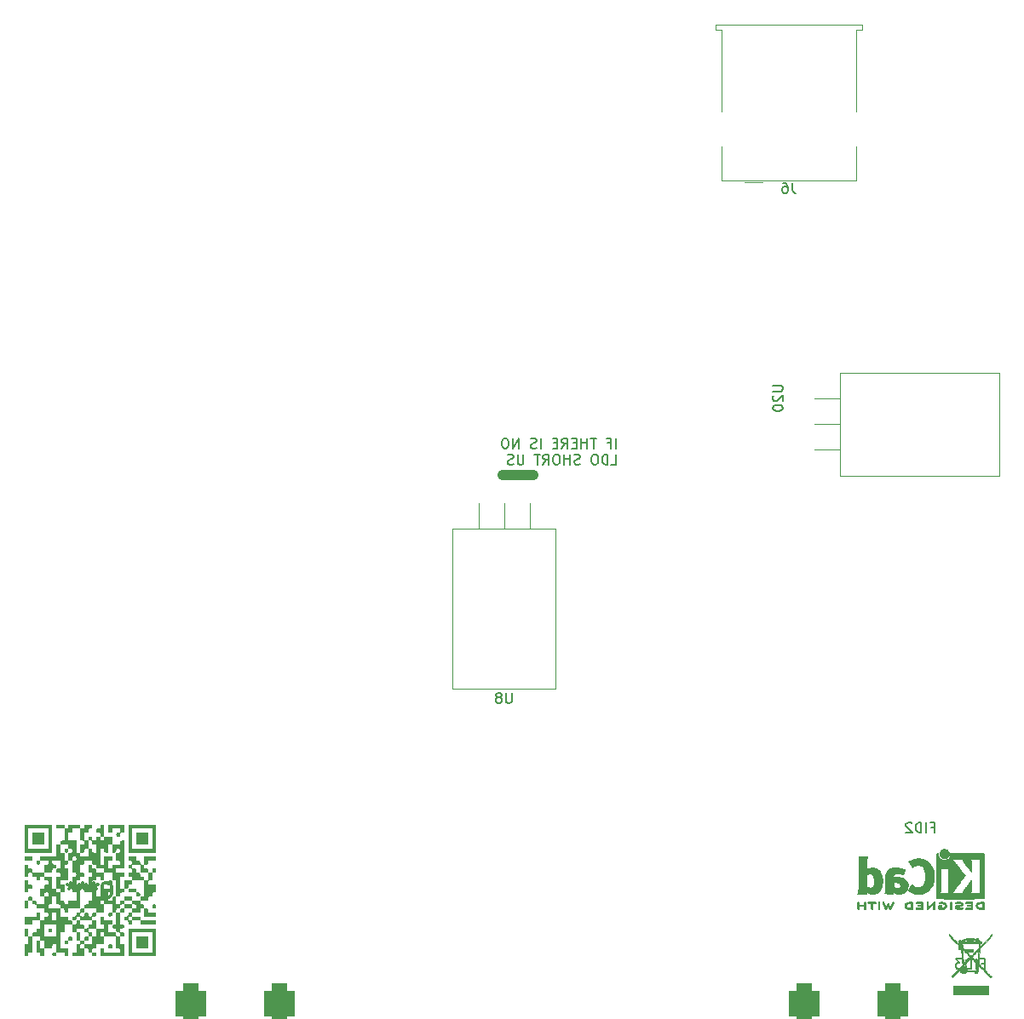
<source format=gbr>
%TF.GenerationSoftware,KiCad,Pcbnew,8.0.1*%
%TF.CreationDate,2024-05-15T20:02:36+03:00*%
%TF.ProjectId,ESP32_dual_ESC,45535033-325f-4647-9561-6c5f4553432e,rev?*%
%TF.SameCoordinates,Original*%
%TF.FileFunction,Legend,Bot*%
%TF.FilePolarity,Positive*%
%FSLAX46Y46*%
G04 Gerber Fmt 4.6, Leading zero omitted, Abs format (unit mm)*
G04 Created by KiCad (PCBNEW 8.0.1) date 2024-05-15 20:02:36*
%MOMM*%
%LPD*%
G01*
G04 APERTURE LIST*
G04 Aperture macros list*
%AMRoundRect*
0 Rectangle with rounded corners*
0 $1 Rounding radius*
0 $2 $3 $4 $5 $6 $7 $8 $9 X,Y pos of 4 corners*
0 Add a 4 corners polygon primitive as box body*
4,1,4,$2,$3,$4,$5,$6,$7,$8,$9,$2,$3,0*
0 Add four circle primitives for the rounded corners*
1,1,$1+$1,$2,$3*
1,1,$1+$1,$4,$5*
1,1,$1+$1,$6,$7*
1,1,$1+$1,$8,$9*
0 Add four rect primitives between the rounded corners*
20,1,$1+$1,$2,$3,$4,$5,0*
20,1,$1+$1,$4,$5,$6,$7,0*
20,1,$1+$1,$6,$7,$8,$9,0*
20,1,$1+$1,$8,$9,$2,$3,0*%
G04 Aperture macros list end*
%ADD10C,1.000000*%
%ADD11C,0.150000*%
%ADD12C,0.300000*%
%ADD13C,0.120000*%
%ADD14C,0.010000*%
%ADD15C,0.000000*%
%ADD16C,3.500500*%
%ADD17C,2.900000*%
%ADD18C,5.000000*%
%ADD19C,3.600000*%
%ADD20C,5.600000*%
%ADD21R,1.700000X1.700000*%
%ADD22O,1.700000X1.700000*%
%ADD23R,1.800000X1.800000*%
%ADD24C,1.800000*%
%ADD25RoundRect,0.750000X0.750000X-1.250000X0.750000X1.250000X-0.750000X1.250000X-0.750000X-1.250000X0*%
%ADD26R,1.500000X1.600000*%
%ADD27C,1.600000*%
%ADD28C,3.000000*%
%ADD29O,3.500000X3.500000*%
%ADD30R,2.000000X1.905000*%
%ADD31O,2.000000X1.905000*%
%ADD32R,1.905000X2.000000*%
%ADD33O,1.905000X2.000000*%
%ADD34R,1.600000X1.500000*%
G04 APERTURE END LIST*
D10*
X99147600Y-87389000D02*
X102147600Y-87389000D01*
D11*
X110369220Y-84734475D02*
X110369220Y-83734475D01*
X109559697Y-84210665D02*
X109893030Y-84210665D01*
X109893030Y-84734475D02*
X109893030Y-83734475D01*
X109893030Y-83734475D02*
X109416840Y-83734475D01*
X108416839Y-83734475D02*
X107845411Y-83734475D01*
X108131125Y-84734475D02*
X108131125Y-83734475D01*
X107512077Y-84734475D02*
X107512077Y-83734475D01*
X107512077Y-84210665D02*
X106940649Y-84210665D01*
X106940649Y-84734475D02*
X106940649Y-83734475D01*
X106464458Y-84210665D02*
X106131125Y-84210665D01*
X105988268Y-84734475D02*
X106464458Y-84734475D01*
X106464458Y-84734475D02*
X106464458Y-83734475D01*
X106464458Y-83734475D02*
X105988268Y-83734475D01*
X104988268Y-84734475D02*
X105321601Y-84258284D01*
X105559696Y-84734475D02*
X105559696Y-83734475D01*
X105559696Y-83734475D02*
X105178744Y-83734475D01*
X105178744Y-83734475D02*
X105083506Y-83782094D01*
X105083506Y-83782094D02*
X105035887Y-83829713D01*
X105035887Y-83829713D02*
X104988268Y-83924951D01*
X104988268Y-83924951D02*
X104988268Y-84067808D01*
X104988268Y-84067808D02*
X105035887Y-84163046D01*
X105035887Y-84163046D02*
X105083506Y-84210665D01*
X105083506Y-84210665D02*
X105178744Y-84258284D01*
X105178744Y-84258284D02*
X105559696Y-84258284D01*
X104559696Y-84210665D02*
X104226363Y-84210665D01*
X104083506Y-84734475D02*
X104559696Y-84734475D01*
X104559696Y-84734475D02*
X104559696Y-83734475D01*
X104559696Y-83734475D02*
X104083506Y-83734475D01*
X102893029Y-84734475D02*
X102893029Y-83734475D01*
X102464458Y-84686856D02*
X102321601Y-84734475D01*
X102321601Y-84734475D02*
X102083506Y-84734475D01*
X102083506Y-84734475D02*
X101988268Y-84686856D01*
X101988268Y-84686856D02*
X101940649Y-84639236D01*
X101940649Y-84639236D02*
X101893030Y-84543998D01*
X101893030Y-84543998D02*
X101893030Y-84448760D01*
X101893030Y-84448760D02*
X101940649Y-84353522D01*
X101940649Y-84353522D02*
X101988268Y-84305903D01*
X101988268Y-84305903D02*
X102083506Y-84258284D01*
X102083506Y-84258284D02*
X102273982Y-84210665D01*
X102273982Y-84210665D02*
X102369220Y-84163046D01*
X102369220Y-84163046D02*
X102416839Y-84115427D01*
X102416839Y-84115427D02*
X102464458Y-84020189D01*
X102464458Y-84020189D02*
X102464458Y-83924951D01*
X102464458Y-83924951D02*
X102416839Y-83829713D01*
X102416839Y-83829713D02*
X102369220Y-83782094D01*
X102369220Y-83782094D02*
X102273982Y-83734475D01*
X102273982Y-83734475D02*
X102035887Y-83734475D01*
X102035887Y-83734475D02*
X101893030Y-83782094D01*
X100702553Y-84734475D02*
X100702553Y-83734475D01*
X100702553Y-83734475D02*
X100131125Y-84734475D01*
X100131125Y-84734475D02*
X100131125Y-83734475D01*
X99464458Y-83734475D02*
X99273982Y-83734475D01*
X99273982Y-83734475D02*
X99178744Y-83782094D01*
X99178744Y-83782094D02*
X99083506Y-83877332D01*
X99083506Y-83877332D02*
X99035887Y-84067808D01*
X99035887Y-84067808D02*
X99035887Y-84401141D01*
X99035887Y-84401141D02*
X99083506Y-84591617D01*
X99083506Y-84591617D02*
X99178744Y-84686856D01*
X99178744Y-84686856D02*
X99273982Y-84734475D01*
X99273982Y-84734475D02*
X99464458Y-84734475D01*
X99464458Y-84734475D02*
X99559696Y-84686856D01*
X99559696Y-84686856D02*
X99654934Y-84591617D01*
X99654934Y-84591617D02*
X99702553Y-84401141D01*
X99702553Y-84401141D02*
X99702553Y-84067808D01*
X99702553Y-84067808D02*
X99654934Y-83877332D01*
X99654934Y-83877332D02*
X99559696Y-83782094D01*
X99559696Y-83782094D02*
X99464458Y-83734475D01*
X109893030Y-86344419D02*
X110369220Y-86344419D01*
X110369220Y-86344419D02*
X110369220Y-85344419D01*
X109559696Y-86344419D02*
X109559696Y-85344419D01*
X109559696Y-85344419D02*
X109321601Y-85344419D01*
X109321601Y-85344419D02*
X109178744Y-85392038D01*
X109178744Y-85392038D02*
X109083506Y-85487276D01*
X109083506Y-85487276D02*
X109035887Y-85582514D01*
X109035887Y-85582514D02*
X108988268Y-85772990D01*
X108988268Y-85772990D02*
X108988268Y-85915847D01*
X108988268Y-85915847D02*
X109035887Y-86106323D01*
X109035887Y-86106323D02*
X109083506Y-86201561D01*
X109083506Y-86201561D02*
X109178744Y-86296800D01*
X109178744Y-86296800D02*
X109321601Y-86344419D01*
X109321601Y-86344419D02*
X109559696Y-86344419D01*
X108369220Y-85344419D02*
X108178744Y-85344419D01*
X108178744Y-85344419D02*
X108083506Y-85392038D01*
X108083506Y-85392038D02*
X107988268Y-85487276D01*
X107988268Y-85487276D02*
X107940649Y-85677752D01*
X107940649Y-85677752D02*
X107940649Y-86011085D01*
X107940649Y-86011085D02*
X107988268Y-86201561D01*
X107988268Y-86201561D02*
X108083506Y-86296800D01*
X108083506Y-86296800D02*
X108178744Y-86344419D01*
X108178744Y-86344419D02*
X108369220Y-86344419D01*
X108369220Y-86344419D02*
X108464458Y-86296800D01*
X108464458Y-86296800D02*
X108559696Y-86201561D01*
X108559696Y-86201561D02*
X108607315Y-86011085D01*
X108607315Y-86011085D02*
X108607315Y-85677752D01*
X108607315Y-85677752D02*
X108559696Y-85487276D01*
X108559696Y-85487276D02*
X108464458Y-85392038D01*
X108464458Y-85392038D02*
X108369220Y-85344419D01*
X106797791Y-86296800D02*
X106654934Y-86344419D01*
X106654934Y-86344419D02*
X106416839Y-86344419D01*
X106416839Y-86344419D02*
X106321601Y-86296800D01*
X106321601Y-86296800D02*
X106273982Y-86249180D01*
X106273982Y-86249180D02*
X106226363Y-86153942D01*
X106226363Y-86153942D02*
X106226363Y-86058704D01*
X106226363Y-86058704D02*
X106273982Y-85963466D01*
X106273982Y-85963466D02*
X106321601Y-85915847D01*
X106321601Y-85915847D02*
X106416839Y-85868228D01*
X106416839Y-85868228D02*
X106607315Y-85820609D01*
X106607315Y-85820609D02*
X106702553Y-85772990D01*
X106702553Y-85772990D02*
X106750172Y-85725371D01*
X106750172Y-85725371D02*
X106797791Y-85630133D01*
X106797791Y-85630133D02*
X106797791Y-85534895D01*
X106797791Y-85534895D02*
X106750172Y-85439657D01*
X106750172Y-85439657D02*
X106702553Y-85392038D01*
X106702553Y-85392038D02*
X106607315Y-85344419D01*
X106607315Y-85344419D02*
X106369220Y-85344419D01*
X106369220Y-85344419D02*
X106226363Y-85392038D01*
X105797791Y-86344419D02*
X105797791Y-85344419D01*
X105797791Y-85820609D02*
X105226363Y-85820609D01*
X105226363Y-86344419D02*
X105226363Y-85344419D01*
X104559696Y-85344419D02*
X104369220Y-85344419D01*
X104369220Y-85344419D02*
X104273982Y-85392038D01*
X104273982Y-85392038D02*
X104178744Y-85487276D01*
X104178744Y-85487276D02*
X104131125Y-85677752D01*
X104131125Y-85677752D02*
X104131125Y-86011085D01*
X104131125Y-86011085D02*
X104178744Y-86201561D01*
X104178744Y-86201561D02*
X104273982Y-86296800D01*
X104273982Y-86296800D02*
X104369220Y-86344419D01*
X104369220Y-86344419D02*
X104559696Y-86344419D01*
X104559696Y-86344419D02*
X104654934Y-86296800D01*
X104654934Y-86296800D02*
X104750172Y-86201561D01*
X104750172Y-86201561D02*
X104797791Y-86011085D01*
X104797791Y-86011085D02*
X104797791Y-85677752D01*
X104797791Y-85677752D02*
X104750172Y-85487276D01*
X104750172Y-85487276D02*
X104654934Y-85392038D01*
X104654934Y-85392038D02*
X104559696Y-85344419D01*
X103131125Y-86344419D02*
X103464458Y-85868228D01*
X103702553Y-86344419D02*
X103702553Y-85344419D01*
X103702553Y-85344419D02*
X103321601Y-85344419D01*
X103321601Y-85344419D02*
X103226363Y-85392038D01*
X103226363Y-85392038D02*
X103178744Y-85439657D01*
X103178744Y-85439657D02*
X103131125Y-85534895D01*
X103131125Y-85534895D02*
X103131125Y-85677752D01*
X103131125Y-85677752D02*
X103178744Y-85772990D01*
X103178744Y-85772990D02*
X103226363Y-85820609D01*
X103226363Y-85820609D02*
X103321601Y-85868228D01*
X103321601Y-85868228D02*
X103702553Y-85868228D01*
X102845410Y-85344419D02*
X102273982Y-85344419D01*
X102559696Y-86344419D02*
X102559696Y-85344419D01*
X101178743Y-85344419D02*
X101178743Y-86153942D01*
X101178743Y-86153942D02*
X101131124Y-86249180D01*
X101131124Y-86249180D02*
X101083505Y-86296800D01*
X101083505Y-86296800D02*
X100988267Y-86344419D01*
X100988267Y-86344419D02*
X100797791Y-86344419D01*
X100797791Y-86344419D02*
X100702553Y-86296800D01*
X100702553Y-86296800D02*
X100654934Y-86249180D01*
X100654934Y-86249180D02*
X100607315Y-86153942D01*
X100607315Y-86153942D02*
X100607315Y-85344419D01*
X100178743Y-86296800D02*
X100035886Y-86344419D01*
X100035886Y-86344419D02*
X99797791Y-86344419D01*
X99797791Y-86344419D02*
X99702553Y-86296800D01*
X99702553Y-86296800D02*
X99654934Y-86249180D01*
X99654934Y-86249180D02*
X99607315Y-86153942D01*
X99607315Y-86153942D02*
X99607315Y-86058704D01*
X99607315Y-86058704D02*
X99654934Y-85963466D01*
X99654934Y-85963466D02*
X99702553Y-85915847D01*
X99702553Y-85915847D02*
X99797791Y-85868228D01*
X99797791Y-85868228D02*
X99988267Y-85820609D01*
X99988267Y-85820609D02*
X100083505Y-85772990D01*
X100083505Y-85772990D02*
X100131124Y-85725371D01*
X100131124Y-85725371D02*
X100178743Y-85630133D01*
X100178743Y-85630133D02*
X100178743Y-85534895D01*
X100178743Y-85534895D02*
X100131124Y-85439657D01*
X100131124Y-85439657D02*
X100083505Y-85392038D01*
X100083505Y-85392038D02*
X99988267Y-85344419D01*
X99988267Y-85344419D02*
X99750172Y-85344419D01*
X99750172Y-85344419D02*
X99607315Y-85392038D01*
X125959619Y-78480105D02*
X126769142Y-78480105D01*
X126769142Y-78480105D02*
X126864380Y-78527724D01*
X126864380Y-78527724D02*
X126912000Y-78575343D01*
X126912000Y-78575343D02*
X126959619Y-78670581D01*
X126959619Y-78670581D02*
X126959619Y-78861057D01*
X126959619Y-78861057D02*
X126912000Y-78956295D01*
X126912000Y-78956295D02*
X126864380Y-79003914D01*
X126864380Y-79003914D02*
X126769142Y-79051533D01*
X126769142Y-79051533D02*
X125959619Y-79051533D01*
X126054857Y-79480105D02*
X126007238Y-79527724D01*
X126007238Y-79527724D02*
X125959619Y-79622962D01*
X125959619Y-79622962D02*
X125959619Y-79861057D01*
X125959619Y-79861057D02*
X126007238Y-79956295D01*
X126007238Y-79956295D02*
X126054857Y-80003914D01*
X126054857Y-80003914D02*
X126150095Y-80051533D01*
X126150095Y-80051533D02*
X126245333Y-80051533D01*
X126245333Y-80051533D02*
X126388190Y-80003914D01*
X126388190Y-80003914D02*
X126959619Y-79432486D01*
X126959619Y-79432486D02*
X126959619Y-80051533D01*
X125959619Y-80670581D02*
X125959619Y-80765819D01*
X125959619Y-80765819D02*
X126007238Y-80861057D01*
X126007238Y-80861057D02*
X126054857Y-80908676D01*
X126054857Y-80908676D02*
X126150095Y-80956295D01*
X126150095Y-80956295D02*
X126340571Y-81003914D01*
X126340571Y-81003914D02*
X126578666Y-81003914D01*
X126578666Y-81003914D02*
X126769142Y-80956295D01*
X126769142Y-80956295D02*
X126864380Y-80908676D01*
X126864380Y-80908676D02*
X126912000Y-80861057D01*
X126912000Y-80861057D02*
X126959619Y-80765819D01*
X126959619Y-80765819D02*
X126959619Y-80670581D01*
X126959619Y-80670581D02*
X126912000Y-80575343D01*
X126912000Y-80575343D02*
X126864380Y-80527724D01*
X126864380Y-80527724D02*
X126769142Y-80480105D01*
X126769142Y-80480105D02*
X126578666Y-80432486D01*
X126578666Y-80432486D02*
X126340571Y-80432486D01*
X126340571Y-80432486D02*
X126150095Y-80480105D01*
X126150095Y-80480105D02*
X126054857Y-80527724D01*
X126054857Y-80527724D02*
X126007238Y-80575343D01*
X126007238Y-80575343D02*
X125959619Y-80670581D01*
X100012504Y-109065019D02*
X100012504Y-109874542D01*
X100012504Y-109874542D02*
X99964885Y-109969780D01*
X99964885Y-109969780D02*
X99917266Y-110017400D01*
X99917266Y-110017400D02*
X99822028Y-110065019D01*
X99822028Y-110065019D02*
X99631552Y-110065019D01*
X99631552Y-110065019D02*
X99536314Y-110017400D01*
X99536314Y-110017400D02*
X99488695Y-109969780D01*
X99488695Y-109969780D02*
X99441076Y-109874542D01*
X99441076Y-109874542D02*
X99441076Y-109065019D01*
X98822028Y-109493590D02*
X98917266Y-109445971D01*
X98917266Y-109445971D02*
X98964885Y-109398352D01*
X98964885Y-109398352D02*
X99012504Y-109303114D01*
X99012504Y-109303114D02*
X99012504Y-109255495D01*
X99012504Y-109255495D02*
X98964885Y-109160257D01*
X98964885Y-109160257D02*
X98917266Y-109112638D01*
X98917266Y-109112638D02*
X98822028Y-109065019D01*
X98822028Y-109065019D02*
X98631552Y-109065019D01*
X98631552Y-109065019D02*
X98536314Y-109112638D01*
X98536314Y-109112638D02*
X98488695Y-109160257D01*
X98488695Y-109160257D02*
X98441076Y-109255495D01*
X98441076Y-109255495D02*
X98441076Y-109303114D01*
X98441076Y-109303114D02*
X98488695Y-109398352D01*
X98488695Y-109398352D02*
X98536314Y-109445971D01*
X98536314Y-109445971D02*
X98631552Y-109493590D01*
X98631552Y-109493590D02*
X98822028Y-109493590D01*
X98822028Y-109493590D02*
X98917266Y-109541209D01*
X98917266Y-109541209D02*
X98964885Y-109588828D01*
X98964885Y-109588828D02*
X99012504Y-109684066D01*
X99012504Y-109684066D02*
X99012504Y-109874542D01*
X99012504Y-109874542D02*
X98964885Y-109969780D01*
X98964885Y-109969780D02*
X98917266Y-110017400D01*
X98917266Y-110017400D02*
X98822028Y-110065019D01*
X98822028Y-110065019D02*
X98631552Y-110065019D01*
X98631552Y-110065019D02*
X98536314Y-110017400D01*
X98536314Y-110017400D02*
X98488695Y-109969780D01*
X98488695Y-109969780D02*
X98441076Y-109874542D01*
X98441076Y-109874542D02*
X98441076Y-109684066D01*
X98441076Y-109684066D02*
X98488695Y-109588828D01*
X98488695Y-109588828D02*
X98536314Y-109541209D01*
X98536314Y-109541209D02*
X98631552Y-109493590D01*
X141724028Y-122422809D02*
X142057361Y-122422809D01*
X142057361Y-122946619D02*
X142057361Y-121946619D01*
X142057361Y-121946619D02*
X141581171Y-121946619D01*
X141200218Y-122946619D02*
X141200218Y-121946619D01*
X140724028Y-122946619D02*
X140724028Y-121946619D01*
X140724028Y-121946619D02*
X140485933Y-121946619D01*
X140485933Y-121946619D02*
X140343076Y-121994238D01*
X140343076Y-121994238D02*
X140247838Y-122089476D01*
X140247838Y-122089476D02*
X140200219Y-122184714D01*
X140200219Y-122184714D02*
X140152600Y-122375190D01*
X140152600Y-122375190D02*
X140152600Y-122518047D01*
X140152600Y-122518047D02*
X140200219Y-122708523D01*
X140200219Y-122708523D02*
X140247838Y-122803761D01*
X140247838Y-122803761D02*
X140343076Y-122899000D01*
X140343076Y-122899000D02*
X140485933Y-122946619D01*
X140485933Y-122946619D02*
X140724028Y-122946619D01*
X139771647Y-122041857D02*
X139724028Y-121994238D01*
X139724028Y-121994238D02*
X139628790Y-121946619D01*
X139628790Y-121946619D02*
X139390695Y-121946619D01*
X139390695Y-121946619D02*
X139295457Y-121994238D01*
X139295457Y-121994238D02*
X139247838Y-122041857D01*
X139247838Y-122041857D02*
X139200219Y-122137095D01*
X139200219Y-122137095D02*
X139200219Y-122232333D01*
X139200219Y-122232333D02*
X139247838Y-122375190D01*
X139247838Y-122375190D02*
X139819266Y-122946619D01*
X139819266Y-122946619D02*
X139200219Y-122946619D01*
X127895533Y-58334619D02*
X127895533Y-59048904D01*
X127895533Y-59048904D02*
X127943152Y-59191761D01*
X127943152Y-59191761D02*
X128038390Y-59287000D01*
X128038390Y-59287000D02*
X128181247Y-59334619D01*
X128181247Y-59334619D02*
X128276485Y-59334619D01*
X126990771Y-58334619D02*
X127181247Y-58334619D01*
X127181247Y-58334619D02*
X127276485Y-58382238D01*
X127276485Y-58382238D02*
X127324104Y-58429857D01*
X127324104Y-58429857D02*
X127419342Y-58572714D01*
X127419342Y-58572714D02*
X127466961Y-58763190D01*
X127466961Y-58763190D02*
X127466961Y-59144142D01*
X127466961Y-59144142D02*
X127419342Y-59239380D01*
X127419342Y-59239380D02*
X127371723Y-59287000D01*
X127371723Y-59287000D02*
X127276485Y-59334619D01*
X127276485Y-59334619D02*
X127086009Y-59334619D01*
X127086009Y-59334619D02*
X126990771Y-59287000D01*
X126990771Y-59287000D02*
X126943152Y-59239380D01*
X126943152Y-59239380D02*
X126895533Y-59144142D01*
X126895533Y-59144142D02*
X126895533Y-58906047D01*
X126895533Y-58906047D02*
X126943152Y-58810809D01*
X126943152Y-58810809D02*
X126990771Y-58763190D01*
X126990771Y-58763190D02*
X127086009Y-58715571D01*
X127086009Y-58715571D02*
X127276485Y-58715571D01*
X127276485Y-58715571D02*
X127371723Y-58763190D01*
X127371723Y-58763190D02*
X127419342Y-58810809D01*
X127419342Y-58810809D02*
X127466961Y-58906047D01*
D12*
X59424027Y-127989957D02*
X59566885Y-127918528D01*
X59566885Y-127918528D02*
X59781170Y-127918528D01*
X59781170Y-127918528D02*
X59995456Y-127989957D01*
X59995456Y-127989957D02*
X60138313Y-128132814D01*
X60138313Y-128132814D02*
X60209742Y-128275671D01*
X60209742Y-128275671D02*
X60281170Y-128561385D01*
X60281170Y-128561385D02*
X60281170Y-128775671D01*
X60281170Y-128775671D02*
X60209742Y-129061385D01*
X60209742Y-129061385D02*
X60138313Y-129204242D01*
X60138313Y-129204242D02*
X59995456Y-129347100D01*
X59995456Y-129347100D02*
X59781170Y-129418528D01*
X59781170Y-129418528D02*
X59638313Y-129418528D01*
X59638313Y-129418528D02*
X59424027Y-129347100D01*
X59424027Y-129347100D02*
X59352599Y-129275671D01*
X59352599Y-129275671D02*
X59352599Y-128775671D01*
X59352599Y-128775671D02*
X59638313Y-128775671D01*
X58495456Y-127918528D02*
X58495456Y-128275671D01*
X58852599Y-128132814D02*
X58495456Y-128275671D01*
X58495456Y-128275671D02*
X58138313Y-128132814D01*
X58709742Y-128561385D02*
X58495456Y-128275671D01*
X58495456Y-128275671D02*
X58281170Y-128561385D01*
X57352599Y-127918528D02*
X57352599Y-128275671D01*
X57709742Y-128132814D02*
X57352599Y-128275671D01*
X57352599Y-128275671D02*
X56995456Y-128132814D01*
X57566885Y-128561385D02*
X57352599Y-128275671D01*
X57352599Y-128275671D02*
X57138313Y-128561385D01*
X56209742Y-127918528D02*
X56209742Y-128275671D01*
X56566885Y-128132814D02*
X56209742Y-128275671D01*
X56209742Y-128275671D02*
X55852599Y-128132814D01*
X56424028Y-128561385D02*
X56209742Y-128275671D01*
X56209742Y-128275671D02*
X55995456Y-128561385D01*
D11*
X146677028Y-135986409D02*
X147010361Y-135986409D01*
X147010361Y-136510219D02*
X147010361Y-135510219D01*
X147010361Y-135510219D02*
X146534171Y-135510219D01*
X146153218Y-136510219D02*
X146153218Y-135510219D01*
X145677028Y-136510219D02*
X145677028Y-135510219D01*
X145677028Y-135510219D02*
X145438933Y-135510219D01*
X145438933Y-135510219D02*
X145296076Y-135557838D01*
X145296076Y-135557838D02*
X145200838Y-135653076D01*
X145200838Y-135653076D02*
X145153219Y-135748314D01*
X145153219Y-135748314D02*
X145105600Y-135938790D01*
X145105600Y-135938790D02*
X145105600Y-136081647D01*
X145105600Y-136081647D02*
X145153219Y-136272123D01*
X145153219Y-136272123D02*
X145200838Y-136367361D01*
X145200838Y-136367361D02*
X145296076Y-136462600D01*
X145296076Y-136462600D02*
X145438933Y-136510219D01*
X145438933Y-136510219D02*
X145677028Y-136510219D01*
X144772266Y-135510219D02*
X144153219Y-135510219D01*
X144153219Y-135510219D02*
X144486552Y-135891171D01*
X144486552Y-135891171D02*
X144343695Y-135891171D01*
X144343695Y-135891171D02*
X144248457Y-135938790D01*
X144248457Y-135938790D02*
X144200838Y-135986409D01*
X144200838Y-135986409D02*
X144153219Y-136081647D01*
X144153219Y-136081647D02*
X144153219Y-136319742D01*
X144153219Y-136319742D02*
X144200838Y-136414980D01*
X144200838Y-136414980D02*
X144248457Y-136462600D01*
X144248457Y-136462600D02*
X144343695Y-136510219D01*
X144343695Y-136510219D02*
X144629409Y-136510219D01*
X144629409Y-136510219D02*
X144724647Y-136462600D01*
X144724647Y-136462600D02*
X144772266Y-136414980D01*
D13*
%TO.C,U20*%
X130058000Y-79794400D02*
X132598000Y-79794400D01*
X130058000Y-82334400D02*
X132598000Y-82334400D01*
X130058000Y-84874400D02*
X132598000Y-84874400D01*
X132598000Y-77214400D02*
X132598000Y-87454400D01*
X132598000Y-77214400D02*
X148488000Y-77214400D01*
X132598000Y-87454400D02*
X148488000Y-87454400D01*
X148488000Y-77214400D02*
X148488000Y-87454400D01*
%TO.C,U8*%
X94130600Y-92720200D02*
X94130600Y-108610200D01*
X96710600Y-90180200D02*
X96710600Y-92720200D01*
X99250600Y-90180200D02*
X99250600Y-92720200D01*
X101790600Y-90180200D02*
X101790600Y-92720200D01*
X104370600Y-92720200D02*
X94130600Y-92720200D01*
X104370600Y-92720200D02*
X104370600Y-108610200D01*
X104370600Y-108610200D02*
X94130600Y-108610200D01*
D14*
%TO.C,FID2*%
X136508006Y-129846749D02*
X136533727Y-129862447D01*
X136560378Y-129884027D01*
X136560378Y-130531484D01*
X136533727Y-130553064D01*
X136502367Y-130570539D01*
X136466566Y-130571375D01*
X136435128Y-130550882D01*
X136431252Y-130546216D01*
X136425786Y-130536749D01*
X136421579Y-130523067D01*
X136418467Y-130502548D01*
X136416287Y-130472568D01*
X136414876Y-130430504D01*
X136414071Y-130373732D01*
X136413707Y-130299630D01*
X136413622Y-130205573D01*
X136413622Y-129884027D01*
X136440273Y-129862447D01*
X136463986Y-129847677D01*
X136487000Y-129840867D01*
X136508006Y-129846749D01*
G36*
X136508006Y-129846749D02*
G01*
X136533727Y-129862447D01*
X136560378Y-129884027D01*
X136560378Y-130531484D01*
X136533727Y-130553064D01*
X136502367Y-130570539D01*
X136466566Y-130571375D01*
X136435128Y-130550882D01*
X136431252Y-130546216D01*
X136425786Y-130536749D01*
X136421579Y-130523067D01*
X136418467Y-130502548D01*
X136416287Y-130472568D01*
X136414876Y-130430504D01*
X136414071Y-130373732D01*
X136413707Y-130299630D01*
X136413622Y-130205573D01*
X136413622Y-129884027D01*
X136440273Y-129862447D01*
X136463986Y-129847677D01*
X136487000Y-129840867D01*
X136508006Y-129846749D01*
G37*
X143638737Y-129845263D02*
X143672891Y-129868576D01*
X143700600Y-129896285D01*
X143700600Y-130209337D01*
X143700559Y-130293367D01*
X143700301Y-130367589D01*
X143699630Y-130424341D01*
X143698352Y-130466312D01*
X143696273Y-130496189D01*
X143693199Y-130516661D01*
X143688934Y-130530414D01*
X143683284Y-130540137D01*
X143676055Y-130548517D01*
X143644591Y-130569981D01*
X143609426Y-130571747D01*
X143576422Y-130552067D01*
X143571116Y-130546198D01*
X143565666Y-130537114D01*
X143561500Y-130523773D01*
X143558446Y-130503557D01*
X143556332Y-130473849D01*
X143554986Y-130432032D01*
X143554238Y-130375489D01*
X143553914Y-130301602D01*
X143553845Y-130207756D01*
X143553884Y-130132094D01*
X143554139Y-130054185D01*
X143554783Y-129994175D01*
X143555987Y-129949448D01*
X143557924Y-129917385D01*
X143560764Y-129895371D01*
X143564679Y-129880787D01*
X143569842Y-129871018D01*
X143576422Y-129863445D01*
X143605606Y-129844423D01*
X143638737Y-129845263D01*
G36*
X143638737Y-129845263D02*
G01*
X143672891Y-129868576D01*
X143700600Y-129896285D01*
X143700600Y-130209337D01*
X143700559Y-130293367D01*
X143700301Y-130367589D01*
X143699630Y-130424341D01*
X143698352Y-130466312D01*
X143696273Y-130496189D01*
X143693199Y-130516661D01*
X143688934Y-130530414D01*
X143683284Y-130540137D01*
X143676055Y-130548517D01*
X143644591Y-130569981D01*
X143609426Y-130571747D01*
X143576422Y-130552067D01*
X143571116Y-130546198D01*
X143565666Y-130537114D01*
X143561500Y-130523773D01*
X143558446Y-130503557D01*
X143556332Y-130473849D01*
X143554986Y-130432032D01*
X143554238Y-130375489D01*
X143553914Y-130301602D01*
X143553845Y-130207756D01*
X143553884Y-130132094D01*
X143554139Y-130054185D01*
X143554783Y-129994175D01*
X143555987Y-129949448D01*
X143557924Y-129917385D01*
X143560764Y-129895371D01*
X143564679Y-129880787D01*
X143569842Y-129871018D01*
X143576422Y-129863445D01*
X143605606Y-129844423D01*
X143638737Y-129845263D01*
G37*
X143107162Y-124604650D02*
X143189913Y-124631853D01*
X143265006Y-124677284D01*
X143336898Y-124743102D01*
X143375446Y-124787367D01*
X143414856Y-124845761D01*
X143440046Y-124906386D01*
X143453461Y-124975665D01*
X143457548Y-125060022D01*
X143457269Y-125106107D01*
X143455060Y-125147250D01*
X143449494Y-125179382D01*
X143439186Y-125209922D01*
X143422748Y-125246289D01*
X143408800Y-125273528D01*
X143350265Y-125359229D01*
X143278219Y-125428417D01*
X143194547Y-125479541D01*
X143101131Y-125511050D01*
X143068034Y-125518025D01*
X143027560Y-125524894D01*
X142994599Y-125526719D01*
X142960298Y-125523747D01*
X142915800Y-125516226D01*
X142864534Y-125503802D01*
X142774034Y-125465912D01*
X142694945Y-125411636D01*
X142629128Y-125343570D01*
X142578440Y-125264311D01*
X142544740Y-125176454D01*
X142529886Y-125082595D01*
X142535736Y-124985330D01*
X142561999Y-124889020D01*
X142607018Y-124800294D01*
X142667973Y-124725219D01*
X142742784Y-124665441D01*
X142829368Y-124622609D01*
X142925643Y-124598371D01*
X143029528Y-124594376D01*
X143107162Y-124604650D01*
G36*
X143107162Y-124604650D02*
G01*
X143189913Y-124631853D01*
X143265006Y-124677284D01*
X143336898Y-124743102D01*
X143375446Y-124787367D01*
X143414856Y-124845761D01*
X143440046Y-124906386D01*
X143453461Y-124975665D01*
X143457548Y-125060022D01*
X143457269Y-125106107D01*
X143455060Y-125147250D01*
X143449494Y-125179382D01*
X143439186Y-125209922D01*
X143422748Y-125246289D01*
X143408800Y-125273528D01*
X143350265Y-125359229D01*
X143278219Y-125428417D01*
X143194547Y-125479541D01*
X143101131Y-125511050D01*
X143068034Y-125518025D01*
X143027560Y-125524894D01*
X142994599Y-125526719D01*
X142960298Y-125523747D01*
X142915800Y-125516226D01*
X142864534Y-125503802D01*
X142774034Y-125465912D01*
X142694945Y-125411636D01*
X142629128Y-125343570D01*
X142578440Y-125264311D01*
X142544740Y-125176454D01*
X142529886Y-125082595D01*
X142535736Y-124985330D01*
X142561999Y-124889020D01*
X142607018Y-124800294D01*
X142667973Y-124725219D01*
X142742784Y-124665441D01*
X142829368Y-124622609D01*
X142925643Y-124598371D01*
X143029528Y-124594376D01*
X143107162Y-124604650D01*
G37*
X135808367Y-129840868D02*
X135902490Y-129840958D01*
X135977005Y-129841298D01*
X136034411Y-129842039D01*
X136077211Y-129843335D01*
X136107904Y-129845337D01*
X136128991Y-129848196D01*
X136142973Y-129852066D01*
X136152350Y-129857098D01*
X136159622Y-129863445D01*
X136178428Y-129896162D01*
X136179875Y-129933739D01*
X136163517Y-129966978D01*
X136162157Y-129968431D01*
X136150954Y-129976792D01*
X136133852Y-129982347D01*
X136106682Y-129985640D01*
X136065278Y-129987218D01*
X136005473Y-129987622D01*
X135866111Y-129987622D01*
X135866111Y-130251389D01*
X135866036Y-130327217D01*
X135865628Y-130393883D01*
X135864646Y-130443667D01*
X135862850Y-130479584D01*
X135859999Y-130504650D01*
X135855853Y-130521881D01*
X135850171Y-130534292D01*
X135842714Y-130544900D01*
X135840424Y-130547706D01*
X135809246Y-130570348D01*
X135774866Y-130571912D01*
X135741934Y-130552067D01*
X135734955Y-130543991D01*
X135729483Y-130533393D01*
X135725463Y-130517549D01*
X135722672Y-130493573D01*
X135720888Y-130458574D01*
X135719889Y-130409664D01*
X135719452Y-130343954D01*
X135719356Y-130258556D01*
X135719356Y-129987622D01*
X135573420Y-129987622D01*
X135562320Y-129987621D01*
X135505802Y-129987396D01*
X135466958Y-129986257D01*
X135441565Y-129983457D01*
X135425404Y-129978250D01*
X135414252Y-129969889D01*
X135403889Y-129957626D01*
X135388041Y-129926938D01*
X135391143Y-129893158D01*
X135416787Y-129860622D01*
X135421729Y-129856905D01*
X135431938Y-129852069D01*
X135447364Y-129848306D01*
X135470486Y-129845483D01*
X135503783Y-129843470D01*
X135549737Y-129842133D01*
X135610828Y-129841342D01*
X135689535Y-129840963D01*
X135788340Y-129840867D01*
X135808367Y-129840868D01*
G36*
X135808367Y-129840868D02*
G01*
X135902490Y-129840958D01*
X135977005Y-129841298D01*
X136034411Y-129842039D01*
X136077211Y-129843335D01*
X136107904Y-129845337D01*
X136128991Y-129848196D01*
X136142973Y-129852066D01*
X136152350Y-129857098D01*
X136159622Y-129863445D01*
X136178428Y-129896162D01*
X136179875Y-129933739D01*
X136163517Y-129966978D01*
X136162157Y-129968431D01*
X136150954Y-129976792D01*
X136133852Y-129982347D01*
X136106682Y-129985640D01*
X136065278Y-129987218D01*
X136005473Y-129987622D01*
X135866111Y-129987622D01*
X135866111Y-130251389D01*
X135866036Y-130327217D01*
X135865628Y-130393883D01*
X135864646Y-130443667D01*
X135862850Y-130479584D01*
X135859999Y-130504650D01*
X135855853Y-130521881D01*
X135850171Y-130534292D01*
X135842714Y-130544900D01*
X135840424Y-130547706D01*
X135809246Y-130570348D01*
X135774866Y-130571912D01*
X135741934Y-130552067D01*
X135734955Y-130543991D01*
X135729483Y-130533393D01*
X135725463Y-130517549D01*
X135722672Y-130493573D01*
X135720888Y-130458574D01*
X135719889Y-130409664D01*
X135719452Y-130343954D01*
X135719356Y-130258556D01*
X135719356Y-129987622D01*
X135573420Y-129987622D01*
X135562320Y-129987621D01*
X135505802Y-129987396D01*
X135466958Y-129986257D01*
X135441565Y-129983457D01*
X135425404Y-129978250D01*
X135414252Y-129969889D01*
X135403889Y-129957626D01*
X135388041Y-129926938D01*
X135391143Y-129893158D01*
X135416787Y-129860622D01*
X135421729Y-129856905D01*
X135431938Y-129852069D01*
X135447364Y-129848306D01*
X135470486Y-129845483D01*
X135503783Y-129843470D01*
X135549737Y-129842133D01*
X135610828Y-129841342D01*
X135689535Y-129840963D01*
X135788340Y-129840867D01*
X135808367Y-129840868D01*
G37*
X135132334Y-129863445D02*
X135137966Y-129869635D01*
X135143056Y-129877841D01*
X135147143Y-129889617D01*
X135150321Y-129907076D01*
X135152687Y-129932330D01*
X135154338Y-129967490D01*
X135155369Y-130014669D01*
X135155877Y-130075977D01*
X135155959Y-130153527D01*
X135155709Y-130249431D01*
X135155225Y-130365800D01*
X135155157Y-130379975D01*
X135154571Y-130441737D01*
X135153248Y-130485420D01*
X135150703Y-130514801D01*
X135146448Y-130533655D01*
X135139996Y-130545759D01*
X135130862Y-130554889D01*
X135097404Y-130572306D01*
X135062456Y-130569404D01*
X135031553Y-130544900D01*
X135022544Y-130531697D01*
X135015092Y-130513161D01*
X135010724Y-130487133D01*
X135008669Y-130448587D01*
X135008156Y-130392500D01*
X135008156Y-130269845D01*
X134511445Y-130269845D01*
X134511445Y-130404671D01*
X134511372Y-130440462D01*
X134510609Y-130486792D01*
X134508433Y-130517326D01*
X134504136Y-130536357D01*
X134497012Y-130548174D01*
X134486355Y-130557071D01*
X134454104Y-130572141D01*
X134418817Y-130569473D01*
X134388086Y-130544900D01*
X134383431Y-130538645D01*
X134377495Y-130528121D01*
X134372964Y-130514191D01*
X134369648Y-130494117D01*
X134367359Y-130465160D01*
X134365908Y-130424580D01*
X134365105Y-130369640D01*
X134364762Y-130297599D01*
X134364689Y-130205720D01*
X134364689Y-129896285D01*
X134392398Y-129868576D01*
X134423777Y-129846333D01*
X134457006Y-129843644D01*
X134488867Y-129863445D01*
X134497153Y-129873215D01*
X134504565Y-129889107D01*
X134508902Y-129913075D01*
X134510938Y-129949948D01*
X134511445Y-130004556D01*
X134511445Y-130123089D01*
X135008156Y-130123089D01*
X135008156Y-130007576D01*
X135008594Y-129955878D01*
X135010558Y-129921354D01*
X135015074Y-129898778D01*
X135023167Y-129882926D01*
X135035865Y-129868576D01*
X135067243Y-129846333D01*
X135100472Y-129843644D01*
X135132334Y-129863445D01*
G36*
X135132334Y-129863445D02*
G01*
X135137966Y-129869635D01*
X135143056Y-129877841D01*
X135147143Y-129889617D01*
X135150321Y-129907076D01*
X135152687Y-129932330D01*
X135154338Y-129967490D01*
X135155369Y-130014669D01*
X135155877Y-130075977D01*
X135155959Y-130153527D01*
X135155709Y-130249431D01*
X135155225Y-130365800D01*
X135155157Y-130379975D01*
X135154571Y-130441737D01*
X135153248Y-130485420D01*
X135150703Y-130514801D01*
X135146448Y-130533655D01*
X135139996Y-130545759D01*
X135130862Y-130554889D01*
X135097404Y-130572306D01*
X135062456Y-130569404D01*
X135031553Y-130544900D01*
X135022544Y-130531697D01*
X135015092Y-130513161D01*
X135010724Y-130487133D01*
X135008669Y-130448587D01*
X135008156Y-130392500D01*
X135008156Y-130269845D01*
X134511445Y-130269845D01*
X134511445Y-130404671D01*
X134511372Y-130440462D01*
X134510609Y-130486792D01*
X134508433Y-130517326D01*
X134504136Y-130536357D01*
X134497012Y-130548174D01*
X134486355Y-130557071D01*
X134454104Y-130572141D01*
X134418817Y-130569473D01*
X134388086Y-130544900D01*
X134383431Y-130538645D01*
X134377495Y-130528121D01*
X134372964Y-130514191D01*
X134369648Y-130494117D01*
X134367359Y-130465160D01*
X134365908Y-130424580D01*
X134365105Y-130369640D01*
X134364762Y-130297599D01*
X134364689Y-130205720D01*
X134364689Y-129896285D01*
X134392398Y-129868576D01*
X134423777Y-129846333D01*
X134457006Y-129843644D01*
X134488867Y-129863445D01*
X134497153Y-129873215D01*
X134504565Y-129889107D01*
X134508902Y-129913075D01*
X134510938Y-129949948D01*
X134511445Y-130004556D01*
X134511445Y-130123089D01*
X135008156Y-130123089D01*
X135008156Y-130007576D01*
X135008594Y-129955878D01*
X135010558Y-129921354D01*
X135015074Y-129898778D01*
X135023167Y-129882926D01*
X135035865Y-129868576D01*
X135067243Y-129846333D01*
X135100472Y-129843644D01*
X135132334Y-129863445D01*
G37*
X139837733Y-130452196D02*
X139835763Y-130484975D01*
X139832835Y-130507895D01*
X139828758Y-130523697D01*
X139823343Y-130535119D01*
X139816403Y-130544900D01*
X139793006Y-130574645D01*
X139627314Y-130574051D01*
X139592518Y-130573753D01*
X139494035Y-130570322D01*
X139413073Y-130562639D01*
X139345979Y-130550082D01*
X139289096Y-130532027D01*
X139238769Y-130507852D01*
X139235410Y-130505935D01*
X139177598Y-130469217D01*
X139135244Y-130432251D01*
X139102428Y-130388766D01*
X139073228Y-130332489D01*
X139068946Y-130322873D01*
X139046369Y-130259687D01*
X139040634Y-130214133D01*
X139189879Y-130214133D01*
X139195492Y-130238861D01*
X139201218Y-130254739D01*
X139234148Y-130314647D01*
X139281486Y-130360400D01*
X139345252Y-130393536D01*
X139427461Y-130415590D01*
X139430255Y-130416092D01*
X139476540Y-130422055D01*
X139532936Y-130426283D01*
X139587874Y-130427889D01*
X139681756Y-130427889D01*
X139681756Y-129987622D01*
X139594267Y-129988070D01*
X139527347Y-129990546D01*
X139434949Y-130001798D01*
X139355634Y-130021337D01*
X139293660Y-130048311D01*
X139262720Y-130069040D01*
X139234600Y-130098806D01*
X139211260Y-130141234D01*
X139204133Y-130157200D01*
X139192309Y-130189702D01*
X139189879Y-130214133D01*
X139040634Y-130214133D01*
X139039397Y-130204309D01*
X139047999Y-130149283D01*
X139072141Y-130087151D01*
X139072937Y-130085458D01*
X139113388Y-130016036D01*
X139164073Y-129959438D01*
X139226798Y-129914870D01*
X139303374Y-129881541D01*
X139395609Y-129858661D01*
X139505312Y-129845436D01*
X139634291Y-129841075D01*
X139637863Y-129841070D01*
X139697883Y-129841210D01*
X139739814Y-129842246D01*
X139767928Y-129844840D01*
X139786497Y-129849653D01*
X139799794Y-129857344D01*
X139812091Y-129868576D01*
X139839800Y-129896285D01*
X139839800Y-130205720D01*
X139839775Y-130267326D01*
X139839550Y-130346111D01*
X139838932Y-130406821D01*
X139838375Y-130427889D01*
X139837733Y-130452196D01*
G36*
X139837733Y-130452196D02*
G01*
X139835763Y-130484975D01*
X139832835Y-130507895D01*
X139828758Y-130523697D01*
X139823343Y-130535119D01*
X139816403Y-130544900D01*
X139793006Y-130574645D01*
X139627314Y-130574051D01*
X139592518Y-130573753D01*
X139494035Y-130570322D01*
X139413073Y-130562639D01*
X139345979Y-130550082D01*
X139289096Y-130532027D01*
X139238769Y-130507852D01*
X139235410Y-130505935D01*
X139177598Y-130469217D01*
X139135244Y-130432251D01*
X139102428Y-130388766D01*
X139073228Y-130332489D01*
X139068946Y-130322873D01*
X139046369Y-130259687D01*
X139040634Y-130214133D01*
X139189879Y-130214133D01*
X139195492Y-130238861D01*
X139201218Y-130254739D01*
X139234148Y-130314647D01*
X139281486Y-130360400D01*
X139345252Y-130393536D01*
X139427461Y-130415590D01*
X139430255Y-130416092D01*
X139476540Y-130422055D01*
X139532936Y-130426283D01*
X139587874Y-130427889D01*
X139681756Y-130427889D01*
X139681756Y-129987622D01*
X139594267Y-129988070D01*
X139527347Y-129990546D01*
X139434949Y-130001798D01*
X139355634Y-130021337D01*
X139293660Y-130048311D01*
X139262720Y-130069040D01*
X139234600Y-130098806D01*
X139211260Y-130141234D01*
X139204133Y-130157200D01*
X139192309Y-130189702D01*
X139189879Y-130214133D01*
X139040634Y-130214133D01*
X139039397Y-130204309D01*
X139047999Y-130149283D01*
X139072141Y-130087151D01*
X139072937Y-130085458D01*
X139113388Y-130016036D01*
X139164073Y-129959438D01*
X139226798Y-129914870D01*
X139303374Y-129881541D01*
X139395609Y-129858661D01*
X139505312Y-129845436D01*
X139634291Y-129841075D01*
X139637863Y-129841070D01*
X139697883Y-129841210D01*
X139739814Y-129842246D01*
X139767928Y-129844840D01*
X139786497Y-129849653D01*
X139799794Y-129857344D01*
X139812091Y-129868576D01*
X139839800Y-129896285D01*
X139839800Y-130205720D01*
X139839775Y-130267326D01*
X139839550Y-130346111D01*
X139838932Y-130406821D01*
X139838375Y-130427889D01*
X139837733Y-130452196D01*
G37*
X146929417Y-130026227D02*
X146929470Y-130106841D01*
X146929222Y-130207756D01*
X146929183Y-130283417D01*
X146928928Y-130361326D01*
X146928284Y-130421336D01*
X146927080Y-130466064D01*
X146925143Y-130498126D01*
X146922303Y-130520140D01*
X146918388Y-130534724D01*
X146913226Y-130544494D01*
X146906645Y-130552067D01*
X146899677Y-130558301D01*
X146886679Y-130565601D01*
X146867531Y-130570354D01*
X146838128Y-130573092D01*
X146794362Y-130574345D01*
X146732128Y-130574645D01*
X146683182Y-130574269D01*
X146576322Y-130569841D01*
X146487094Y-130559753D01*
X146412296Y-130543165D01*
X146348725Y-130519235D01*
X146293179Y-130487121D01*
X146242454Y-130445982D01*
X146236466Y-130440130D01*
X146199599Y-130391621D01*
X146168499Y-130330813D01*
X146147017Y-130266569D01*
X146141736Y-130227826D01*
X146288953Y-130227826D01*
X146307235Y-130278761D01*
X146336905Y-130324678D01*
X146383602Y-130367087D01*
X146444992Y-130396890D01*
X146524138Y-130416026D01*
X146525628Y-130416264D01*
X146574599Y-130422056D01*
X146633293Y-130426196D01*
X146689334Y-130427804D01*
X146782467Y-130427889D01*
X146782467Y-129987622D01*
X146706267Y-129987608D01*
X146703239Y-129987617D01*
X146652119Y-129989582D01*
X146592016Y-129994307D01*
X146535308Y-130000835D01*
X146485350Y-130010131D01*
X146410598Y-130036400D01*
X146353089Y-130075699D01*
X146311588Y-130128733D01*
X146290371Y-130180000D01*
X146288953Y-130227826D01*
X146141736Y-130227826D01*
X146139000Y-130207756D01*
X146140279Y-130186539D01*
X146152591Y-130129123D01*
X146175120Y-130069213D01*
X146204350Y-130015163D01*
X146236767Y-129975332D01*
X146256308Y-129958310D01*
X146311020Y-129919122D01*
X146371323Y-129888993D01*
X146440519Y-129867032D01*
X146521911Y-129852350D01*
X146618800Y-129844059D01*
X146734489Y-129841267D01*
X146773971Y-129840866D01*
X146819682Y-129840453D01*
X146855483Y-129842257D01*
X146882574Y-129848539D01*
X146902156Y-129861559D01*
X146915430Y-129883578D01*
X146923598Y-129916855D01*
X146927860Y-129963651D01*
X146928457Y-129987622D01*
X146929417Y-130026227D01*
G36*
X146929417Y-130026227D02*
G01*
X146929470Y-130106841D01*
X146929222Y-130207756D01*
X146929183Y-130283417D01*
X146928928Y-130361326D01*
X146928284Y-130421336D01*
X146927080Y-130466064D01*
X146925143Y-130498126D01*
X146922303Y-130520140D01*
X146918388Y-130534724D01*
X146913226Y-130544494D01*
X146906645Y-130552067D01*
X146899677Y-130558301D01*
X146886679Y-130565601D01*
X146867531Y-130570354D01*
X146838128Y-130573092D01*
X146794362Y-130574345D01*
X146732128Y-130574645D01*
X146683182Y-130574269D01*
X146576322Y-130569841D01*
X146487094Y-130559753D01*
X146412296Y-130543165D01*
X146348725Y-130519235D01*
X146293179Y-130487121D01*
X146242454Y-130445982D01*
X146236466Y-130440130D01*
X146199599Y-130391621D01*
X146168499Y-130330813D01*
X146147017Y-130266569D01*
X146141736Y-130227826D01*
X146288953Y-130227826D01*
X146307235Y-130278761D01*
X146336905Y-130324678D01*
X146383602Y-130367087D01*
X146444992Y-130396890D01*
X146524138Y-130416026D01*
X146525628Y-130416264D01*
X146574599Y-130422056D01*
X146633293Y-130426196D01*
X146689334Y-130427804D01*
X146782467Y-130427889D01*
X146782467Y-129987622D01*
X146706267Y-129987608D01*
X146703239Y-129987617D01*
X146652119Y-129989582D01*
X146592016Y-129994307D01*
X146535308Y-130000835D01*
X146485350Y-130010131D01*
X146410598Y-130036400D01*
X146353089Y-130075699D01*
X146311588Y-130128733D01*
X146290371Y-130180000D01*
X146288953Y-130227826D01*
X146141736Y-130227826D01*
X146139000Y-130207756D01*
X146140279Y-130186539D01*
X146152591Y-130129123D01*
X146175120Y-130069213D01*
X146204350Y-130015163D01*
X146236767Y-129975332D01*
X146256308Y-129958310D01*
X146311020Y-129919122D01*
X146371323Y-129888993D01*
X146440519Y-129867032D01*
X146521911Y-129852350D01*
X146618800Y-129844059D01*
X146734489Y-129841267D01*
X146773971Y-129840866D01*
X146819682Y-129840453D01*
X146855483Y-129842257D01*
X146882574Y-129848539D01*
X146902156Y-129861559D01*
X146915430Y-129883578D01*
X146923598Y-129916855D01*
X146927860Y-129963651D01*
X146928457Y-129987622D01*
X146929417Y-130026227D01*
G37*
X141984493Y-129839692D02*
X141995901Y-129845829D01*
X142006450Y-129856491D01*
X142017736Y-129870611D01*
X142022189Y-129876572D01*
X142028188Y-129887068D01*
X142032767Y-129900893D01*
X142036119Y-129920798D01*
X142038433Y-129949532D01*
X142039901Y-129989845D01*
X142040713Y-130044487D01*
X142041060Y-130116207D01*
X142041134Y-130207756D01*
X142041111Y-130266286D01*
X142040892Y-130345373D01*
X142040283Y-130406316D01*
X142039092Y-130451862D01*
X142037129Y-130484763D01*
X142034203Y-130507768D01*
X142030123Y-130523626D01*
X142024697Y-130535086D01*
X142017736Y-130544900D01*
X141987308Y-130569293D01*
X141952365Y-130572172D01*
X141915384Y-130553082D01*
X141911200Y-130549607D01*
X141903024Y-130541079D01*
X141896964Y-130529528D01*
X141892581Y-130511696D01*
X141889439Y-130484324D01*
X141887102Y-130444154D01*
X141885131Y-130387928D01*
X141883089Y-130312389D01*
X141877445Y-130093258D01*
X141612156Y-130333899D01*
X141538322Y-130400675D01*
X141473142Y-130458791D01*
X141420948Y-130503749D01*
X141379873Y-130536671D01*
X141348055Y-130558679D01*
X141323626Y-130570894D01*
X141304724Y-130574439D01*
X141289483Y-130570436D01*
X141276039Y-130560007D01*
X141262527Y-130544274D01*
X141256282Y-130535791D01*
X141250650Y-130525213D01*
X141246439Y-130511055D01*
X141243487Y-130490603D01*
X141241632Y-130461142D01*
X141240713Y-130419961D01*
X141240568Y-130364344D01*
X141241035Y-130291579D01*
X141241952Y-130198951D01*
X141245267Y-129883999D01*
X141271918Y-129862433D01*
X141297983Y-129846241D01*
X141330841Y-129843470D01*
X141365372Y-129862423D01*
X141369684Y-129866008D01*
X141377816Y-129874537D01*
X141383845Y-129886129D01*
X141388206Y-129904035D01*
X141391334Y-129931506D01*
X141393663Y-129971794D01*
X141395629Y-130028151D01*
X141397667Y-130103829D01*
X141403311Y-130323678D01*
X141583934Y-130159884D01*
X141670672Y-130081251D01*
X141746443Y-130012858D01*
X141808580Y-129957508D01*
X141858678Y-129914138D01*
X141898335Y-129881681D01*
X141929148Y-129859073D01*
X141952714Y-129845248D01*
X141970630Y-129839143D01*
X141984493Y-129839692D01*
G36*
X141984493Y-129839692D02*
G01*
X141995901Y-129845829D01*
X142006450Y-129856491D01*
X142017736Y-129870611D01*
X142022189Y-129876572D01*
X142028188Y-129887068D01*
X142032767Y-129900893D01*
X142036119Y-129920798D01*
X142038433Y-129949532D01*
X142039901Y-129989845D01*
X142040713Y-130044487D01*
X142041060Y-130116207D01*
X142041134Y-130207756D01*
X142041111Y-130266286D01*
X142040892Y-130345373D01*
X142040283Y-130406316D01*
X142039092Y-130451862D01*
X142037129Y-130484763D01*
X142034203Y-130507768D01*
X142030123Y-130523626D01*
X142024697Y-130535086D01*
X142017736Y-130544900D01*
X141987308Y-130569293D01*
X141952365Y-130572172D01*
X141915384Y-130553082D01*
X141911200Y-130549607D01*
X141903024Y-130541079D01*
X141896964Y-130529528D01*
X141892581Y-130511696D01*
X141889439Y-130484324D01*
X141887102Y-130444154D01*
X141885131Y-130387928D01*
X141883089Y-130312389D01*
X141877445Y-130093258D01*
X141612156Y-130333899D01*
X141538322Y-130400675D01*
X141473142Y-130458791D01*
X141420948Y-130503749D01*
X141379873Y-130536671D01*
X141348055Y-130558679D01*
X141323626Y-130570894D01*
X141304724Y-130574439D01*
X141289483Y-130570436D01*
X141276039Y-130560007D01*
X141262527Y-130544274D01*
X141256282Y-130535791D01*
X141250650Y-130525213D01*
X141246439Y-130511055D01*
X141243487Y-130490603D01*
X141241632Y-130461142D01*
X141240713Y-130419961D01*
X141240568Y-130364344D01*
X141241035Y-130291579D01*
X141241952Y-130198951D01*
X141245267Y-129883999D01*
X141271918Y-129862433D01*
X141297983Y-129846241D01*
X141330841Y-129843470D01*
X141365372Y-129862423D01*
X141369684Y-129866008D01*
X141377816Y-129874537D01*
X141383845Y-129886129D01*
X141388206Y-129904035D01*
X141391334Y-129931506D01*
X141393663Y-129971794D01*
X141395629Y-130028151D01*
X141397667Y-130103829D01*
X141403311Y-130323678D01*
X141583934Y-130159884D01*
X141670672Y-130081251D01*
X141746443Y-130012858D01*
X141808580Y-129957508D01*
X141858678Y-129914138D01*
X141898335Y-129881681D01*
X141929148Y-129859073D01*
X141952714Y-129845248D01*
X141970630Y-129839143D01*
X141984493Y-129839692D01*
G37*
X142781750Y-129845979D02*
X142887757Y-129862294D01*
X142981569Y-129890345D01*
X143060365Y-129929252D01*
X143121319Y-129978134D01*
X143147389Y-130010995D01*
X143176897Y-130060194D01*
X143202168Y-130114052D01*
X143219818Y-130165219D01*
X143226458Y-130206344D01*
X143224898Y-130226059D01*
X143211957Y-130277392D01*
X143188794Y-130333918D01*
X143158902Y-130387835D01*
X143125773Y-130431339D01*
X143115577Y-130441687D01*
X143048492Y-130493462D01*
X142968366Y-130533354D01*
X142882156Y-130557756D01*
X142827192Y-130565868D01*
X142733739Y-130572473D01*
X142643958Y-130570386D01*
X142561469Y-130560140D01*
X142489886Y-130542270D01*
X142432828Y-130517308D01*
X142393911Y-130485788D01*
X142392536Y-130483812D01*
X142385448Y-130458586D01*
X142381209Y-130411335D01*
X142379800Y-130341871D01*
X142380660Y-130279638D01*
X142385380Y-130232256D01*
X142397070Y-130200153D01*
X142418839Y-130180600D01*
X142453798Y-130170870D01*
X142505056Y-130168233D01*
X142575723Y-130169961D01*
X142624343Y-130172973D01*
X142674539Y-130181166D01*
X142707033Y-130195219D01*
X142724492Y-130216454D01*
X142729583Y-130246194D01*
X142729477Y-130250736D01*
X142720775Y-130285530D01*
X142696765Y-130308947D01*
X142655500Y-130322147D01*
X142595031Y-130326289D01*
X142526556Y-130326289D01*
X142526556Y-130364641D01*
X142526606Y-130373776D01*
X142528827Y-130391027D01*
X142538094Y-130401321D01*
X142559475Y-130408259D01*
X142598036Y-130415441D01*
X142603510Y-130416375D01*
X142700460Y-130426278D01*
X142790452Y-130423359D01*
X142871360Y-130408629D01*
X142941059Y-130383099D01*
X142997424Y-130347778D01*
X143038329Y-130303679D01*
X143061651Y-130251812D01*
X143065263Y-130193188D01*
X143059745Y-130164294D01*
X143033061Y-130108404D01*
X142986873Y-130062745D01*
X142921891Y-130027908D01*
X142838829Y-130004490D01*
X142814155Y-130000041D01*
X142724826Y-129989542D01*
X142645019Y-129990771D01*
X142566926Y-130003706D01*
X142531783Y-130010496D01*
X142486345Y-130011513D01*
X142455030Y-129998982D01*
X142434877Y-129972195D01*
X142428493Y-129943948D01*
X142437979Y-129912724D01*
X142447308Y-129899299D01*
X142481543Y-129875767D01*
X142534165Y-129857895D01*
X142602681Y-129846399D01*
X142684600Y-129841992D01*
X142781750Y-129845979D01*
G36*
X142781750Y-129845979D02*
G01*
X142887757Y-129862294D01*
X142981569Y-129890345D01*
X143060365Y-129929252D01*
X143121319Y-129978134D01*
X143147389Y-130010995D01*
X143176897Y-130060194D01*
X143202168Y-130114052D01*
X143219818Y-130165219D01*
X143226458Y-130206344D01*
X143224898Y-130226059D01*
X143211957Y-130277392D01*
X143188794Y-130333918D01*
X143158902Y-130387835D01*
X143125773Y-130431339D01*
X143115577Y-130441687D01*
X143048492Y-130493462D01*
X142968366Y-130533354D01*
X142882156Y-130557756D01*
X142827192Y-130565868D01*
X142733739Y-130572473D01*
X142643958Y-130570386D01*
X142561469Y-130560140D01*
X142489886Y-130542270D01*
X142432828Y-130517308D01*
X142393911Y-130485788D01*
X142392536Y-130483812D01*
X142385448Y-130458586D01*
X142381209Y-130411335D01*
X142379800Y-130341871D01*
X142380660Y-130279638D01*
X142385380Y-130232256D01*
X142397070Y-130200153D01*
X142418839Y-130180600D01*
X142453798Y-130170870D01*
X142505056Y-130168233D01*
X142575723Y-130169961D01*
X142624343Y-130172973D01*
X142674539Y-130181166D01*
X142707033Y-130195219D01*
X142724492Y-130216454D01*
X142729583Y-130246194D01*
X142729477Y-130250736D01*
X142720775Y-130285530D01*
X142696765Y-130308947D01*
X142655500Y-130322147D01*
X142595031Y-130326289D01*
X142526556Y-130326289D01*
X142526556Y-130364641D01*
X142526606Y-130373776D01*
X142528827Y-130391027D01*
X142538094Y-130401321D01*
X142559475Y-130408259D01*
X142598036Y-130415441D01*
X142603510Y-130416375D01*
X142700460Y-130426278D01*
X142790452Y-130423359D01*
X142871360Y-130408629D01*
X142941059Y-130383099D01*
X142997424Y-130347778D01*
X143038329Y-130303679D01*
X143061651Y-130251812D01*
X143065263Y-130193188D01*
X143059745Y-130164294D01*
X143033061Y-130108404D01*
X142986873Y-130062745D01*
X142921891Y-130027908D01*
X142838829Y-130004490D01*
X142814155Y-130000041D01*
X142724826Y-129989542D01*
X142645019Y-129990771D01*
X142566926Y-130003706D01*
X142531783Y-130010496D01*
X142486345Y-130011513D01*
X142455030Y-129998982D01*
X142434877Y-129972195D01*
X142428493Y-129943948D01*
X142437979Y-129912724D01*
X142447308Y-129899299D01*
X142481543Y-129875767D01*
X142534165Y-129857895D01*
X142602681Y-129846399D01*
X142684600Y-129841992D01*
X142781750Y-129845979D01*
G37*
X140832403Y-129870611D02*
X140837352Y-129877295D01*
X140843196Y-129887866D01*
X140847657Y-129901953D01*
X140850921Y-129922278D01*
X140853174Y-129951565D01*
X140854602Y-129992537D01*
X140855392Y-130047917D01*
X140855729Y-130120428D01*
X140855800Y-130212794D01*
X140855771Y-130278711D01*
X140855539Y-130357028D01*
X140854919Y-130417296D01*
X140853726Y-130462193D01*
X140851779Y-130494402D01*
X140848894Y-130516600D01*
X140844888Y-130531469D01*
X140839579Y-130541689D01*
X140832783Y-130549938D01*
X140828268Y-130554595D01*
X140820038Y-130561082D01*
X140808678Y-130565994D01*
X140791410Y-130569549D01*
X140765455Y-130571967D01*
X140728036Y-130573467D01*
X140676373Y-130574267D01*
X140607689Y-130574587D01*
X140519206Y-130574645D01*
X140499531Y-130574638D01*
X140412506Y-130574372D01*
X140344854Y-130573606D01*
X140293899Y-130572192D01*
X140256967Y-130569980D01*
X140231383Y-130566822D01*
X140214471Y-130562569D01*
X140203557Y-130557071D01*
X140193064Y-130547085D01*
X140179803Y-130515968D01*
X140180986Y-130480080D01*
X140197150Y-130448533D01*
X140199339Y-130446257D01*
X140208027Y-130439989D01*
X140221369Y-130435323D01*
X140242352Y-130432027D01*
X140273963Y-130429868D01*
X140319190Y-130428614D01*
X140381020Y-130428031D01*
X140462439Y-130427889D01*
X140709045Y-130427889D01*
X140709045Y-130269845D01*
X140546606Y-130269845D01*
X140510938Y-130269764D01*
X140455168Y-130268967D01*
X140416030Y-130266962D01*
X140389576Y-130263321D01*
X140371859Y-130257612D01*
X140358929Y-130249407D01*
X140355286Y-130246223D01*
X140336878Y-130215248D01*
X140336244Y-130178912D01*
X140353783Y-130145293D01*
X140353845Y-130145224D01*
X140363516Y-130136598D01*
X140376809Y-130130542D01*
X140397517Y-130126611D01*
X140429428Y-130124356D01*
X140476334Y-130123331D01*
X140542024Y-130123089D01*
X140710171Y-130123089D01*
X140706786Y-130058178D01*
X140703400Y-129993267D01*
X140461323Y-129990214D01*
X140436307Y-129989886D01*
X140354687Y-129988406D01*
X140292368Y-129986022D01*
X140246754Y-129982027D01*
X140215252Y-129975713D01*
X140195267Y-129966374D01*
X140184204Y-129953303D01*
X140179469Y-129935792D01*
X140178467Y-129913135D01*
X140178473Y-129910770D01*
X140179627Y-129890739D01*
X140184424Y-129874946D01*
X140195232Y-129862890D01*
X140214417Y-129854067D01*
X140244345Y-129847975D01*
X140287383Y-129844111D01*
X140345899Y-129841974D01*
X140422257Y-129841060D01*
X140518826Y-129840867D01*
X140809006Y-129840867D01*
X140832403Y-129870611D01*
G36*
X140832403Y-129870611D02*
G01*
X140837352Y-129877295D01*
X140843196Y-129887866D01*
X140847657Y-129901953D01*
X140850921Y-129922278D01*
X140853174Y-129951565D01*
X140854602Y-129992537D01*
X140855392Y-130047917D01*
X140855729Y-130120428D01*
X140855800Y-130212794D01*
X140855771Y-130278711D01*
X140855539Y-130357028D01*
X140854919Y-130417296D01*
X140853726Y-130462193D01*
X140851779Y-130494402D01*
X140848894Y-130516600D01*
X140844888Y-130531469D01*
X140839579Y-130541689D01*
X140832783Y-130549938D01*
X140828268Y-130554595D01*
X140820038Y-130561082D01*
X140808678Y-130565994D01*
X140791410Y-130569549D01*
X140765455Y-130571967D01*
X140728036Y-130573467D01*
X140676373Y-130574267D01*
X140607689Y-130574587D01*
X140519206Y-130574645D01*
X140499531Y-130574638D01*
X140412506Y-130574372D01*
X140344854Y-130573606D01*
X140293899Y-130572192D01*
X140256967Y-130569980D01*
X140231383Y-130566822D01*
X140214471Y-130562569D01*
X140203557Y-130557071D01*
X140193064Y-130547085D01*
X140179803Y-130515968D01*
X140180986Y-130480080D01*
X140197150Y-130448533D01*
X140199339Y-130446257D01*
X140208027Y-130439989D01*
X140221369Y-130435323D01*
X140242352Y-130432027D01*
X140273963Y-130429868D01*
X140319190Y-130428614D01*
X140381020Y-130428031D01*
X140462439Y-130427889D01*
X140709045Y-130427889D01*
X140709045Y-130269845D01*
X140546606Y-130269845D01*
X140510938Y-130269764D01*
X140455168Y-130268967D01*
X140416030Y-130266962D01*
X140389576Y-130263321D01*
X140371859Y-130257612D01*
X140358929Y-130249407D01*
X140355286Y-130246223D01*
X140336878Y-130215248D01*
X140336244Y-130178912D01*
X140353783Y-130145293D01*
X140353845Y-130145224D01*
X140363516Y-130136598D01*
X140376809Y-130130542D01*
X140397517Y-130126611D01*
X140429428Y-130124356D01*
X140476334Y-130123331D01*
X140542024Y-130123089D01*
X140710171Y-130123089D01*
X140706786Y-130058178D01*
X140703400Y-129993267D01*
X140461323Y-129990214D01*
X140436307Y-129989886D01*
X140354687Y-129988406D01*
X140292368Y-129986022D01*
X140246754Y-129982027D01*
X140215252Y-129975713D01*
X140195267Y-129966374D01*
X140184204Y-129953303D01*
X140179469Y-129935792D01*
X140178467Y-129913135D01*
X140178473Y-129910770D01*
X140179627Y-129890739D01*
X140184424Y-129874946D01*
X140195232Y-129862890D01*
X140214417Y-129854067D01*
X140244345Y-129847975D01*
X140287383Y-129844111D01*
X140345899Y-129841974D01*
X140422257Y-129841060D01*
X140518826Y-129840867D01*
X140809006Y-129840867D01*
X140832403Y-129870611D01*
G37*
X145509334Y-129840883D02*
X145586431Y-129841075D01*
X145645377Y-129841660D01*
X145688964Y-129842851D01*
X145719983Y-129844864D01*
X145741225Y-129847912D01*
X145755482Y-129852209D01*
X145765545Y-129857972D01*
X145774206Y-129865412D01*
X145775991Y-129867093D01*
X145783235Y-129874632D01*
X145788877Y-129883650D01*
X145793117Y-129896784D01*
X145796156Y-129916672D01*
X145798194Y-129945951D01*
X145799430Y-129987258D01*
X145800065Y-130043231D01*
X145800300Y-130116507D01*
X145800334Y-130209723D01*
X145800297Y-130282513D01*
X145800048Y-130360689D01*
X145799412Y-130420903D01*
X145798215Y-130465782D01*
X145796284Y-130497952D01*
X145793446Y-130520039D01*
X145789527Y-130534670D01*
X145784355Y-130544470D01*
X145777756Y-130552067D01*
X145774422Y-130555244D01*
X145765900Y-130561354D01*
X145753898Y-130566029D01*
X145735687Y-130569459D01*
X145708540Y-130571836D01*
X145669729Y-130573352D01*
X145616524Y-130574198D01*
X145546198Y-130574565D01*
X145456022Y-130574645D01*
X145413914Y-130574633D01*
X145332767Y-130574451D01*
X145270275Y-130573898D01*
X145223709Y-130572782D01*
X145190341Y-130570913D01*
X145167444Y-130568098D01*
X145152288Y-130564146D01*
X145142146Y-130558866D01*
X145134289Y-130552067D01*
X145119563Y-130530467D01*
X145111711Y-130501267D01*
X145117210Y-130477360D01*
X145134289Y-130450467D01*
X145139268Y-130445859D01*
X145149043Y-130439572D01*
X145163159Y-130434946D01*
X145184654Y-130431730D01*
X145216568Y-130429670D01*
X145261942Y-130428512D01*
X145323813Y-130428002D01*
X145405222Y-130427889D01*
X145653578Y-130427889D01*
X145653578Y-130269845D01*
X145492401Y-130269845D01*
X145456583Y-130269699D01*
X145390959Y-130267976D01*
X145343718Y-130263541D01*
X145311983Y-130255437D01*
X145292877Y-130242706D01*
X145283523Y-130224392D01*
X145281045Y-130199538D01*
X145281842Y-130179282D01*
X145287094Y-130157456D01*
X145299888Y-130142104D01*
X145323228Y-130132109D01*
X145360117Y-130126353D01*
X145413559Y-130123719D01*
X145486558Y-130123089D01*
X145654705Y-130123089D01*
X145651319Y-130058178D01*
X145647934Y-129993267D01*
X145400217Y-129990218D01*
X145337626Y-129989339D01*
X145269165Y-129987895D01*
X145218261Y-129985964D01*
X145182008Y-129983314D01*
X145157501Y-129979710D01*
X145141835Y-129974921D01*
X145132106Y-129968713D01*
X145126091Y-129962310D01*
X145113082Y-129930628D01*
X145116643Y-129894942D01*
X145136418Y-129863884D01*
X145139669Y-129860961D01*
X145148649Y-129854610D01*
X145160753Y-129849757D01*
X145178759Y-129846203D01*
X145205447Y-129843746D01*
X145243597Y-129842185D01*
X145295986Y-129841318D01*
X145365394Y-129840946D01*
X145454601Y-129840867D01*
X145509334Y-129840883D01*
G36*
X145509334Y-129840883D02*
G01*
X145586431Y-129841075D01*
X145645377Y-129841660D01*
X145688964Y-129842851D01*
X145719983Y-129844864D01*
X145741225Y-129847912D01*
X145755482Y-129852209D01*
X145765545Y-129857972D01*
X145774206Y-129865412D01*
X145775991Y-129867093D01*
X145783235Y-129874632D01*
X145788877Y-129883650D01*
X145793117Y-129896784D01*
X145796156Y-129916672D01*
X145798194Y-129945951D01*
X145799430Y-129987258D01*
X145800065Y-130043231D01*
X145800300Y-130116507D01*
X145800334Y-130209723D01*
X145800297Y-130282513D01*
X145800048Y-130360689D01*
X145799412Y-130420903D01*
X145798215Y-130465782D01*
X145796284Y-130497952D01*
X145793446Y-130520039D01*
X145789527Y-130534670D01*
X145784355Y-130544470D01*
X145777756Y-130552067D01*
X145774422Y-130555244D01*
X145765900Y-130561354D01*
X145753898Y-130566029D01*
X145735687Y-130569459D01*
X145708540Y-130571836D01*
X145669729Y-130573352D01*
X145616524Y-130574198D01*
X145546198Y-130574565D01*
X145456022Y-130574645D01*
X145413914Y-130574633D01*
X145332767Y-130574451D01*
X145270275Y-130573898D01*
X145223709Y-130572782D01*
X145190341Y-130570913D01*
X145167444Y-130568098D01*
X145152288Y-130564146D01*
X145142146Y-130558866D01*
X145134289Y-130552067D01*
X145119563Y-130530467D01*
X145111711Y-130501267D01*
X145117210Y-130477360D01*
X145134289Y-130450467D01*
X145139268Y-130445859D01*
X145149043Y-130439572D01*
X145163159Y-130434946D01*
X145184654Y-130431730D01*
X145216568Y-130429670D01*
X145261942Y-130428512D01*
X145323813Y-130428002D01*
X145405222Y-130427889D01*
X145653578Y-130427889D01*
X145653578Y-130269845D01*
X145492401Y-130269845D01*
X145456583Y-130269699D01*
X145390959Y-130267976D01*
X145343718Y-130263541D01*
X145311983Y-130255437D01*
X145292877Y-130242706D01*
X145283523Y-130224392D01*
X145281045Y-130199538D01*
X145281842Y-130179282D01*
X145287094Y-130157456D01*
X145299888Y-130142104D01*
X145323228Y-130132109D01*
X145360117Y-130126353D01*
X145413559Y-130123719D01*
X145486558Y-130123089D01*
X145654705Y-130123089D01*
X145651319Y-130058178D01*
X145647934Y-129993267D01*
X145400217Y-129990218D01*
X145337626Y-129989339D01*
X145269165Y-129987895D01*
X145218261Y-129985964D01*
X145182008Y-129983314D01*
X145157501Y-129979710D01*
X145141835Y-129974921D01*
X145132106Y-129968713D01*
X145126091Y-129962310D01*
X145113082Y-129930628D01*
X145116643Y-129894942D01*
X145136418Y-129863884D01*
X145139669Y-129860961D01*
X145148649Y-129854610D01*
X145160753Y-129849757D01*
X145178759Y-129846203D01*
X145205447Y-129843746D01*
X145243597Y-129842185D01*
X145295986Y-129841318D01*
X145365394Y-129840946D01*
X145454601Y-129840867D01*
X145509334Y-129840883D01*
G37*
X136942302Y-129850278D02*
X136960263Y-129868789D01*
X136980863Y-129899871D01*
X137005695Y-129945556D01*
X137036350Y-130007878D01*
X137074420Y-130088871D01*
X137089054Y-130120254D01*
X137118803Y-130183438D01*
X137144897Y-130238044D01*
X137165892Y-130281090D01*
X137180339Y-130309593D01*
X137186791Y-130320570D01*
X137188150Y-130319989D01*
X137198142Y-130306042D01*
X137215433Y-130276504D01*
X137238030Y-130234887D01*
X137263938Y-130184703D01*
X137279911Y-130153214D01*
X137308861Y-130097861D01*
X137331349Y-130058844D01*
X137349565Y-130033366D01*
X137365696Y-130018631D01*
X137381930Y-130011842D01*
X137400457Y-130010200D01*
X137410960Y-130010675D01*
X137427076Y-130014882D01*
X137442390Y-130025746D01*
X137458988Y-130046019D01*
X137478957Y-130078454D01*
X137504383Y-130125804D01*
X137537352Y-130190822D01*
X137547085Y-130210077D01*
X137571543Y-130256746D01*
X137591778Y-130292909D01*
X137605911Y-130315297D01*
X137612060Y-130320645D01*
X137613427Y-130317373D01*
X137622802Y-130296464D01*
X137639662Y-130259525D01*
X137662579Y-130209674D01*
X137690120Y-130150026D01*
X137720855Y-130083698D01*
X137747570Y-130026477D01*
X137777193Y-129964488D01*
X137800264Y-129918749D01*
X137818243Y-129886708D01*
X137832590Y-129865814D01*
X137844766Y-129853518D01*
X137856232Y-129847266D01*
X137865642Y-129844374D01*
X137890747Y-129844225D01*
X137917890Y-129859568D01*
X137919190Y-129860553D01*
X137941274Y-129883188D01*
X137952323Y-129905413D01*
X137952369Y-129906053D01*
X137947828Y-129923715D01*
X137934964Y-129958281D01*
X137915205Y-130006626D01*
X137889981Y-130065625D01*
X137860719Y-130132155D01*
X137828850Y-130203091D01*
X137795801Y-130275307D01*
X137763001Y-130345680D01*
X137731880Y-130411085D01*
X137703865Y-130468397D01*
X137680386Y-130514492D01*
X137662872Y-130546246D01*
X137652751Y-130560533D01*
X137618343Y-130573902D01*
X137576646Y-130567541D01*
X137571281Y-130562844D01*
X137555452Y-130540693D01*
X137533250Y-130503932D01*
X137506833Y-130456215D01*
X137478360Y-130401193D01*
X137398586Y-130241950D01*
X137325399Y-130388542D01*
X137315703Y-130407832D01*
X137288725Y-130460180D01*
X137264696Y-130504970D01*
X137245932Y-130537954D01*
X137234746Y-130554889D01*
X137233600Y-130556132D01*
X137205479Y-130571419D01*
X137170417Y-130573102D01*
X137139376Y-130560533D01*
X137136950Y-130557684D01*
X137124690Y-130537059D01*
X137104952Y-130499508D01*
X137079048Y-130447680D01*
X137048285Y-130384223D01*
X137013975Y-130311785D01*
X136977425Y-130233016D01*
X136957185Y-130188893D01*
X136920412Y-130108165D01*
X136891955Y-130044487D01*
X136870931Y-129995552D01*
X136856454Y-129959057D01*
X136847639Y-129932695D01*
X136843604Y-129914161D01*
X136843462Y-129901152D01*
X136846330Y-129891361D01*
X136860987Y-129870478D01*
X136887590Y-129850177D01*
X136888345Y-129849835D01*
X136907935Y-129842834D01*
X136925390Y-129842304D01*
X136942302Y-129850278D01*
G36*
X136942302Y-129850278D02*
G01*
X136960263Y-129868789D01*
X136980863Y-129899871D01*
X137005695Y-129945556D01*
X137036350Y-130007878D01*
X137074420Y-130088871D01*
X137089054Y-130120254D01*
X137118803Y-130183438D01*
X137144897Y-130238044D01*
X137165892Y-130281090D01*
X137180339Y-130309593D01*
X137186791Y-130320570D01*
X137188150Y-130319989D01*
X137198142Y-130306042D01*
X137215433Y-130276504D01*
X137238030Y-130234887D01*
X137263938Y-130184703D01*
X137279911Y-130153214D01*
X137308861Y-130097861D01*
X137331349Y-130058844D01*
X137349565Y-130033366D01*
X137365696Y-130018631D01*
X137381930Y-130011842D01*
X137400457Y-130010200D01*
X137410960Y-130010675D01*
X137427076Y-130014882D01*
X137442390Y-130025746D01*
X137458988Y-130046019D01*
X137478957Y-130078454D01*
X137504383Y-130125804D01*
X137537352Y-130190822D01*
X137547085Y-130210077D01*
X137571543Y-130256746D01*
X137591778Y-130292909D01*
X137605911Y-130315297D01*
X137612060Y-130320645D01*
X137613427Y-130317373D01*
X137622802Y-130296464D01*
X137639662Y-130259525D01*
X137662579Y-130209674D01*
X137690120Y-130150026D01*
X137720855Y-130083698D01*
X137747570Y-130026477D01*
X137777193Y-129964488D01*
X137800264Y-129918749D01*
X137818243Y-129886708D01*
X137832590Y-129865814D01*
X137844766Y-129853518D01*
X137856232Y-129847266D01*
X137865642Y-129844374D01*
X137890747Y-129844225D01*
X137917890Y-129859568D01*
X137919190Y-129860553D01*
X137941274Y-129883188D01*
X137952323Y-129905413D01*
X137952369Y-129906053D01*
X137947828Y-129923715D01*
X137934964Y-129958281D01*
X137915205Y-130006626D01*
X137889981Y-130065625D01*
X137860719Y-130132155D01*
X137828850Y-130203091D01*
X137795801Y-130275307D01*
X137763001Y-130345680D01*
X137731880Y-130411085D01*
X137703865Y-130468397D01*
X137680386Y-130514492D01*
X137662872Y-130546246D01*
X137652751Y-130560533D01*
X137618343Y-130573902D01*
X137576646Y-130567541D01*
X137571281Y-130562844D01*
X137555452Y-130540693D01*
X137533250Y-130503932D01*
X137506833Y-130456215D01*
X137478360Y-130401193D01*
X137398586Y-130241950D01*
X137325399Y-130388542D01*
X137315703Y-130407832D01*
X137288725Y-130460180D01*
X137264696Y-130504970D01*
X137245932Y-130537954D01*
X137234746Y-130554889D01*
X137233600Y-130556132D01*
X137205479Y-130571419D01*
X137170417Y-130573102D01*
X137139376Y-130560533D01*
X137136950Y-130557684D01*
X137124690Y-130537059D01*
X137104952Y-130499508D01*
X137079048Y-130447680D01*
X137048285Y-130384223D01*
X137013975Y-130311785D01*
X136977425Y-130233016D01*
X136957185Y-130188893D01*
X136920412Y-130108165D01*
X136891955Y-130044487D01*
X136870931Y-129995552D01*
X136856454Y-129959057D01*
X136847639Y-129932695D01*
X136843604Y-129914161D01*
X136843462Y-129901152D01*
X136846330Y-129891361D01*
X136860987Y-129870478D01*
X136887590Y-129850177D01*
X136888345Y-129849835D01*
X136907935Y-129842834D01*
X136925390Y-129842304D01*
X136942302Y-129850278D01*
G37*
X144493453Y-129841736D02*
X144559700Y-129847166D01*
X144615000Y-129856764D01*
X144665883Y-129871625D01*
X144737195Y-129904758D01*
X144788352Y-129947440D01*
X144819175Y-129999505D01*
X144829489Y-130060783D01*
X144828552Y-130092032D01*
X144822760Y-130116829D01*
X144807953Y-130138499D01*
X144779980Y-130165849D01*
X144772002Y-130173178D01*
X144748292Y-130194081D01*
X144725898Y-130211051D01*
X144701865Y-130225005D01*
X144673237Y-130236856D01*
X144637060Y-130247520D01*
X144590380Y-130257911D01*
X144530241Y-130268946D01*
X144453690Y-130281538D01*
X144357771Y-130296604D01*
X144339408Y-130299638D01*
X144277078Y-130313258D01*
X144231860Y-130328992D01*
X144205576Y-130346063D01*
X144200047Y-130363697D01*
X144202668Y-130367968D01*
X144220600Y-130383033D01*
X144248726Y-130399667D01*
X144261526Y-130405657D01*
X144282824Y-130412850D01*
X144309210Y-130417627D01*
X144345054Y-130420446D01*
X144394728Y-130421764D01*
X144462600Y-130422037D01*
X144480385Y-130421964D01*
X144548006Y-130420853D01*
X144612945Y-130418628D01*
X144668570Y-130415562D01*
X144708251Y-130411927D01*
X144743762Y-130407859D01*
X144773015Y-130407076D01*
X144791915Y-130411676D01*
X144807029Y-130422351D01*
X144810685Y-130425944D01*
X144827027Y-130457718D01*
X144825707Y-130493372D01*
X144806750Y-130523990D01*
X144786380Y-130535596D01*
X144750396Y-130548291D01*
X144707972Y-130558341D01*
X144704522Y-130558940D01*
X144661852Y-130564156D01*
X144604466Y-130568530D01*
X144539449Y-130571618D01*
X144473889Y-130572977D01*
X144457657Y-130573018D01*
X144359344Y-130570541D01*
X144279292Y-130562535D01*
X144214113Y-130548003D01*
X144160417Y-130525949D01*
X144114816Y-130495376D01*
X144073923Y-130455286D01*
X144053802Y-130429059D01*
X144042176Y-130399512D01*
X144039267Y-130359795D01*
X144039408Y-130347826D01*
X144043281Y-130315145D01*
X144055665Y-130288619D01*
X144080830Y-130257771D01*
X144102042Y-130235631D01*
X144128438Y-130213085D01*
X144158155Y-130194717D01*
X144194385Y-130179461D01*
X144240317Y-130166249D01*
X144299144Y-130154014D01*
X144374056Y-130141689D01*
X144468245Y-130128206D01*
X144513557Y-130121196D01*
X144581511Y-130106637D01*
X144630647Y-130090137D01*
X144660214Y-130072239D01*
X144669464Y-130053485D01*
X144657648Y-130034415D01*
X144624016Y-130015571D01*
X144620970Y-130014357D01*
X144574611Y-130002279D01*
X144511961Y-129994079D01*
X144438527Y-129989919D01*
X144359817Y-129989961D01*
X144281339Y-129994369D01*
X144208600Y-130003305D01*
X144204673Y-130003954D01*
X144155857Y-130011661D01*
X144123605Y-130015273D01*
X144102608Y-130014676D01*
X144087554Y-130009754D01*
X144073134Y-130000396D01*
X144071964Y-129999525D01*
X144047447Y-129969151D01*
X144042654Y-129933650D01*
X144058460Y-129899069D01*
X144063006Y-129894613D01*
X144092620Y-129879473D01*
X144139602Y-129866350D01*
X144199906Y-129855550D01*
X144269488Y-129847381D01*
X144344303Y-129842151D01*
X144420306Y-129840167D01*
X144493453Y-129841736D01*
G36*
X144493453Y-129841736D02*
G01*
X144559700Y-129847166D01*
X144615000Y-129856764D01*
X144665883Y-129871625D01*
X144737195Y-129904758D01*
X144788352Y-129947440D01*
X144819175Y-129999505D01*
X144829489Y-130060783D01*
X144828552Y-130092032D01*
X144822760Y-130116829D01*
X144807953Y-130138499D01*
X144779980Y-130165849D01*
X144772002Y-130173178D01*
X144748292Y-130194081D01*
X144725898Y-130211051D01*
X144701865Y-130225005D01*
X144673237Y-130236856D01*
X144637060Y-130247520D01*
X144590380Y-130257911D01*
X144530241Y-130268946D01*
X144453690Y-130281538D01*
X144357771Y-130296604D01*
X144339408Y-130299638D01*
X144277078Y-130313258D01*
X144231860Y-130328992D01*
X144205576Y-130346063D01*
X144200047Y-130363697D01*
X144202668Y-130367968D01*
X144220600Y-130383033D01*
X144248726Y-130399667D01*
X144261526Y-130405657D01*
X144282824Y-130412850D01*
X144309210Y-130417627D01*
X144345054Y-130420446D01*
X144394728Y-130421764D01*
X144462600Y-130422037D01*
X144480385Y-130421964D01*
X144548006Y-130420853D01*
X144612945Y-130418628D01*
X144668570Y-130415562D01*
X144708251Y-130411927D01*
X144743762Y-130407859D01*
X144773015Y-130407076D01*
X144791915Y-130411676D01*
X144807029Y-130422351D01*
X144810685Y-130425944D01*
X144827027Y-130457718D01*
X144825707Y-130493372D01*
X144806750Y-130523990D01*
X144786380Y-130535596D01*
X144750396Y-130548291D01*
X144707972Y-130558341D01*
X144704522Y-130558940D01*
X144661852Y-130564156D01*
X144604466Y-130568530D01*
X144539449Y-130571618D01*
X144473889Y-130572977D01*
X144457657Y-130573018D01*
X144359344Y-130570541D01*
X144279292Y-130562535D01*
X144214113Y-130548003D01*
X144160417Y-130525949D01*
X144114816Y-130495376D01*
X144073923Y-130455286D01*
X144053802Y-130429059D01*
X144042176Y-130399512D01*
X144039267Y-130359795D01*
X144039408Y-130347826D01*
X144043281Y-130315145D01*
X144055665Y-130288619D01*
X144080830Y-130257771D01*
X144102042Y-130235631D01*
X144128438Y-130213085D01*
X144158155Y-130194717D01*
X144194385Y-130179461D01*
X144240317Y-130166249D01*
X144299144Y-130154014D01*
X144374056Y-130141689D01*
X144468245Y-130128206D01*
X144513557Y-130121196D01*
X144581511Y-130106637D01*
X144630647Y-130090137D01*
X144660214Y-130072239D01*
X144669464Y-130053485D01*
X144657648Y-130034415D01*
X144624016Y-130015571D01*
X144620970Y-130014357D01*
X144574611Y-130002279D01*
X144511961Y-129994079D01*
X144438527Y-129989919D01*
X144359817Y-129989961D01*
X144281339Y-129994369D01*
X144208600Y-130003305D01*
X144204673Y-130003954D01*
X144155857Y-130011661D01*
X144123605Y-130015273D01*
X144102608Y-130014676D01*
X144087554Y-130009754D01*
X144073134Y-130000396D01*
X144071964Y-129999525D01*
X144047447Y-129969151D01*
X144042654Y-129933650D01*
X144058460Y-129899069D01*
X144063006Y-129894613D01*
X144092620Y-129879473D01*
X144139602Y-129866350D01*
X144199906Y-129855550D01*
X144269488Y-129847381D01*
X144344303Y-129842151D01*
X144420306Y-129840167D01*
X144493453Y-129841736D01*
G37*
X140641311Y-125533833D02*
X140736868Y-125551323D01*
X140901158Y-125596364D01*
X141055189Y-125659456D01*
X141201109Y-125741715D01*
X141341066Y-125844257D01*
X141477208Y-125968199D01*
X141521073Y-126013461D01*
X141633358Y-126145665D01*
X141726572Y-126283632D01*
X141803319Y-126431550D01*
X141866203Y-126593603D01*
X141870020Y-126605191D01*
X141920107Y-126791192D01*
X141953499Y-126987321D01*
X141970184Y-127189368D01*
X141970151Y-127393125D01*
X141953391Y-127594381D01*
X141919892Y-127788928D01*
X141869644Y-127972556D01*
X141825790Y-128089853D01*
X141747948Y-128252751D01*
X141654428Y-128406666D01*
X141547422Y-128548471D01*
X141429119Y-128675039D01*
X141301711Y-128783241D01*
X141224206Y-128835920D01*
X141097325Y-128905550D01*
X140959843Y-128964268D01*
X140818316Y-129009387D01*
X140679302Y-129038222D01*
X140665197Y-129039906D01*
X140621753Y-129043234D01*
X140564323Y-129046075D01*
X140498722Y-129048173D01*
X140430767Y-129049268D01*
X140303978Y-129046940D01*
X140156273Y-129033936D01*
X140018379Y-129008933D01*
X139884614Y-128971118D01*
X139861162Y-128962689D01*
X139813212Y-128943208D01*
X139756740Y-128918273D01*
X139694979Y-128889522D01*
X139631163Y-128858590D01*
X139568526Y-128827115D01*
X139510303Y-128796734D01*
X139459727Y-128769083D01*
X139420033Y-128745799D01*
X139394454Y-128728518D01*
X139386225Y-128718879D01*
X139387676Y-128715784D01*
X139398850Y-128695879D01*
X139419734Y-128660220D01*
X139448865Y-128611259D01*
X139484781Y-128551446D01*
X139526020Y-128483233D01*
X139571117Y-128409071D01*
X139752385Y-128111808D01*
X139798915Y-128156339D01*
X139890323Y-128234665D01*
X140003934Y-128309239D01*
X140121722Y-128363274D01*
X140242159Y-128396090D01*
X140363717Y-128407011D01*
X140405185Y-128405668D01*
X140522680Y-128387412D01*
X140632689Y-128348417D01*
X140734030Y-128289470D01*
X140825521Y-128211357D01*
X140905980Y-128114864D01*
X140974227Y-128000778D01*
X140990508Y-127966524D01*
X141036582Y-127843040D01*
X141071706Y-127704718D01*
X141095797Y-127555361D01*
X141108773Y-127398773D01*
X141110549Y-127238756D01*
X141101043Y-127079114D01*
X141080172Y-126923650D01*
X141047852Y-126776166D01*
X141003999Y-126640467D01*
X140966582Y-126553876D01*
X140901785Y-126440488D01*
X140826372Y-126346870D01*
X140740018Y-126272759D01*
X140642395Y-126217894D01*
X140533177Y-126182012D01*
X140412039Y-126164851D01*
X140342638Y-126163680D01*
X140219768Y-126177941D01*
X140104264Y-126213041D01*
X139997553Y-126268482D01*
X139901064Y-126343764D01*
X139885320Y-126358240D01*
X139854750Y-126384762D01*
X139832409Y-126401938D01*
X139822291Y-126406587D01*
X139820306Y-126404397D01*
X139805841Y-126385521D01*
X139782000Y-126352197D01*
X139750629Y-126307180D01*
X139713574Y-126253225D01*
X139672683Y-126193085D01*
X139629802Y-126129518D01*
X139586778Y-126065276D01*
X139545457Y-126003115D01*
X139507686Y-125945791D01*
X139475312Y-125896057D01*
X139450182Y-125856668D01*
X139434142Y-125830380D01*
X139429039Y-125819947D01*
X139433650Y-125815741D01*
X139452867Y-125810733D01*
X139462438Y-125808186D01*
X139490409Y-125797049D01*
X139532048Y-125778602D01*
X139583595Y-125754525D01*
X139641290Y-125726499D01*
X139652557Y-125720954D01*
X139830287Y-125641689D01*
X140000090Y-125582185D01*
X140164030Y-125542045D01*
X140324171Y-125520871D01*
X140482577Y-125518266D01*
X140641311Y-125533833D01*
G36*
X140641311Y-125533833D02*
G01*
X140736868Y-125551323D01*
X140901158Y-125596364D01*
X141055189Y-125659456D01*
X141201109Y-125741715D01*
X141341066Y-125844257D01*
X141477208Y-125968199D01*
X141521073Y-126013461D01*
X141633358Y-126145665D01*
X141726572Y-126283632D01*
X141803319Y-126431550D01*
X141866203Y-126593603D01*
X141870020Y-126605191D01*
X141920107Y-126791192D01*
X141953499Y-126987321D01*
X141970184Y-127189368D01*
X141970151Y-127393125D01*
X141953391Y-127594381D01*
X141919892Y-127788928D01*
X141869644Y-127972556D01*
X141825790Y-128089853D01*
X141747948Y-128252751D01*
X141654428Y-128406666D01*
X141547422Y-128548471D01*
X141429119Y-128675039D01*
X141301711Y-128783241D01*
X141224206Y-128835920D01*
X141097325Y-128905550D01*
X140959843Y-128964268D01*
X140818316Y-129009387D01*
X140679302Y-129038222D01*
X140665197Y-129039906D01*
X140621753Y-129043234D01*
X140564323Y-129046075D01*
X140498722Y-129048173D01*
X140430767Y-129049268D01*
X140303978Y-129046940D01*
X140156273Y-129033936D01*
X140018379Y-129008933D01*
X139884614Y-128971118D01*
X139861162Y-128962689D01*
X139813212Y-128943208D01*
X139756740Y-128918273D01*
X139694979Y-128889522D01*
X139631163Y-128858590D01*
X139568526Y-128827115D01*
X139510303Y-128796734D01*
X139459727Y-128769083D01*
X139420033Y-128745799D01*
X139394454Y-128728518D01*
X139386225Y-128718879D01*
X139387676Y-128715784D01*
X139398850Y-128695879D01*
X139419734Y-128660220D01*
X139448865Y-128611259D01*
X139484781Y-128551446D01*
X139526020Y-128483233D01*
X139571117Y-128409071D01*
X139752385Y-128111808D01*
X139798915Y-128156339D01*
X139890323Y-128234665D01*
X140003934Y-128309239D01*
X140121722Y-128363274D01*
X140242159Y-128396090D01*
X140363717Y-128407011D01*
X140405185Y-128405668D01*
X140522680Y-128387412D01*
X140632689Y-128348417D01*
X140734030Y-128289470D01*
X140825521Y-128211357D01*
X140905980Y-128114864D01*
X140974227Y-128000778D01*
X140990508Y-127966524D01*
X141036582Y-127843040D01*
X141071706Y-127704718D01*
X141095797Y-127555361D01*
X141108773Y-127398773D01*
X141110549Y-127238756D01*
X141101043Y-127079114D01*
X141080172Y-126923650D01*
X141047852Y-126776166D01*
X141003999Y-126640467D01*
X140966582Y-126553876D01*
X140901785Y-126440488D01*
X140826372Y-126346870D01*
X140740018Y-126272759D01*
X140642395Y-126217894D01*
X140533177Y-126182012D01*
X140412039Y-126164851D01*
X140342638Y-126163680D01*
X140219768Y-126177941D01*
X140104264Y-126213041D01*
X139997553Y-126268482D01*
X139901064Y-126343764D01*
X139885320Y-126358240D01*
X139854750Y-126384762D01*
X139832409Y-126401938D01*
X139822291Y-126406587D01*
X139820306Y-126404397D01*
X139805841Y-126385521D01*
X139782000Y-126352197D01*
X139750629Y-126307180D01*
X139713574Y-126253225D01*
X139672683Y-126193085D01*
X139629802Y-126129518D01*
X139586778Y-126065276D01*
X139545457Y-126003115D01*
X139507686Y-125945791D01*
X139475312Y-125896057D01*
X139450182Y-125856668D01*
X139434142Y-125830380D01*
X139429039Y-125819947D01*
X139433650Y-125815741D01*
X139452867Y-125810733D01*
X139462438Y-125808186D01*
X139490409Y-125797049D01*
X139532048Y-125778602D01*
X139583595Y-125754525D01*
X139641290Y-125726499D01*
X139652557Y-125720954D01*
X139830287Y-125641689D01*
X140000090Y-125582185D01*
X140164030Y-125542045D01*
X140324171Y-125520871D01*
X140482577Y-125518266D01*
X140641311Y-125533833D01*
G37*
X136838594Y-127814511D02*
X136837868Y-127891958D01*
X136829289Y-128043394D01*
X136810433Y-128180083D01*
X136780437Y-128306076D01*
X136738436Y-128425425D01*
X136683569Y-128542181D01*
X136616767Y-128652979D01*
X136525963Y-128766539D01*
X136422308Y-128862011D01*
X136306487Y-128938873D01*
X136179186Y-128996597D01*
X136041089Y-129034658D01*
X136003393Y-129040466D01*
X135924352Y-129046196D01*
X135836229Y-129046383D01*
X135746836Y-129041339D01*
X135663984Y-129031378D01*
X135595487Y-129016812D01*
X135564635Y-129007164D01*
X135487330Y-128976923D01*
X135410279Y-128939417D01*
X135340800Y-128898414D01*
X135286215Y-128857679D01*
X135263516Y-128838305D01*
X135240801Y-128820462D01*
X135229379Y-128813578D01*
X135228137Y-128815224D01*
X135225328Y-128833005D01*
X135223376Y-128866170D01*
X135222645Y-128909533D01*
X135222645Y-129005489D01*
X134364496Y-129005489D01*
X134398761Y-128944774D01*
X134403955Y-128935668D01*
X134412315Y-128921049D01*
X134419888Y-128906973D01*
X134426712Y-128892340D01*
X134432827Y-128876049D01*
X134438273Y-128856998D01*
X134443087Y-128834086D01*
X134447308Y-128806213D01*
X134450977Y-128772278D01*
X134454131Y-128731179D01*
X134456811Y-128681815D01*
X134459054Y-128623086D01*
X134460899Y-128553890D01*
X134462387Y-128473126D01*
X134463555Y-128379694D01*
X134464278Y-128292521D01*
X135267800Y-128292521D01*
X135338356Y-128338889D01*
X135379017Y-128362591D01*
X135433146Y-128388439D01*
X135482289Y-128406629D01*
X135545765Y-128422351D01*
X135641931Y-128433341D01*
X135726500Y-128425165D01*
X135799819Y-128397605D01*
X135862237Y-128350442D01*
X135914102Y-128283458D01*
X135955760Y-128196433D01*
X135987562Y-128089150D01*
X135990145Y-128076809D01*
X135998600Y-128015572D01*
X136004263Y-127938492D01*
X136007176Y-127850802D01*
X136007383Y-127757734D01*
X136004930Y-127664520D01*
X135999861Y-127576394D01*
X135992219Y-127498588D01*
X135982048Y-127436333D01*
X135980767Y-127430466D01*
X135951726Y-127319921D01*
X135917210Y-127229375D01*
X135876056Y-127156753D01*
X135827099Y-127099981D01*
X135769174Y-127056984D01*
X135737220Y-127041415D01*
X135664384Y-127022522D01*
X135583043Y-127019265D01*
X135497919Y-127031189D01*
X135413733Y-127057840D01*
X135335208Y-127098762D01*
X135267800Y-127142330D01*
X135267800Y-128292521D01*
X134464278Y-128292521D01*
X134464444Y-128272492D01*
X134465091Y-128150420D01*
X134465536Y-128012376D01*
X134465818Y-127857259D01*
X134465975Y-127683968D01*
X134466048Y-127491403D01*
X134466074Y-127278462D01*
X134466093Y-127044045D01*
X134466289Y-125359178D01*
X135371617Y-125359178D01*
X135347185Y-125395867D01*
X135340918Y-125405447D01*
X135314808Y-125451781D01*
X135297069Y-125498902D01*
X135285508Y-125554051D01*
X135277931Y-125624467D01*
X135277439Y-125631450D01*
X135275662Y-125669441D01*
X135274044Y-125723376D01*
X135272599Y-125790503D01*
X135271340Y-125868071D01*
X135270280Y-125953328D01*
X135269429Y-126043524D01*
X135268803Y-126135907D01*
X135268412Y-126227725D01*
X135268270Y-126316227D01*
X135268390Y-126398662D01*
X135268783Y-126472279D01*
X135269462Y-126534326D01*
X135270441Y-126582051D01*
X135271732Y-126612704D01*
X135273347Y-126623533D01*
X135281557Y-126619133D01*
X135303247Y-126604162D01*
X135332614Y-126582248D01*
X135381479Y-126548036D01*
X135469725Y-126501514D01*
X135568516Y-126467846D01*
X135681110Y-126446031D01*
X135810764Y-126435065D01*
X135903270Y-126434019D01*
X136024611Y-126443814D01*
X136134699Y-126467974D01*
X136237989Y-126507585D01*
X136338938Y-126563732D01*
X136384103Y-126594683D01*
X136489511Y-126685915D01*
X136581138Y-126794906D01*
X136658932Y-126921526D01*
X136722841Y-127065645D01*
X136772814Y-127227132D01*
X136808798Y-127405859D01*
X136830743Y-127601695D01*
X136836500Y-127757734D01*
X136838594Y-127814511D01*
G36*
X136838594Y-127814511D02*
G01*
X136837868Y-127891958D01*
X136829289Y-128043394D01*
X136810433Y-128180083D01*
X136780437Y-128306076D01*
X136738436Y-128425425D01*
X136683569Y-128542181D01*
X136616767Y-128652979D01*
X136525963Y-128766539D01*
X136422308Y-128862011D01*
X136306487Y-128938873D01*
X136179186Y-128996597D01*
X136041089Y-129034658D01*
X136003393Y-129040466D01*
X135924352Y-129046196D01*
X135836229Y-129046383D01*
X135746836Y-129041339D01*
X135663984Y-129031378D01*
X135595487Y-129016812D01*
X135564635Y-129007164D01*
X135487330Y-128976923D01*
X135410279Y-128939417D01*
X135340800Y-128898414D01*
X135286215Y-128857679D01*
X135263516Y-128838305D01*
X135240801Y-128820462D01*
X135229379Y-128813578D01*
X135228137Y-128815224D01*
X135225328Y-128833005D01*
X135223376Y-128866170D01*
X135222645Y-128909533D01*
X135222645Y-129005489D01*
X134364496Y-129005489D01*
X134398761Y-128944774D01*
X134403955Y-128935668D01*
X134412315Y-128921049D01*
X134419888Y-128906973D01*
X134426712Y-128892340D01*
X134432827Y-128876049D01*
X134438273Y-128856998D01*
X134443087Y-128834086D01*
X134447308Y-128806213D01*
X134450977Y-128772278D01*
X134454131Y-128731179D01*
X134456811Y-128681815D01*
X134459054Y-128623086D01*
X134460899Y-128553890D01*
X134462387Y-128473126D01*
X134463555Y-128379694D01*
X134464278Y-128292521D01*
X135267800Y-128292521D01*
X135338356Y-128338889D01*
X135379017Y-128362591D01*
X135433146Y-128388439D01*
X135482289Y-128406629D01*
X135545765Y-128422351D01*
X135641931Y-128433341D01*
X135726500Y-128425165D01*
X135799819Y-128397605D01*
X135862237Y-128350442D01*
X135914102Y-128283458D01*
X135955760Y-128196433D01*
X135987562Y-128089150D01*
X135990145Y-128076809D01*
X135998600Y-128015572D01*
X136004263Y-127938492D01*
X136007176Y-127850802D01*
X136007383Y-127757734D01*
X136004930Y-127664520D01*
X135999861Y-127576394D01*
X135992219Y-127498588D01*
X135982048Y-127436333D01*
X135980767Y-127430466D01*
X135951726Y-127319921D01*
X135917210Y-127229375D01*
X135876056Y-127156753D01*
X135827099Y-127099981D01*
X135769174Y-127056984D01*
X135737220Y-127041415D01*
X135664384Y-127022522D01*
X135583043Y-127019265D01*
X135497919Y-127031189D01*
X135413733Y-127057840D01*
X135335208Y-127098762D01*
X135267800Y-127142330D01*
X135267800Y-128292521D01*
X134464278Y-128292521D01*
X134464444Y-128272492D01*
X134465091Y-128150420D01*
X134465536Y-128012376D01*
X134465818Y-127857259D01*
X134465975Y-127683968D01*
X134466048Y-127491403D01*
X134466074Y-127278462D01*
X134466093Y-127044045D01*
X134466289Y-125359178D01*
X135371617Y-125359178D01*
X135347185Y-125395867D01*
X135340918Y-125405447D01*
X135314808Y-125451781D01*
X135297069Y-125498902D01*
X135285508Y-125554051D01*
X135277931Y-125624467D01*
X135277439Y-125631450D01*
X135275662Y-125669441D01*
X135274044Y-125723376D01*
X135272599Y-125790503D01*
X135271340Y-125868071D01*
X135270280Y-125953328D01*
X135269429Y-126043524D01*
X135268803Y-126135907D01*
X135268412Y-126227725D01*
X135268270Y-126316227D01*
X135268390Y-126398662D01*
X135268783Y-126472279D01*
X135269462Y-126534326D01*
X135270441Y-126582051D01*
X135271732Y-126612704D01*
X135273347Y-126623533D01*
X135281557Y-126619133D01*
X135303247Y-126604162D01*
X135332614Y-126582248D01*
X135381479Y-126548036D01*
X135469725Y-126501514D01*
X135568516Y-126467846D01*
X135681110Y-126446031D01*
X135810764Y-126435065D01*
X135903270Y-126434019D01*
X136024611Y-126443814D01*
X136134699Y-126467974D01*
X136237989Y-126507585D01*
X136338938Y-126563732D01*
X136384103Y-126594683D01*
X136489511Y-126685915D01*
X136581138Y-126794906D01*
X136658932Y-126921526D01*
X136722841Y-127065645D01*
X136772814Y-127227132D01*
X136808798Y-127405859D01*
X136830743Y-127601695D01*
X136836500Y-127757734D01*
X136838594Y-127814511D01*
G37*
X139380355Y-128215267D02*
X139379861Y-128249163D01*
X139376232Y-128324002D01*
X139368622Y-128386201D01*
X139356288Y-128442784D01*
X139311913Y-128568876D01*
X139249000Y-128683479D01*
X139168838Y-128784368D01*
X139072340Y-128870724D01*
X138960422Y-128941732D01*
X138833997Y-128996576D01*
X138693978Y-129034438D01*
X138657749Y-129040151D01*
X138578755Y-129046113D01*
X138490441Y-129046446D01*
X138400675Y-129041459D01*
X138317322Y-129031466D01*
X138248251Y-129016778D01*
X138161787Y-128986549D01*
X138051886Y-128931857D01*
X137954556Y-128864343D01*
X137892467Y-128813356D01*
X137889205Y-128909422D01*
X137885943Y-129005489D01*
X137463050Y-129005489D01*
X137452143Y-129005486D01*
X137357656Y-129005180D01*
X137270931Y-129004416D01*
X137194437Y-129003251D01*
X137130643Y-129001742D01*
X137082018Y-128999947D01*
X137051033Y-128997921D01*
X137040156Y-128995722D01*
X137040178Y-128995263D01*
X137047214Y-128979710D01*
X137063034Y-128956871D01*
X137067334Y-128951438D01*
X137078377Y-128937406D01*
X137087911Y-128923986D01*
X137096061Y-128909522D01*
X137102952Y-128892356D01*
X137108711Y-128870834D01*
X137113462Y-128843298D01*
X137117331Y-128808092D01*
X137120444Y-128763560D01*
X137122925Y-128708046D01*
X137124900Y-128639893D01*
X137126494Y-128557445D01*
X137127834Y-128459046D01*
X137129044Y-128343039D01*
X137129496Y-128292262D01*
X137931978Y-128292262D01*
X137976648Y-128348773D01*
X137989385Y-128364012D01*
X138036204Y-128406644D01*
X138096855Y-128442472D01*
X138107497Y-128447650D01*
X138146276Y-128464545D01*
X138181292Y-128474709D01*
X138221322Y-128480125D01*
X138275141Y-128482778D01*
X138293248Y-128483183D01*
X138368611Y-128480340D01*
X138429343Y-128468420D01*
X138481052Y-128445837D01*
X138529346Y-128411011D01*
X138534403Y-128406598D01*
X138582872Y-128350960D01*
X138611059Y-128287133D01*
X138620352Y-128212082D01*
X138613120Y-128140493D01*
X138588396Y-128077445D01*
X138543849Y-128019558D01*
X138488919Y-127972608D01*
X138416494Y-127932761D01*
X138329940Y-127905063D01*
X138227270Y-127888896D01*
X138106494Y-127883642D01*
X138097607Y-127883657D01*
X138042260Y-127884455D01*
X137995336Y-127886288D01*
X137961553Y-127888911D01*
X137945628Y-127892074D01*
X137941543Y-127898541D01*
X137937172Y-127920675D01*
X137934204Y-127959788D01*
X137932514Y-128017739D01*
X137931978Y-128096386D01*
X137931978Y-128292262D01*
X137129496Y-128292262D01*
X137130249Y-128207768D01*
X137131575Y-128051578D01*
X137132828Y-127908812D01*
X137134251Y-127763742D01*
X137135776Y-127637827D01*
X137137533Y-127529236D01*
X137139651Y-127436134D01*
X137142260Y-127356691D01*
X137145490Y-127289073D01*
X137149469Y-127231449D01*
X137154328Y-127181985D01*
X137160197Y-127138850D01*
X137167204Y-127100210D01*
X137175480Y-127064234D01*
X137185154Y-127029089D01*
X137196356Y-126992942D01*
X137209216Y-126953961D01*
X137224690Y-126910891D01*
X137267594Y-126818671D01*
X137321335Y-126738899D01*
X137390176Y-126664765D01*
X137467785Y-126601205D01*
X137572361Y-126539525D01*
X137691844Y-126492002D01*
X137827108Y-126458367D01*
X137979026Y-126438352D01*
X138148472Y-126431689D01*
X138206490Y-126432087D01*
X138271998Y-126434135D01*
X138333293Y-126438504D01*
X138394697Y-126445835D01*
X138460532Y-126456769D01*
X138535120Y-126471947D01*
X138622784Y-126492009D01*
X138727845Y-126517597D01*
X138756406Y-126524620D01*
X138831654Y-126542576D01*
X138901988Y-126558620D01*
X138963167Y-126571828D01*
X139010954Y-126581274D01*
X139041111Y-126586031D01*
X139069383Y-126589710D01*
X139095660Y-126594987D01*
X139105659Y-126599742D01*
X139102552Y-126608581D01*
X139091794Y-126635872D01*
X139074464Y-126678706D01*
X139051726Y-126734225D01*
X139024747Y-126799572D01*
X138994690Y-126871889D01*
X138988093Y-126887679D01*
X138949507Y-126978284D01*
X138918368Y-127048017D01*
X138894517Y-127097205D01*
X138877798Y-127126174D01*
X138868054Y-127135252D01*
X138860366Y-127133205D01*
X138834015Y-127123560D01*
X138795582Y-127107990D01*
X138750422Y-127088615D01*
X138655893Y-127050614D01*
X138519080Y-127009580D01*
X138377889Y-126984412D01*
X138339914Y-126980411D01*
X138236659Y-126978247D01*
X138149552Y-126991422D01*
X138077729Y-127020556D01*
X138020331Y-127066266D01*
X137976496Y-127129172D01*
X137945362Y-127209892D01*
X137926070Y-127309045D01*
X137918650Y-127368024D01*
X138080536Y-127361245D01*
X138207095Y-127359613D01*
X138358551Y-127365994D01*
X138506996Y-127380577D01*
X138643178Y-127402682D01*
X138707845Y-127417621D01*
X138840090Y-127460541D01*
X138962362Y-127517140D01*
X139072285Y-127585817D01*
X139167483Y-127664970D01*
X139245580Y-127752996D01*
X139304199Y-127848293D01*
X139328195Y-127900664D01*
X139353832Y-127971390D01*
X139370078Y-128042612D01*
X139378422Y-128121512D01*
X139380290Y-128212082D01*
X139380355Y-128215267D01*
G36*
X139380355Y-128215267D02*
G01*
X139379861Y-128249163D01*
X139376232Y-128324002D01*
X139368622Y-128386201D01*
X139356288Y-128442784D01*
X139311913Y-128568876D01*
X139249000Y-128683479D01*
X139168838Y-128784368D01*
X139072340Y-128870724D01*
X138960422Y-128941732D01*
X138833997Y-128996576D01*
X138693978Y-129034438D01*
X138657749Y-129040151D01*
X138578755Y-129046113D01*
X138490441Y-129046446D01*
X138400675Y-129041459D01*
X138317322Y-129031466D01*
X138248251Y-129016778D01*
X138161787Y-128986549D01*
X138051886Y-128931857D01*
X137954556Y-128864343D01*
X137892467Y-128813356D01*
X137889205Y-128909422D01*
X137885943Y-129005489D01*
X137463050Y-129005489D01*
X137452143Y-129005486D01*
X137357656Y-129005180D01*
X137270931Y-129004416D01*
X137194437Y-129003251D01*
X137130643Y-129001742D01*
X137082018Y-128999947D01*
X137051033Y-128997921D01*
X137040156Y-128995722D01*
X137040178Y-128995263D01*
X137047214Y-128979710D01*
X137063034Y-128956871D01*
X137067334Y-128951438D01*
X137078377Y-128937406D01*
X137087911Y-128923986D01*
X137096061Y-128909522D01*
X137102952Y-128892356D01*
X137108711Y-128870834D01*
X137113462Y-128843298D01*
X137117331Y-128808092D01*
X137120444Y-128763560D01*
X137122925Y-128708046D01*
X137124900Y-128639893D01*
X137126494Y-128557445D01*
X137127834Y-128459046D01*
X137129044Y-128343039D01*
X137129496Y-128292262D01*
X137931978Y-128292262D01*
X137976648Y-128348773D01*
X137989385Y-128364012D01*
X138036204Y-128406644D01*
X138096855Y-128442472D01*
X138107497Y-128447650D01*
X138146276Y-128464545D01*
X138181292Y-128474709D01*
X138221322Y-128480125D01*
X138275141Y-128482778D01*
X138293248Y-128483183D01*
X138368611Y-128480340D01*
X138429343Y-128468420D01*
X138481052Y-128445837D01*
X138529346Y-128411011D01*
X138534403Y-128406598D01*
X138582872Y-128350960D01*
X138611059Y-128287133D01*
X138620352Y-128212082D01*
X138613120Y-128140493D01*
X138588396Y-128077445D01*
X138543849Y-128019558D01*
X138488919Y-127972608D01*
X138416494Y-127932761D01*
X138329940Y-127905063D01*
X138227270Y-127888896D01*
X138106494Y-127883642D01*
X138097607Y-127883657D01*
X138042260Y-127884455D01*
X137995336Y-127886288D01*
X137961553Y-127888911D01*
X137945628Y-127892074D01*
X137941543Y-127898541D01*
X137937172Y-127920675D01*
X137934204Y-127959788D01*
X137932514Y-128017739D01*
X137931978Y-128096386D01*
X137931978Y-128292262D01*
X137129496Y-128292262D01*
X137130249Y-128207768D01*
X137131575Y-128051578D01*
X137132828Y-127908812D01*
X137134251Y-127763742D01*
X137135776Y-127637827D01*
X137137533Y-127529236D01*
X137139651Y-127436134D01*
X137142260Y-127356691D01*
X137145490Y-127289073D01*
X137149469Y-127231449D01*
X137154328Y-127181985D01*
X137160197Y-127138850D01*
X137167204Y-127100210D01*
X137175480Y-127064234D01*
X137185154Y-127029089D01*
X137196356Y-126992942D01*
X137209216Y-126953961D01*
X137224690Y-126910891D01*
X137267594Y-126818671D01*
X137321335Y-126738899D01*
X137390176Y-126664765D01*
X137467785Y-126601205D01*
X137572361Y-126539525D01*
X137691844Y-126492002D01*
X137827108Y-126458367D01*
X137979026Y-126438352D01*
X138148472Y-126431689D01*
X138206490Y-126432087D01*
X138271998Y-126434135D01*
X138333293Y-126438504D01*
X138394697Y-126445835D01*
X138460532Y-126456769D01*
X138535120Y-126471947D01*
X138622784Y-126492009D01*
X138727845Y-126517597D01*
X138756406Y-126524620D01*
X138831654Y-126542576D01*
X138901988Y-126558620D01*
X138963167Y-126571828D01*
X139010954Y-126581274D01*
X139041111Y-126586031D01*
X139069383Y-126589710D01*
X139095660Y-126594987D01*
X139105659Y-126599742D01*
X139102552Y-126608581D01*
X139091794Y-126635872D01*
X139074464Y-126678706D01*
X139051726Y-126734225D01*
X139024747Y-126799572D01*
X138994690Y-126871889D01*
X138988093Y-126887679D01*
X138949507Y-126978284D01*
X138918368Y-127048017D01*
X138894517Y-127097205D01*
X138877798Y-127126174D01*
X138868054Y-127135252D01*
X138860366Y-127133205D01*
X138834015Y-127123560D01*
X138795582Y-127107990D01*
X138750422Y-127088615D01*
X138655893Y-127050614D01*
X138519080Y-127009580D01*
X138377889Y-126984412D01*
X138339914Y-126980411D01*
X138236659Y-126978247D01*
X138149552Y-126991422D01*
X138077729Y-127020556D01*
X138020331Y-127066266D01*
X137976496Y-127129172D01*
X137945362Y-127209892D01*
X137926070Y-127309045D01*
X137918650Y-127368024D01*
X138080536Y-127361245D01*
X138207095Y-127359613D01*
X138358551Y-127365994D01*
X138506996Y-127380577D01*
X138643178Y-127402682D01*
X138707845Y-127417621D01*
X138840090Y-127460541D01*
X138962362Y-127517140D01*
X139072285Y-127585817D01*
X139167483Y-127664970D01*
X139245580Y-127752996D01*
X139304199Y-127848293D01*
X139328195Y-127900664D01*
X139353832Y-127971390D01*
X139370078Y-128042612D01*
X139378422Y-128121512D01*
X139380290Y-128212082D01*
X139380355Y-128215267D01*
G37*
X146928214Y-125683592D02*
X146928659Y-125814811D01*
X146928962Y-125962016D01*
X146929148Y-126126149D01*
X146929242Y-126308152D01*
X146929271Y-126508965D01*
X146929261Y-126729532D01*
X146929236Y-126970792D01*
X146929222Y-127233689D01*
X146929222Y-127275840D01*
X146929246Y-127536468D01*
X146929285Y-127775596D01*
X146929308Y-127994160D01*
X146929287Y-128193095D01*
X146929193Y-128373335D01*
X146928995Y-128535815D01*
X146928663Y-128681470D01*
X146928169Y-128811234D01*
X146927483Y-128926043D01*
X146926576Y-129026830D01*
X146925417Y-129114530D01*
X146923978Y-129190079D01*
X146922229Y-129254411D01*
X146920140Y-129308461D01*
X146917683Y-129353163D01*
X146914827Y-129389452D01*
X146911543Y-129418263D01*
X146907802Y-129440531D01*
X146903574Y-129457190D01*
X146898829Y-129469175D01*
X146893539Y-129477421D01*
X146887673Y-129482862D01*
X146881202Y-129486434D01*
X146874097Y-129489070D01*
X146866328Y-129491706D01*
X146857866Y-129495277D01*
X146853508Y-129496945D01*
X146844995Y-129498911D01*
X146832294Y-129500711D01*
X146814485Y-129502355D01*
X146790649Y-129503847D01*
X146759866Y-129505197D01*
X146721217Y-129506411D01*
X146673782Y-129507497D01*
X146616643Y-129508461D01*
X146548879Y-129509311D01*
X146469571Y-129510053D01*
X146377799Y-129510697D01*
X146272644Y-129511247D01*
X146153187Y-129511713D01*
X146018508Y-129512100D01*
X145867688Y-129512416D01*
X145699806Y-129512669D01*
X145513945Y-129512866D01*
X145309183Y-129513013D01*
X145084602Y-129513118D01*
X144839282Y-129513189D01*
X144572304Y-129513232D01*
X144533921Y-129513237D01*
X144268522Y-129513280D01*
X144024650Y-129513325D01*
X143801383Y-129513348D01*
X143597796Y-129513324D01*
X143412967Y-129513230D01*
X143245973Y-129513043D01*
X143095890Y-129512739D01*
X142961796Y-129512294D01*
X142842766Y-129511685D01*
X142737879Y-129510889D01*
X142646210Y-129509880D01*
X142566837Y-129508637D01*
X142498837Y-129507135D01*
X142441286Y-129505351D01*
X142393262Y-129503261D01*
X142353840Y-129500842D01*
X142322099Y-129498070D01*
X142297114Y-129494921D01*
X142277964Y-129491372D01*
X142263723Y-129487398D01*
X142253471Y-129482978D01*
X142246282Y-129478086D01*
X142241235Y-129472700D01*
X142237405Y-129466796D01*
X142233871Y-129460349D01*
X142229708Y-129453337D01*
X142228625Y-129451487D01*
X142226413Y-129445980D01*
X142224386Y-129437668D01*
X142222538Y-129425609D01*
X142220861Y-129408863D01*
X142219345Y-129386487D01*
X142217983Y-129357540D01*
X142216767Y-129321080D01*
X142215689Y-129276167D01*
X142214740Y-129221857D01*
X142213912Y-129157210D01*
X142213197Y-129081284D01*
X142212587Y-128993138D01*
X142212542Y-128984293D01*
X142503978Y-128984293D01*
X142507860Y-128985565D01*
X142531120Y-128987591D01*
X142573474Y-128989426D01*
X142632732Y-128991027D01*
X142706707Y-128992349D01*
X142793210Y-128993348D01*
X142890052Y-128993980D01*
X142995045Y-128994200D01*
X143693251Y-128994200D01*
X144847690Y-128994200D01*
X144847056Y-128918000D01*
X144848174Y-128875960D01*
X144853904Y-128840134D01*
X144866490Y-128802572D01*
X144888168Y-128754377D01*
X144891389Y-128747697D01*
X144916788Y-128698159D01*
X144943596Y-128650169D01*
X144966517Y-128613266D01*
X144971085Y-128606634D01*
X144993116Y-128575393D01*
X145025293Y-128530454D01*
X145066057Y-128473947D01*
X145113845Y-128408004D01*
X145167098Y-128334757D01*
X145224255Y-128256336D01*
X145283755Y-128174872D01*
X145344037Y-128092498D01*
X145403540Y-128011344D01*
X145460705Y-127933542D01*
X145513970Y-127861223D01*
X145561774Y-127796518D01*
X145602557Y-127741559D01*
X145634758Y-127698476D01*
X145656816Y-127669402D01*
X145667171Y-127656467D01*
X145671644Y-127652151D01*
X145675836Y-127650112D01*
X145679243Y-127652726D01*
X145681925Y-127661786D01*
X145683941Y-127679085D01*
X145685348Y-127706414D01*
X145686205Y-127745565D01*
X145686570Y-127798333D01*
X145686503Y-127866507D01*
X145686060Y-127951882D01*
X145685302Y-128056249D01*
X145684285Y-128181400D01*
X145683908Y-128226100D01*
X145682769Y-128347195D01*
X145681572Y-128448488D01*
X145680236Y-128532062D01*
X145678677Y-128600004D01*
X145676815Y-128654399D01*
X145674566Y-128697332D01*
X145671848Y-128730889D01*
X145668579Y-128757155D01*
X145664678Y-128778216D01*
X145660061Y-128796157D01*
X145651792Y-128822570D01*
X145628183Y-128884572D01*
X145602285Y-128937373D01*
X145577135Y-128974445D01*
X145575939Y-128975875D01*
X145573768Y-128980224D01*
X145575928Y-128983826D01*
X145584244Y-128986751D01*
X145600540Y-128989069D01*
X145626641Y-128990851D01*
X145664371Y-128992167D01*
X145715556Y-128993086D01*
X145782020Y-128993678D01*
X145865587Y-128994015D01*
X145968083Y-128994165D01*
X146091332Y-128994200D01*
X146622896Y-128994200D01*
X146584123Y-128936583D01*
X146578032Y-128927693D01*
X146567576Y-128912869D01*
X146558179Y-128899222D01*
X146549783Y-128885565D01*
X146542333Y-128870711D01*
X146535773Y-128853470D01*
X146530046Y-128832655D01*
X146525095Y-128807080D01*
X146520866Y-128775555D01*
X146517301Y-128736893D01*
X146514344Y-128689907D01*
X146511940Y-128633408D01*
X146510031Y-128566209D01*
X146508562Y-128487122D01*
X146507476Y-128394960D01*
X146506718Y-128288534D01*
X146506230Y-128166657D01*
X146505958Y-128028141D01*
X146505843Y-127871799D01*
X146505831Y-127696442D01*
X146505865Y-127500882D01*
X146505889Y-127283933D01*
X146505880Y-127161313D01*
X146505843Y-126956247D01*
X146505827Y-126771916D01*
X146505888Y-126607134D01*
X146506084Y-126460716D01*
X146506470Y-126331474D01*
X146507105Y-126218222D01*
X146508044Y-126119775D01*
X146509345Y-126034944D01*
X146511064Y-125962544D01*
X146513259Y-125901389D01*
X146515985Y-125850292D01*
X146519301Y-125808067D01*
X146523262Y-125773527D01*
X146527925Y-125745486D01*
X146533347Y-125722758D01*
X146539586Y-125704156D01*
X146546697Y-125688493D01*
X146554738Y-125674584D01*
X146563766Y-125661241D01*
X146573836Y-125647279D01*
X146585007Y-125631511D01*
X146624797Y-125573667D01*
X145564914Y-125573667D01*
X145602911Y-125636766D01*
X145617593Y-125661805D01*
X145632131Y-125689386D01*
X145644227Y-125717500D01*
X145654132Y-125748351D01*
X145662094Y-125784144D01*
X145668361Y-125827083D01*
X145673182Y-125879374D01*
X145676806Y-125943219D01*
X145679481Y-126020825D01*
X145681457Y-126114394D01*
X145682982Y-126226133D01*
X145684304Y-126358245D01*
X145685213Y-126478234D01*
X145685620Y-126594863D01*
X145685367Y-126690331D01*
X145684457Y-126764356D01*
X145682893Y-126816655D01*
X145680679Y-126846949D01*
X145677820Y-126854956D01*
X145674761Y-126851658D01*
X145656606Y-126830208D01*
X145626875Y-126793689D01*
X145587239Y-126744242D01*
X145539371Y-126684007D01*
X145484943Y-126615127D01*
X145425627Y-126539743D01*
X145363095Y-126459996D01*
X145299021Y-126378028D01*
X145235075Y-126295980D01*
X145172931Y-126215994D01*
X145114261Y-126140211D01*
X145060737Y-126070773D01*
X145014030Y-126009821D01*
X144975814Y-125959496D01*
X144947761Y-125921940D01*
X144931543Y-125899295D01*
X144886235Y-125827012D01*
X144846261Y-125747263D01*
X144824730Y-125678988D01*
X144821427Y-125621644D01*
X144826716Y-125573667D01*
X143694956Y-125573917D01*
X143734467Y-125604522D01*
X143743848Y-125611889D01*
X143806783Y-125666238D01*
X143875597Y-125734059D01*
X143952196Y-125817316D01*
X144038488Y-125917978D01*
X144055652Y-125938647D01*
X144096433Y-125988209D01*
X144146188Y-126049126D01*
X144203555Y-126119698D01*
X144267169Y-126198224D01*
X144335669Y-126283004D01*
X144407690Y-126372337D01*
X144481870Y-126464522D01*
X144497117Y-126483502D01*
X144556846Y-126557860D01*
X144631253Y-126650648D01*
X144703731Y-126741188D01*
X144772914Y-126827778D01*
X144837441Y-126908718D01*
X144895947Y-126982306D01*
X144947070Y-127046844D01*
X144989447Y-127100629D01*
X145021715Y-127141962D01*
X145042510Y-127169142D01*
X145050469Y-127180468D01*
X145048711Y-127184571D01*
X145035830Y-127205134D01*
X145011485Y-127241361D01*
X144976847Y-127291624D01*
X144933086Y-127354292D01*
X144881375Y-127427736D01*
X144822884Y-127510327D01*
X144758784Y-127600436D01*
X144690246Y-127696431D01*
X144618443Y-127796685D01*
X144544544Y-127899568D01*
X144469721Y-128003450D01*
X144395145Y-128106701D01*
X144321987Y-128207692D01*
X144251419Y-128304794D01*
X144184611Y-128396377D01*
X144122735Y-128480811D01*
X144066961Y-128556467D01*
X144018462Y-128621716D01*
X143978407Y-128674928D01*
X143947969Y-128714473D01*
X143927544Y-128739826D01*
X143881499Y-128794095D01*
X143831212Y-128850575D01*
X143784415Y-128900469D01*
X143693251Y-128994200D01*
X142995045Y-128994200D01*
X143063956Y-128994149D01*
X143162207Y-128993891D01*
X143251630Y-128993437D01*
X143329933Y-128992810D01*
X143394823Y-128992035D01*
X143444011Y-128991135D01*
X143475204Y-128990134D01*
X143486111Y-128989057D01*
X143484922Y-128985837D01*
X143474776Y-128968252D01*
X143457640Y-128941958D01*
X143449140Y-128929491D01*
X143439929Y-128915422D01*
X143431833Y-128901151D01*
X143424785Y-128885279D01*
X143418717Y-128866409D01*
X143413561Y-128843141D01*
X143409251Y-128814078D01*
X143405719Y-128777821D01*
X143402897Y-128732970D01*
X143400718Y-128678128D01*
X143399114Y-128611897D01*
X143398019Y-128532877D01*
X143397365Y-128439671D01*
X143397084Y-128330879D01*
X143397109Y-128205103D01*
X143397372Y-128060945D01*
X143397806Y-127897007D01*
X143398345Y-127711889D01*
X143398879Y-127533032D01*
X143399405Y-127374174D01*
X143399950Y-127235116D01*
X143400545Y-127114465D01*
X143401219Y-127010828D01*
X143402003Y-126922811D01*
X143402926Y-126849023D01*
X143404019Y-126788069D01*
X143405312Y-126738557D01*
X143406835Y-126699093D01*
X143408619Y-126668284D01*
X143410692Y-126644738D01*
X143413086Y-126627060D01*
X143415830Y-126613859D01*
X143418956Y-126603740D01*
X143422492Y-126595311D01*
X143426391Y-126587175D01*
X143446038Y-126550344D01*
X143464825Y-126520191D01*
X143465872Y-126518708D01*
X143480202Y-126496459D01*
X143486111Y-126483502D01*
X143485104Y-126483049D01*
X143467905Y-126481603D01*
X143431256Y-126480280D01*
X143377562Y-126479116D01*
X143309230Y-126478147D01*
X143228664Y-126477411D01*
X143138270Y-126476942D01*
X143040453Y-126476778D01*
X142594795Y-126476778D01*
X142591720Y-127653645D01*
X142588645Y-128830511D01*
X142562007Y-128889422D01*
X142550085Y-128913983D01*
X142532846Y-128944234D01*
X142519674Y-128961360D01*
X142511676Y-128969391D01*
X142503978Y-128984293D01*
X142212542Y-128984293D01*
X142212074Y-128891829D01*
X142211650Y-128776417D01*
X142211306Y-128645960D01*
X142211034Y-128499516D01*
X142210827Y-128336144D01*
X142210676Y-128154901D01*
X142210572Y-127954848D01*
X142210508Y-127735041D01*
X142210476Y-127494539D01*
X142210467Y-127232402D01*
X142210467Y-125040831D01*
X142248849Y-125002449D01*
X142275955Y-124978711D01*
X142302853Y-124966911D01*
X142339160Y-124964067D01*
X142391089Y-124964067D01*
X142391089Y-125052006D01*
X142393027Y-125101902D01*
X142411799Y-125212323D01*
X142448817Y-125313787D01*
X142501969Y-125404952D01*
X142569146Y-125484473D01*
X142648238Y-125551005D01*
X142737134Y-125603206D01*
X142833725Y-125639730D01*
X142935900Y-125659234D01*
X143041550Y-125660373D01*
X143148564Y-125641805D01*
X143254832Y-125602184D01*
X143351819Y-125544316D01*
X143436893Y-125469484D01*
X143505615Y-125381415D01*
X143556518Y-125282416D01*
X143588135Y-125174793D01*
X143599000Y-125060854D01*
X143599000Y-124964067D01*
X145219353Y-124964067D01*
X145430497Y-124964080D01*
X145634620Y-124964130D01*
X145818286Y-124964230D01*
X145982591Y-124964392D01*
X146128629Y-124964629D01*
X146257494Y-124964953D01*
X146370283Y-124965375D01*
X146468088Y-124965909D01*
X146552004Y-124966567D01*
X146623127Y-124967361D01*
X146682550Y-124968304D01*
X146731368Y-124969408D01*
X146770677Y-124970684D01*
X146801569Y-124972147D01*
X146825141Y-124973807D01*
X146842486Y-124975678D01*
X146854699Y-124977772D01*
X146862875Y-124980100D01*
X146868108Y-124982676D01*
X146874104Y-124986245D01*
X146880879Y-124989778D01*
X146887078Y-124993288D01*
X146892726Y-124997718D01*
X146897847Y-125004008D01*
X146902469Y-125013101D01*
X146906615Y-125025939D01*
X146910313Y-125043462D01*
X146913587Y-125066613D01*
X146916463Y-125096334D01*
X146918967Y-125133565D01*
X146921124Y-125179249D01*
X146922960Y-125234327D01*
X146924500Y-125299741D01*
X146925770Y-125376433D01*
X146926795Y-125465344D01*
X146927601Y-125567417D01*
X146927634Y-125573667D01*
X146928214Y-125683592D01*
G36*
X146928214Y-125683592D02*
G01*
X146928659Y-125814811D01*
X146928962Y-125962016D01*
X146929148Y-126126149D01*
X146929242Y-126308152D01*
X146929271Y-126508965D01*
X146929261Y-126729532D01*
X146929236Y-126970792D01*
X146929222Y-127233689D01*
X146929222Y-127275840D01*
X146929246Y-127536468D01*
X146929285Y-127775596D01*
X146929308Y-127994160D01*
X146929287Y-128193095D01*
X146929193Y-128373335D01*
X146928995Y-128535815D01*
X146928663Y-128681470D01*
X146928169Y-128811234D01*
X146927483Y-128926043D01*
X146926576Y-129026830D01*
X146925417Y-129114530D01*
X146923978Y-129190079D01*
X146922229Y-129254411D01*
X146920140Y-129308461D01*
X146917683Y-129353163D01*
X146914827Y-129389452D01*
X146911543Y-129418263D01*
X146907802Y-129440531D01*
X146903574Y-129457190D01*
X146898829Y-129469175D01*
X146893539Y-129477421D01*
X146887673Y-129482862D01*
X146881202Y-129486434D01*
X146874097Y-129489070D01*
X146866328Y-129491706D01*
X146857866Y-129495277D01*
X146853508Y-129496945D01*
X146844995Y-129498911D01*
X146832294Y-129500711D01*
X146814485Y-129502355D01*
X146790649Y-129503847D01*
X146759866Y-129505197D01*
X146721217Y-129506411D01*
X146673782Y-129507497D01*
X146616643Y-129508461D01*
X146548879Y-129509311D01*
X146469571Y-129510053D01*
X146377799Y-129510697D01*
X146272644Y-129511247D01*
X146153187Y-129511713D01*
X146018508Y-129512100D01*
X145867688Y-129512416D01*
X145699806Y-129512669D01*
X145513945Y-129512866D01*
X145309183Y-129513013D01*
X145084602Y-129513118D01*
X144839282Y-129513189D01*
X144572304Y-129513232D01*
X144533921Y-129513237D01*
X144268522Y-129513280D01*
X144024650Y-129513325D01*
X143801383Y-129513348D01*
X143597796Y-129513324D01*
X143412967Y-129513230D01*
X143245973Y-129513043D01*
X143095890Y-129512739D01*
X142961796Y-129512294D01*
X142842766Y-129511685D01*
X142737879Y-129510889D01*
X142646210Y-129509880D01*
X142566837Y-129508637D01*
X142498837Y-129507135D01*
X142441286Y-129505351D01*
X142393262Y-129503261D01*
X142353840Y-129500842D01*
X142322099Y-129498070D01*
X142297114Y-129494921D01*
X142277964Y-129491372D01*
X142263723Y-129487398D01*
X142253471Y-129482978D01*
X142246282Y-129478086D01*
X142241235Y-129472700D01*
X142237405Y-129466796D01*
X142233871Y-129460349D01*
X142229708Y-129453337D01*
X142228625Y-129451487D01*
X142226413Y-129445980D01*
X142224386Y-129437668D01*
X142222538Y-129425609D01*
X142220861Y-129408863D01*
X142219345Y-129386487D01*
X142217983Y-129357540D01*
X142216767Y-129321080D01*
X142215689Y-129276167D01*
X142214740Y-129221857D01*
X142213912Y-129157210D01*
X142213197Y-129081284D01*
X142212587Y-128993138D01*
X142212542Y-128984293D01*
X142503978Y-128984293D01*
X142507860Y-128985565D01*
X142531120Y-128987591D01*
X142573474Y-128989426D01*
X142632732Y-128991027D01*
X142706707Y-128992349D01*
X142793210Y-128993348D01*
X142890052Y-128993980D01*
X142995045Y-128994200D01*
X143693251Y-128994200D01*
X144847690Y-128994200D01*
X144847056Y-128918000D01*
X144848174Y-128875960D01*
X144853904Y-128840134D01*
X144866490Y-128802572D01*
X144888168Y-128754377D01*
X144891389Y-128747697D01*
X144916788Y-128698159D01*
X144943596Y-128650169D01*
X144966517Y-128613266D01*
X144971085Y-128606634D01*
X144993116Y-128575393D01*
X145025293Y-128530454D01*
X145066057Y-128473947D01*
X145113845Y-128408004D01*
X145167098Y-128334757D01*
X145224255Y-128256336D01*
X145283755Y-128174872D01*
X145344037Y-128092498D01*
X145403540Y-128011344D01*
X145460705Y-127933542D01*
X145513970Y-127861223D01*
X145561774Y-127796518D01*
X145602557Y-127741559D01*
X145634758Y-127698476D01*
X145656816Y-127669402D01*
X145667171Y-127656467D01*
X145671644Y-127652151D01*
X145675836Y-127650112D01*
X145679243Y-127652726D01*
X145681925Y-127661786D01*
X145683941Y-127679085D01*
X145685348Y-127706414D01*
X145686205Y-127745565D01*
X145686570Y-127798333D01*
X145686503Y-127866507D01*
X145686060Y-127951882D01*
X145685302Y-128056249D01*
X145684285Y-128181400D01*
X145683908Y-128226100D01*
X145682769Y-128347195D01*
X145681572Y-128448488D01*
X145680236Y-128532062D01*
X145678677Y-128600004D01*
X145676815Y-128654399D01*
X145674566Y-128697332D01*
X145671848Y-128730889D01*
X145668579Y-128757155D01*
X145664678Y-128778216D01*
X145660061Y-128796157D01*
X145651792Y-128822570D01*
X145628183Y-128884572D01*
X145602285Y-128937373D01*
X145577135Y-128974445D01*
X145575939Y-128975875D01*
X145573768Y-128980224D01*
X145575928Y-128983826D01*
X145584244Y-128986751D01*
X145600540Y-128989069D01*
X145626641Y-128990851D01*
X145664371Y-128992167D01*
X145715556Y-128993086D01*
X145782020Y-128993678D01*
X145865587Y-128994015D01*
X145968083Y-128994165D01*
X146091332Y-128994200D01*
X146622896Y-128994200D01*
X146584123Y-128936583D01*
X146578032Y-128927693D01*
X146567576Y-128912869D01*
X146558179Y-128899222D01*
X146549783Y-128885565D01*
X146542333Y-128870711D01*
X146535773Y-128853470D01*
X146530046Y-128832655D01*
X146525095Y-128807080D01*
X146520866Y-128775555D01*
X146517301Y-128736893D01*
X146514344Y-128689907D01*
X146511940Y-128633408D01*
X146510031Y-128566209D01*
X146508562Y-128487122D01*
X146507476Y-128394960D01*
X146506718Y-128288534D01*
X146506230Y-128166657D01*
X146505958Y-128028141D01*
X146505843Y-127871799D01*
X146505831Y-127696442D01*
X146505865Y-127500882D01*
X146505889Y-127283933D01*
X146505880Y-127161313D01*
X146505843Y-126956247D01*
X146505827Y-126771916D01*
X146505888Y-126607134D01*
X146506084Y-126460716D01*
X146506470Y-126331474D01*
X146507105Y-126218222D01*
X146508044Y-126119775D01*
X146509345Y-126034944D01*
X146511064Y-125962544D01*
X146513259Y-125901389D01*
X146515985Y-125850292D01*
X146519301Y-125808067D01*
X146523262Y-125773527D01*
X146527925Y-125745486D01*
X146533347Y-125722758D01*
X146539586Y-125704156D01*
X146546697Y-125688493D01*
X146554738Y-125674584D01*
X146563766Y-125661241D01*
X146573836Y-125647279D01*
X146585007Y-125631511D01*
X146624797Y-125573667D01*
X145564914Y-125573667D01*
X145602911Y-125636766D01*
X145617593Y-125661805D01*
X145632131Y-125689386D01*
X145644227Y-125717500D01*
X145654132Y-125748351D01*
X145662094Y-125784144D01*
X145668361Y-125827083D01*
X145673182Y-125879374D01*
X145676806Y-125943219D01*
X145679481Y-126020825D01*
X145681457Y-126114394D01*
X145682982Y-126226133D01*
X145684304Y-126358245D01*
X145685213Y-126478234D01*
X145685620Y-126594863D01*
X145685367Y-126690331D01*
X145684457Y-126764356D01*
X145682893Y-126816655D01*
X145680679Y-126846949D01*
X145677820Y-126854956D01*
X145674761Y-126851658D01*
X145656606Y-126830208D01*
X145626875Y-126793689D01*
X145587239Y-126744242D01*
X145539371Y-126684007D01*
X145484943Y-126615127D01*
X145425627Y-126539743D01*
X145363095Y-126459996D01*
X145299021Y-126378028D01*
X145235075Y-126295980D01*
X145172931Y-126215994D01*
X145114261Y-126140211D01*
X145060737Y-126070773D01*
X145014030Y-126009821D01*
X144975814Y-125959496D01*
X144947761Y-125921940D01*
X144931543Y-125899295D01*
X144886235Y-125827012D01*
X144846261Y-125747263D01*
X144824730Y-125678988D01*
X144821427Y-125621644D01*
X144826716Y-125573667D01*
X143694956Y-125573917D01*
X143734467Y-125604522D01*
X143743848Y-125611889D01*
X143806783Y-125666238D01*
X143875597Y-125734059D01*
X143952196Y-125817316D01*
X144038488Y-125917978D01*
X144055652Y-125938647D01*
X144096433Y-125988209D01*
X144146188Y-126049126D01*
X144203555Y-126119698D01*
X144267169Y-126198224D01*
X144335669Y-126283004D01*
X144407690Y-126372337D01*
X144481870Y-126464522D01*
X144497117Y-126483502D01*
X144556846Y-126557860D01*
X144631253Y-126650648D01*
X144703731Y-126741188D01*
X144772914Y-126827778D01*
X144837441Y-126908718D01*
X144895947Y-126982306D01*
X144947070Y-127046844D01*
X144989447Y-127100629D01*
X145021715Y-127141962D01*
X145042510Y-127169142D01*
X145050469Y-127180468D01*
X145048711Y-127184571D01*
X145035830Y-127205134D01*
X145011485Y-127241361D01*
X144976847Y-127291624D01*
X144933086Y-127354292D01*
X144881375Y-127427736D01*
X144822884Y-127510327D01*
X144758784Y-127600436D01*
X144690246Y-127696431D01*
X144618443Y-127796685D01*
X144544544Y-127899568D01*
X144469721Y-128003450D01*
X144395145Y-128106701D01*
X144321987Y-128207692D01*
X144251419Y-128304794D01*
X144184611Y-128396377D01*
X144122735Y-128480811D01*
X144066961Y-128556467D01*
X144018462Y-128621716D01*
X143978407Y-128674928D01*
X143947969Y-128714473D01*
X143927544Y-128739826D01*
X143881499Y-128794095D01*
X143831212Y-128850575D01*
X143784415Y-128900469D01*
X143693251Y-128994200D01*
X142995045Y-128994200D01*
X143063956Y-128994149D01*
X143162207Y-128993891D01*
X143251630Y-128993437D01*
X143329933Y-128992810D01*
X143394823Y-128992035D01*
X143444011Y-128991135D01*
X143475204Y-128990134D01*
X143486111Y-128989057D01*
X143484922Y-128985837D01*
X143474776Y-128968252D01*
X143457640Y-128941958D01*
X143449140Y-128929491D01*
X143439929Y-128915422D01*
X143431833Y-128901151D01*
X143424785Y-128885279D01*
X143418717Y-128866409D01*
X143413561Y-128843141D01*
X143409251Y-128814078D01*
X143405719Y-128777821D01*
X143402897Y-128732970D01*
X143400718Y-128678128D01*
X143399114Y-128611897D01*
X143398019Y-128532877D01*
X143397365Y-128439671D01*
X143397084Y-128330879D01*
X143397109Y-128205103D01*
X143397372Y-128060945D01*
X143397806Y-127897007D01*
X143398345Y-127711889D01*
X143398879Y-127533032D01*
X143399405Y-127374174D01*
X143399950Y-127235116D01*
X143400545Y-127114465D01*
X143401219Y-127010828D01*
X143402003Y-126922811D01*
X143402926Y-126849023D01*
X143404019Y-126788069D01*
X143405312Y-126738557D01*
X143406835Y-126699093D01*
X143408619Y-126668284D01*
X143410692Y-126644738D01*
X143413086Y-126627060D01*
X143415830Y-126613859D01*
X143418956Y-126603740D01*
X143422492Y-126595311D01*
X143426391Y-126587175D01*
X143446038Y-126550344D01*
X143464825Y-126520191D01*
X143465872Y-126518708D01*
X143480202Y-126496459D01*
X143486111Y-126483502D01*
X143485104Y-126483049D01*
X143467905Y-126481603D01*
X143431256Y-126480280D01*
X143377562Y-126479116D01*
X143309230Y-126478147D01*
X143228664Y-126477411D01*
X143138270Y-126476942D01*
X143040453Y-126476778D01*
X142594795Y-126476778D01*
X142591720Y-127653645D01*
X142588645Y-128830511D01*
X142562007Y-128889422D01*
X142550085Y-128913983D01*
X142532846Y-128944234D01*
X142519674Y-128961360D01*
X142511676Y-128969391D01*
X142503978Y-128984293D01*
X142212542Y-128984293D01*
X142212074Y-128891829D01*
X142211650Y-128776417D01*
X142211306Y-128645960D01*
X142211034Y-128499516D01*
X142210827Y-128336144D01*
X142210676Y-128154901D01*
X142210572Y-127954848D01*
X142210508Y-127735041D01*
X142210476Y-127494539D01*
X142210467Y-127232402D01*
X142210467Y-125040831D01*
X142248849Y-125002449D01*
X142275955Y-124978711D01*
X142302853Y-124966911D01*
X142339160Y-124964067D01*
X142391089Y-124964067D01*
X142391089Y-125052006D01*
X142393027Y-125101902D01*
X142411799Y-125212323D01*
X142448817Y-125313787D01*
X142501969Y-125404952D01*
X142569146Y-125484473D01*
X142648238Y-125551005D01*
X142737134Y-125603206D01*
X142833725Y-125639730D01*
X142935900Y-125659234D01*
X143041550Y-125660373D01*
X143148564Y-125641805D01*
X143254832Y-125602184D01*
X143351819Y-125544316D01*
X143436893Y-125469484D01*
X143505615Y-125381415D01*
X143556518Y-125282416D01*
X143588135Y-125174793D01*
X143599000Y-125060854D01*
X143599000Y-124964067D01*
X145219353Y-124964067D01*
X145430497Y-124964080D01*
X145634620Y-124964130D01*
X145818286Y-124964230D01*
X145982591Y-124964392D01*
X146128629Y-124964629D01*
X146257494Y-124964953D01*
X146370283Y-124965375D01*
X146468088Y-124965909D01*
X146552004Y-124966567D01*
X146623127Y-124967361D01*
X146682550Y-124968304D01*
X146731368Y-124969408D01*
X146770677Y-124970684D01*
X146801569Y-124972147D01*
X146825141Y-124973807D01*
X146842486Y-124975678D01*
X146854699Y-124977772D01*
X146862875Y-124980100D01*
X146868108Y-124982676D01*
X146874104Y-124986245D01*
X146880879Y-124989778D01*
X146887078Y-124993288D01*
X146892726Y-124997718D01*
X146897847Y-125004008D01*
X146902469Y-125013101D01*
X146906615Y-125025939D01*
X146910313Y-125043462D01*
X146913587Y-125066613D01*
X146916463Y-125096334D01*
X146918967Y-125133565D01*
X146921124Y-125179249D01*
X146922960Y-125234327D01*
X146924500Y-125299741D01*
X146925770Y-125376433D01*
X146926795Y-125465344D01*
X146927601Y-125567417D01*
X146927634Y-125573667D01*
X146928214Y-125683592D01*
G37*
D13*
%TO.C,J6*%
X120252200Y-42589800D02*
X120252200Y-43109800D01*
X120252200Y-43109800D02*
X120902200Y-43109800D01*
X120902200Y-51219800D02*
X120902200Y-43109800D01*
X120902200Y-54739800D02*
X120902200Y-58069800D01*
X124962200Y-58289800D02*
X123162200Y-58289800D01*
X134222200Y-43109800D02*
X134222200Y-51219800D01*
X134222200Y-43109800D02*
X134872200Y-43109800D01*
X134222200Y-54739800D02*
X134222200Y-58069800D01*
X134222200Y-58069800D02*
X120902200Y-58069800D01*
X134872200Y-42589800D02*
X120252200Y-42589800D01*
X134872200Y-43109800D02*
X134872200Y-42589800D01*
D15*
%TO.C,G\u002A\u002A\u002A*%
G36*
X52376261Y-125536852D02*
G01*
X52376261Y-125735289D01*
X51979386Y-125735289D01*
X51582511Y-125735289D01*
X51582511Y-125536852D01*
X51582511Y-125338414D01*
X51979386Y-125338414D01*
X52376261Y-125338414D01*
X52376261Y-125536852D01*
G37*
G36*
X53566886Y-123552477D02*
G01*
X53566886Y-124147789D01*
X52971573Y-124147789D01*
X52376261Y-124147789D01*
X52376261Y-123552477D01*
X52376261Y-122957164D01*
X52971573Y-122957164D01*
X53566886Y-122957164D01*
X53566886Y-123552477D01*
G37*
G36*
X63885636Y-123552477D02*
G01*
X63885636Y-124147789D01*
X63290323Y-124147789D01*
X62695011Y-124147789D01*
X62695011Y-123552477D01*
X62695011Y-122957164D01*
X63290323Y-122957164D01*
X63885636Y-122957164D01*
X63885636Y-123552477D01*
G37*
G36*
X63885636Y-133871227D02*
G01*
X63885636Y-134466539D01*
X63290323Y-134466539D01*
X62695011Y-134466539D01*
X62695011Y-133871227D01*
X62695011Y-133275914D01*
X63290323Y-133275914D01*
X63885636Y-133275914D01*
X63885636Y-133871227D01*
G37*
G36*
X54757511Y-135061852D02*
G01*
X54757486Y-135076956D01*
X54746616Y-135201995D01*
X54692073Y-135251512D01*
X54559073Y-135260289D01*
X54543969Y-135260264D01*
X54418930Y-135249395D01*
X54369413Y-135194851D01*
X54360636Y-135061852D01*
X54360661Y-135046748D01*
X54371530Y-134921708D01*
X54426074Y-134872191D01*
X54559073Y-134863414D01*
X54757511Y-134863414D01*
X54757511Y-135061852D01*
G37*
G36*
X54177302Y-132482189D02*
G01*
X54302342Y-132493059D01*
X54351859Y-132547602D01*
X54360636Y-132680602D01*
X54360611Y-132695706D01*
X54349741Y-132820745D01*
X54295198Y-132870262D01*
X54162198Y-132879039D01*
X54147094Y-132879014D01*
X54022055Y-132868145D01*
X53972538Y-132813601D01*
X53963761Y-132680602D01*
X53963786Y-132665498D01*
X53974655Y-132540458D01*
X54029199Y-132490941D01*
X54162198Y-132482164D01*
X54177302Y-132482189D01*
G37*
G36*
X55764802Y-124544689D02*
G01*
X55889842Y-124555559D01*
X55939359Y-124610102D01*
X55948136Y-124743102D01*
X55948111Y-124758206D01*
X55937241Y-124883245D01*
X55882698Y-124932762D01*
X55749698Y-124941539D01*
X55734594Y-124941514D01*
X55609555Y-124930645D01*
X55560038Y-124876101D01*
X55551261Y-124743102D01*
X55551286Y-124727998D01*
X55562155Y-124602958D01*
X55616699Y-124553441D01*
X55749698Y-124544664D01*
X55764802Y-124544689D01*
G37*
G36*
X60130427Y-127719689D02*
G01*
X60255467Y-127730559D01*
X60304984Y-127785102D01*
X60313761Y-127918102D01*
X60313736Y-127933206D01*
X60302866Y-128058245D01*
X60248323Y-128107762D01*
X60115323Y-128116539D01*
X60100219Y-128116514D01*
X59975180Y-128105645D01*
X59925663Y-128051101D01*
X59916886Y-127918102D01*
X59916911Y-127902998D01*
X59927780Y-127777958D01*
X59982324Y-127728441D01*
X60115323Y-127719664D01*
X60130427Y-127719689D01*
G37*
G36*
X60130427Y-134069689D02*
G01*
X60255467Y-134080559D01*
X60304984Y-134135102D01*
X60313761Y-134268102D01*
X60313736Y-134283206D01*
X60302866Y-134408245D01*
X60248323Y-134457762D01*
X60115323Y-134466539D01*
X60100219Y-134466514D01*
X59975180Y-134455645D01*
X59925663Y-134401101D01*
X59916886Y-134268102D01*
X59916911Y-134252998D01*
X59927780Y-134127958D01*
X59982324Y-134078441D01*
X60115323Y-134069664D01*
X60130427Y-134069689D01*
G37*
G36*
X64496052Y-130100939D02*
G01*
X64621092Y-130111809D01*
X64670609Y-130166352D01*
X64679386Y-130299352D01*
X64679361Y-130314456D01*
X64668491Y-130439495D01*
X64613948Y-130489012D01*
X64480948Y-130497789D01*
X64465844Y-130497764D01*
X64340805Y-130486895D01*
X64291288Y-130432351D01*
X64282511Y-130299352D01*
X64282536Y-130284248D01*
X64293405Y-130159208D01*
X64347949Y-130109691D01*
X64480948Y-130100914D01*
X64496052Y-130100939D01*
G37*
G36*
X54360636Y-123552477D02*
G01*
X54360636Y-124941539D01*
X52971573Y-124941539D01*
X51582511Y-124941539D01*
X51582511Y-124544664D01*
X51979386Y-124544664D01*
X52971573Y-124544664D01*
X53963761Y-124544664D01*
X53963761Y-123552477D01*
X53963761Y-122560289D01*
X52971573Y-122560289D01*
X51979386Y-122560289D01*
X51979386Y-123552477D01*
X51979386Y-124544664D01*
X51582511Y-124544664D01*
X51582511Y-123552477D01*
X51582511Y-122163414D01*
X52971573Y-122163414D01*
X54360636Y-122163414D01*
X54360636Y-122560289D01*
X54360636Y-123552477D01*
G37*
G36*
X64679386Y-123552477D02*
G01*
X64679386Y-124941539D01*
X63290323Y-124941539D01*
X61901261Y-124941539D01*
X61901261Y-124544664D01*
X62298136Y-124544664D01*
X63290323Y-124544664D01*
X64282511Y-124544664D01*
X64282511Y-123552477D01*
X64282511Y-122560289D01*
X63290323Y-122560289D01*
X62298136Y-122560289D01*
X62298136Y-123552477D01*
X62298136Y-124544664D01*
X61901261Y-124544664D01*
X61901261Y-123552477D01*
X61901261Y-122163414D01*
X63290323Y-122163414D01*
X64679386Y-122163414D01*
X64679386Y-122560289D01*
X64679386Y-123552477D01*
G37*
G36*
X64679386Y-133871227D02*
G01*
X64679386Y-135260289D01*
X63290323Y-135260289D01*
X61901261Y-135260289D01*
X61901261Y-134863414D01*
X62298136Y-134863414D01*
X63290323Y-134863414D01*
X64282511Y-134863414D01*
X64282511Y-133871227D01*
X64282511Y-132879039D01*
X63290323Y-132879039D01*
X62298136Y-132879039D01*
X62298136Y-133871227D01*
X62298136Y-134863414D01*
X61901261Y-134863414D01*
X61901261Y-133871227D01*
X61901261Y-132482164D01*
X63290323Y-132482164D01*
X64679386Y-132482164D01*
X64679386Y-132879039D01*
X64679386Y-133871227D01*
G37*
G36*
X62695011Y-128711852D02*
G01*
X62695036Y-128726956D01*
X62705905Y-128851995D01*
X62760449Y-128901512D01*
X62893448Y-128910289D01*
X62908552Y-128910314D01*
X63033592Y-128921184D01*
X63083109Y-128975727D01*
X63091886Y-129108727D01*
X63091861Y-129123831D01*
X63080991Y-129248870D01*
X63026448Y-129298387D01*
X62893448Y-129307164D01*
X62878344Y-129307139D01*
X62753305Y-129296270D01*
X62703788Y-129241726D01*
X62695011Y-129108727D01*
X62695011Y-128910289D01*
X62298136Y-128910289D01*
X61901261Y-128910289D01*
X61901261Y-128711852D01*
X61901261Y-128513414D01*
X62298136Y-128513414D01*
X62695011Y-128513414D01*
X62695011Y-128711852D01*
G37*
G36*
X51796052Y-127719689D02*
G01*
X51921092Y-127730559D01*
X51970609Y-127785102D01*
X51979386Y-127918102D01*
X51979411Y-127933206D01*
X51990280Y-128058245D01*
X52044824Y-128107762D01*
X52177823Y-128116539D01*
X52192927Y-128116564D01*
X52317967Y-128127434D01*
X52367484Y-128181977D01*
X52376261Y-128314977D01*
X52376236Y-128330081D01*
X52365366Y-128455120D01*
X52310823Y-128504637D01*
X52177823Y-128513414D01*
X52162719Y-128513439D01*
X52037680Y-128524309D01*
X51988163Y-128578852D01*
X51979386Y-128711852D01*
X51979361Y-128726956D01*
X51968491Y-128851995D01*
X51913948Y-128901512D01*
X51780948Y-128910289D01*
X51582511Y-128910289D01*
X51582511Y-128314977D01*
X51582511Y-127719664D01*
X51780948Y-127719664D01*
X51796052Y-127719689D01*
G37*
G36*
X56161677Y-133275939D02*
G01*
X56286717Y-133286809D01*
X56336234Y-133341352D01*
X56345011Y-133474352D01*
X56344986Y-133489456D01*
X56334116Y-133614495D01*
X56279573Y-133664012D01*
X56146573Y-133672789D01*
X56131469Y-133672814D01*
X56006430Y-133683684D01*
X55956913Y-133738227D01*
X55948136Y-133871227D01*
X55948111Y-133886331D01*
X55937241Y-134011370D01*
X55882698Y-134060887D01*
X55749698Y-134069664D01*
X55734594Y-134069639D01*
X55609555Y-134058770D01*
X55560038Y-134004226D01*
X55551261Y-133871227D01*
X55551286Y-133856123D01*
X55562155Y-133731083D01*
X55616699Y-133681566D01*
X55749698Y-133672789D01*
X55764802Y-133672764D01*
X55889842Y-133661895D01*
X55939359Y-133607351D01*
X55948136Y-133474352D01*
X55948161Y-133459248D01*
X55959030Y-133334208D01*
X56013574Y-133284691D01*
X56146573Y-133275914D01*
X56161677Y-133275939D01*
G37*
G36*
X61504386Y-122560289D02*
G01*
X61504386Y-122957164D01*
X61305948Y-122957164D01*
X61290844Y-122957189D01*
X61165805Y-122968059D01*
X61116288Y-123022602D01*
X61107511Y-123155602D01*
X61107486Y-123170706D01*
X61096616Y-123295745D01*
X61042073Y-123345262D01*
X60909073Y-123354039D01*
X60893969Y-123354014D01*
X60768930Y-123343145D01*
X60719413Y-123288601D01*
X60710636Y-123155602D01*
X60710661Y-123140498D01*
X60721530Y-123015458D01*
X60776074Y-122965941D01*
X60909073Y-122957164D01*
X60924177Y-122957139D01*
X61049217Y-122946270D01*
X61098734Y-122891726D01*
X61107511Y-122758727D01*
X61107511Y-122560289D01*
X60710636Y-122560289D01*
X60313761Y-122560289D01*
X60313761Y-122758727D01*
X60313736Y-122773831D01*
X60302866Y-122898870D01*
X60248323Y-122948387D01*
X60115323Y-122957164D01*
X59916886Y-122957164D01*
X59916886Y-122560289D01*
X59916886Y-122163414D01*
X60710636Y-122163414D01*
X61504386Y-122163414D01*
X61504386Y-122560289D01*
G37*
G36*
X63687198Y-127719664D02*
G01*
X63885636Y-127719664D01*
X63885636Y-127322789D01*
X63885636Y-126925914D01*
X63488761Y-126925914D01*
X63091886Y-126925914D01*
X63091886Y-126529039D01*
X63091886Y-126132164D01*
X62695011Y-126132164D01*
X62298136Y-126132164D01*
X62298136Y-126330602D01*
X62298161Y-126345706D01*
X62309030Y-126470745D01*
X62363574Y-126520262D01*
X62496573Y-126529039D01*
X62511677Y-126529064D01*
X62636717Y-126539934D01*
X62686234Y-126594477D01*
X62695011Y-126727477D01*
X62695036Y-126742581D01*
X62705905Y-126867620D01*
X62760449Y-126917137D01*
X62893448Y-126925914D01*
X62908552Y-126925939D01*
X63033592Y-126936809D01*
X63083109Y-126991352D01*
X63091886Y-127124352D01*
X63091911Y-127139456D01*
X63102780Y-127264495D01*
X63157324Y-127314012D01*
X63290323Y-127322789D01*
X63305427Y-127322814D01*
X63430467Y-127333684D01*
X63479984Y-127388227D01*
X63488761Y-127521227D01*
X63488761Y-127719664D01*
X62893448Y-127719664D01*
X62298136Y-127719664D01*
X62298136Y-127521227D01*
X62298111Y-127506123D01*
X62287241Y-127381083D01*
X62232698Y-127331566D01*
X62099698Y-127322789D01*
X62084594Y-127322764D01*
X61959555Y-127311895D01*
X61910038Y-127257351D01*
X61901261Y-127124352D01*
X61901286Y-127109248D01*
X61912155Y-126984208D01*
X61966699Y-126934691D01*
X62099698Y-126925914D01*
X62114802Y-126925889D01*
X62239842Y-126915020D01*
X62289359Y-126860476D01*
X62298136Y-126727477D01*
X62298111Y-126712373D01*
X62287241Y-126587333D01*
X62232698Y-126537816D01*
X62099698Y-126529039D01*
X62084594Y-126529014D01*
X61959555Y-126518145D01*
X61910038Y-126463601D01*
X61901261Y-126330602D01*
X61901286Y-126315498D01*
X61912155Y-126190458D01*
X61966699Y-126140941D01*
X62099698Y-126132164D01*
X62114802Y-126132139D01*
X62239842Y-126121270D01*
X62289359Y-126066726D01*
X62298136Y-125933727D01*
X62298111Y-125918623D01*
X62287241Y-125793583D01*
X62232698Y-125744066D01*
X62099698Y-125735289D01*
X62084594Y-125735264D01*
X61959555Y-125724395D01*
X61910038Y-125669851D01*
X61901261Y-125536852D01*
X61901261Y-125338414D01*
X62298136Y-125338414D01*
X62695011Y-125338414D01*
X62695011Y-125536852D01*
X62695036Y-125551956D01*
X62705905Y-125676995D01*
X62760449Y-125726512D01*
X62893448Y-125735289D01*
X62908552Y-125735314D01*
X63033592Y-125746184D01*
X63083109Y-125800727D01*
X63091886Y-125933727D01*
X63091911Y-125948831D01*
X63102780Y-126073870D01*
X63157324Y-126123387D01*
X63290323Y-126132164D01*
X63488761Y-126132164D01*
X63488761Y-125735289D01*
X63488761Y-125338414D01*
X64084073Y-125338414D01*
X64679386Y-125338414D01*
X64679386Y-125536852D01*
X64679386Y-125735289D01*
X64282511Y-125735289D01*
X63885636Y-125735289D01*
X63885636Y-125933727D01*
X63885611Y-125948831D01*
X63874741Y-126073870D01*
X63820198Y-126123387D01*
X63687198Y-126132164D01*
X63672094Y-126132189D01*
X63547055Y-126143059D01*
X63497538Y-126197602D01*
X63488761Y-126330602D01*
X63488786Y-126345706D01*
X63499655Y-126470745D01*
X63554199Y-126520262D01*
X63687198Y-126529039D01*
X63702302Y-126529064D01*
X63827342Y-126539934D01*
X63876859Y-126594477D01*
X63885636Y-126727477D01*
X63885661Y-126742581D01*
X63896530Y-126867620D01*
X63951074Y-126917137D01*
X64084073Y-126925914D01*
X64099177Y-126925889D01*
X64224217Y-126915020D01*
X64273734Y-126860476D01*
X64282511Y-126727477D01*
X64282536Y-126712373D01*
X64293405Y-126587333D01*
X64347949Y-126537816D01*
X64480948Y-126529039D01*
X64496052Y-126529064D01*
X64621092Y-126539934D01*
X64670609Y-126594477D01*
X64679386Y-126727477D01*
X64679361Y-126742581D01*
X64668491Y-126867620D01*
X64613948Y-126917137D01*
X64480948Y-126925914D01*
X64282511Y-126925914D01*
X64282511Y-127322789D01*
X64282511Y-127719664D01*
X64084073Y-127719664D01*
X64068969Y-127719689D01*
X63943930Y-127730559D01*
X63894413Y-127785102D01*
X63885636Y-127918102D01*
X63885636Y-128116539D01*
X64282511Y-128116539D01*
X64679386Y-128116539D01*
X64679386Y-128513414D01*
X64679386Y-128910289D01*
X64480948Y-128910289D01*
X64465844Y-128910314D01*
X64340805Y-128921184D01*
X64291288Y-128975727D01*
X64282511Y-129108727D01*
X64282486Y-129123831D01*
X64271616Y-129248870D01*
X64217073Y-129298387D01*
X64084073Y-129307164D01*
X64068969Y-129307189D01*
X63943930Y-129318059D01*
X63894413Y-129372602D01*
X63885636Y-129505602D01*
X63885636Y-129704039D01*
X63488761Y-129704039D01*
X63091886Y-129704039D01*
X63091886Y-129505602D01*
X63091911Y-129490498D01*
X63102780Y-129365458D01*
X63157324Y-129315941D01*
X63290323Y-129307164D01*
X63488761Y-129307164D01*
X63488761Y-128513414D01*
X63488761Y-127719664D01*
X63687198Y-127719664D01*
G37*
G36*
X60710636Y-130100914D02*
G01*
X60909073Y-130100914D01*
X60924177Y-130100889D01*
X61049217Y-130090020D01*
X61098734Y-130035476D01*
X61107511Y-129902477D01*
X61107536Y-129887373D01*
X61118405Y-129762333D01*
X61172949Y-129712816D01*
X61305948Y-129704039D01*
X61321052Y-129704014D01*
X61446092Y-129693145D01*
X61495609Y-129638601D01*
X61504386Y-129505602D01*
X61504386Y-129307164D01*
X61901261Y-129307164D01*
X62298136Y-129307164D01*
X62298136Y-129505602D01*
X62298136Y-129704039D01*
X61901261Y-129704039D01*
X61504386Y-129704039D01*
X61504386Y-129902477D01*
X61504361Y-129917581D01*
X61493491Y-130042620D01*
X61438948Y-130092137D01*
X61305948Y-130100914D01*
X61290844Y-130100939D01*
X61165805Y-130111809D01*
X61116288Y-130166352D01*
X61107511Y-130299352D01*
X61107486Y-130314456D01*
X61096616Y-130439495D01*
X61042073Y-130489012D01*
X60909073Y-130497789D01*
X60893969Y-130497814D01*
X60768930Y-130508684D01*
X60719413Y-130563227D01*
X60710636Y-130696227D01*
X60710611Y-130711331D01*
X60699741Y-130836370D01*
X60645198Y-130885887D01*
X60512198Y-130894664D01*
X60497094Y-130894689D01*
X60372055Y-130905559D01*
X60322538Y-130960102D01*
X60313761Y-131093102D01*
X60313736Y-131108206D01*
X60302866Y-131233245D01*
X60248323Y-131282762D01*
X60115323Y-131291539D01*
X60100219Y-131291514D01*
X59975180Y-131280645D01*
X59925663Y-131226101D01*
X59916886Y-131093102D01*
X59916911Y-131077998D01*
X59927780Y-130952958D01*
X59982324Y-130903441D01*
X60115323Y-130894664D01*
X60313761Y-130894664D01*
X60313761Y-130497789D01*
X60313761Y-130100914D01*
X59916886Y-130100914D01*
X59520011Y-130100914D01*
X59520011Y-130497789D01*
X59520011Y-130894664D01*
X59123136Y-130894664D01*
X58726261Y-130894664D01*
X58726261Y-131093102D01*
X58726236Y-131108206D01*
X58715366Y-131233245D01*
X58660823Y-131282762D01*
X58527823Y-131291539D01*
X58512719Y-131291564D01*
X58387680Y-131302434D01*
X58338163Y-131356977D01*
X58329386Y-131489977D01*
X58329411Y-131505081D01*
X58340280Y-131630120D01*
X58394824Y-131679637D01*
X58527823Y-131688414D01*
X58726261Y-131688414D01*
X58726261Y-132085289D01*
X58726261Y-132482164D01*
X58329386Y-132482164D01*
X57932511Y-132482164D01*
X57932511Y-132680602D01*
X57932536Y-132695706D01*
X57943405Y-132820745D01*
X57997949Y-132870262D01*
X58130948Y-132879039D01*
X58146052Y-132879064D01*
X58271092Y-132889934D01*
X58320609Y-132944477D01*
X58329386Y-133077477D01*
X58329361Y-133092581D01*
X58318491Y-133217620D01*
X58263948Y-133267137D01*
X58130948Y-133275914D01*
X58115844Y-133275939D01*
X57990805Y-133286809D01*
X57941288Y-133341352D01*
X57932511Y-133474352D01*
X57932486Y-133489456D01*
X57921616Y-133614495D01*
X57867073Y-133664012D01*
X57734073Y-133672789D01*
X57718969Y-133672764D01*
X57593930Y-133661895D01*
X57544413Y-133607351D01*
X57535636Y-133474352D01*
X57535661Y-133459248D01*
X57546530Y-133334208D01*
X57601074Y-133284691D01*
X57734073Y-133275914D01*
X57749177Y-133275889D01*
X57874217Y-133265020D01*
X57923734Y-133210476D01*
X57932511Y-133077477D01*
X57932486Y-133062373D01*
X57921616Y-132937333D01*
X57867073Y-132887816D01*
X57734073Y-132879039D01*
X57718969Y-132879014D01*
X57593930Y-132868145D01*
X57544413Y-132813601D01*
X57535636Y-132680602D01*
X57535661Y-132665498D01*
X57546530Y-132540458D01*
X57601074Y-132490941D01*
X57734073Y-132482164D01*
X57749177Y-132482139D01*
X57874217Y-132471270D01*
X57923734Y-132416726D01*
X57932511Y-132283727D01*
X57932536Y-132268623D01*
X57943405Y-132143583D01*
X57997949Y-132094066D01*
X58130948Y-132085289D01*
X58146052Y-132085264D01*
X58271092Y-132074395D01*
X58320609Y-132019851D01*
X58329386Y-131886852D01*
X58329386Y-131688414D01*
X57734073Y-131688414D01*
X57138761Y-131688414D01*
X57138761Y-131489977D01*
X57138736Y-131474873D01*
X57127866Y-131349833D01*
X57073323Y-131300316D01*
X56940323Y-131291539D01*
X56925219Y-131291564D01*
X56800180Y-131302434D01*
X56750663Y-131356977D01*
X56741886Y-131489977D01*
X56741861Y-131505081D01*
X56730991Y-131630120D01*
X56676448Y-131679637D01*
X56543448Y-131688414D01*
X56528344Y-131688389D01*
X56403305Y-131677520D01*
X56353788Y-131622976D01*
X56345011Y-131489977D01*
X56345036Y-131474873D01*
X56355905Y-131349833D01*
X56410449Y-131300316D01*
X56543448Y-131291539D01*
X56558552Y-131291514D01*
X56683592Y-131280645D01*
X56733109Y-131226101D01*
X56741886Y-131093102D01*
X57138761Y-131093102D01*
X57138786Y-131108206D01*
X57149655Y-131233245D01*
X57204199Y-131282762D01*
X57337198Y-131291539D01*
X57352302Y-131291514D01*
X57477342Y-131280645D01*
X57526859Y-131226101D01*
X57535636Y-131093102D01*
X57535661Y-131077998D01*
X57546530Y-130952958D01*
X57601074Y-130903441D01*
X57734073Y-130894664D01*
X57749177Y-130894689D01*
X57874217Y-130905559D01*
X57923734Y-130960102D01*
X57932511Y-131093102D01*
X57932536Y-131108206D01*
X57943405Y-131233245D01*
X57997949Y-131282762D01*
X58130948Y-131291539D01*
X58146052Y-131291514D01*
X58271092Y-131280645D01*
X58320609Y-131226101D01*
X58329386Y-131093102D01*
X58329411Y-131077998D01*
X58340280Y-130952958D01*
X58394824Y-130903441D01*
X58527823Y-130894664D01*
X58542927Y-130894639D01*
X58667967Y-130883770D01*
X58717484Y-130829226D01*
X58726261Y-130696227D01*
X58726261Y-130497789D01*
X58130948Y-130497789D01*
X57535636Y-130497789D01*
X57535636Y-130696227D01*
X57535611Y-130711331D01*
X57524741Y-130836370D01*
X57470198Y-130885887D01*
X57337198Y-130894664D01*
X57322094Y-130894689D01*
X57197055Y-130905559D01*
X57147538Y-130960102D01*
X57138761Y-131093102D01*
X56741886Y-131093102D01*
X56741911Y-131077998D01*
X56752780Y-130952958D01*
X56807324Y-130903441D01*
X56940323Y-130894664D01*
X56955427Y-130894639D01*
X57080467Y-130883770D01*
X57129984Y-130829226D01*
X57138761Y-130696227D01*
X57138786Y-130681123D01*
X57149655Y-130556083D01*
X57204199Y-130506566D01*
X57337198Y-130497789D01*
X57352302Y-130497764D01*
X57477342Y-130486895D01*
X57526859Y-130432351D01*
X57535636Y-130299352D01*
X57535661Y-130284248D01*
X57546530Y-130159208D01*
X57601074Y-130109691D01*
X57734073Y-130100914D01*
X57749177Y-130100889D01*
X57874217Y-130090020D01*
X57923734Y-130035476D01*
X57932511Y-129902477D01*
X59123136Y-129902477D01*
X59123161Y-129917581D01*
X59134030Y-130042620D01*
X59188574Y-130092137D01*
X59321573Y-130100914D01*
X59336677Y-130100889D01*
X59461717Y-130090020D01*
X59511234Y-130035476D01*
X59520011Y-129902477D01*
X59519986Y-129887373D01*
X59509116Y-129762333D01*
X59454573Y-129712816D01*
X59321573Y-129704039D01*
X59306469Y-129704064D01*
X59181430Y-129714934D01*
X59131913Y-129769477D01*
X59123136Y-129902477D01*
X57932511Y-129902477D01*
X57932536Y-129887373D01*
X57943405Y-129762333D01*
X57997949Y-129712816D01*
X58130948Y-129704039D01*
X58329386Y-129704039D01*
X58329386Y-129307164D01*
X58329386Y-128910289D01*
X57932511Y-128910289D01*
X57535636Y-128910289D01*
X57535636Y-128513414D01*
X57535636Y-128116539D01*
X57734073Y-128116539D01*
X57932511Y-128116539D01*
X57932511Y-127719664D01*
X57932511Y-127322789D01*
X58130948Y-127322789D01*
X58146052Y-127322764D01*
X58271092Y-127311895D01*
X58320609Y-127257351D01*
X58329386Y-127124352D01*
X58329361Y-127109248D01*
X58318491Y-126984208D01*
X58263948Y-126934691D01*
X58130948Y-126925914D01*
X57932511Y-126925914D01*
X57932511Y-126529039D01*
X57932511Y-126132164D01*
X58130948Y-126132164D01*
X58146052Y-126132189D01*
X58271092Y-126143059D01*
X58320609Y-126197602D01*
X58329386Y-126330602D01*
X58329411Y-126345706D01*
X58340280Y-126470745D01*
X58394824Y-126520262D01*
X58527823Y-126529039D01*
X58542927Y-126529064D01*
X58667967Y-126539934D01*
X58717484Y-126594477D01*
X58726261Y-126727477D01*
X58726261Y-126925914D01*
X59123136Y-126925914D01*
X59520011Y-126925914D01*
X59520011Y-127322789D01*
X59520011Y-127719664D01*
X59321573Y-127719664D01*
X59306469Y-127719639D01*
X59181430Y-127708770D01*
X59131913Y-127654226D01*
X59123136Y-127521227D01*
X59123111Y-127506123D01*
X59112241Y-127381083D01*
X59057698Y-127331566D01*
X58924698Y-127322789D01*
X58909594Y-127322814D01*
X58784555Y-127333684D01*
X58735038Y-127388227D01*
X58726261Y-127521227D01*
X58726236Y-127536331D01*
X58715366Y-127661370D01*
X58660823Y-127710887D01*
X58527823Y-127719664D01*
X58512719Y-127719689D01*
X58387680Y-127730559D01*
X58338163Y-127785102D01*
X58329386Y-127918102D01*
X58329411Y-127933206D01*
X58340280Y-128058245D01*
X58394824Y-128107762D01*
X58527823Y-128116539D01*
X58726261Y-128116539D01*
X58726261Y-128711852D01*
X58726261Y-129307164D01*
X59123136Y-129307164D01*
X59520011Y-129307164D01*
X59520011Y-129108727D01*
X59519986Y-129093623D01*
X59509116Y-128968583D01*
X59454573Y-128919066D01*
X59321573Y-128910289D01*
X59123136Y-128910289D01*
X59123136Y-128513414D01*
X59123136Y-128116539D01*
X59321573Y-128116539D01*
X59336677Y-128116564D01*
X59461717Y-128127434D01*
X59511234Y-128181977D01*
X59520011Y-128314977D01*
X59520011Y-128513414D01*
X59916886Y-128513414D01*
X60313761Y-128513414D01*
X60313761Y-128711852D01*
X60313736Y-128726956D01*
X60302866Y-128851995D01*
X60248323Y-128901512D01*
X60115323Y-128910289D01*
X59916886Y-128910289D01*
X59916886Y-129307164D01*
X59916886Y-129704039D01*
X60115323Y-129704039D01*
X60130427Y-129704014D01*
X60255467Y-129693145D01*
X60304984Y-129638601D01*
X60313761Y-129505602D01*
X60313786Y-129490498D01*
X60324655Y-129365458D01*
X60379199Y-129315941D01*
X60512198Y-129307164D01*
X60710636Y-129307164D01*
X60710636Y-129704039D01*
X60710636Y-129902477D01*
X60710636Y-130100914D01*
G37*
G36*
X60313761Y-123750914D02*
G01*
X60313761Y-124147789D01*
X60710636Y-124147789D01*
X61107511Y-124147789D01*
X61107511Y-123949352D01*
X61107536Y-123934248D01*
X61118405Y-123809208D01*
X61172949Y-123759691D01*
X61305948Y-123750914D01*
X61504386Y-123750914D01*
X61504386Y-125139977D01*
X61504386Y-126132164D01*
X61504386Y-126529039D01*
X61107511Y-126529039D01*
X60710636Y-126529039D01*
X60710636Y-126727477D01*
X60710636Y-126925914D01*
X61107511Y-126925914D01*
X61504386Y-126925914D01*
X61504386Y-127124352D01*
X61504361Y-127139456D01*
X61493491Y-127264495D01*
X61438948Y-127314012D01*
X61305948Y-127322789D01*
X61107511Y-127322789D01*
X61107511Y-127918102D01*
X61107511Y-128513414D01*
X61305948Y-128513414D01*
X61504386Y-128513414D01*
X61504386Y-128116539D01*
X61504386Y-127719664D01*
X61901261Y-127719664D01*
X62298136Y-127719664D01*
X62298136Y-127918102D01*
X62298111Y-127933206D01*
X62287241Y-128058245D01*
X62232698Y-128107762D01*
X62099698Y-128116539D01*
X62084594Y-128116564D01*
X61959555Y-128127434D01*
X61910038Y-128181977D01*
X61901261Y-128314977D01*
X61901236Y-128330081D01*
X61890366Y-128455120D01*
X61835823Y-128504637D01*
X61702823Y-128513414D01*
X61687719Y-128513439D01*
X61562680Y-128524309D01*
X61513163Y-128578852D01*
X61504386Y-128711852D01*
X61504361Y-128726956D01*
X61493491Y-128851995D01*
X61438948Y-128901512D01*
X61305948Y-128910289D01*
X61290844Y-128910314D01*
X61165805Y-128921184D01*
X61116288Y-128975727D01*
X61107511Y-129108727D01*
X61107486Y-129123831D01*
X61096616Y-129248870D01*
X61042073Y-129298387D01*
X60909073Y-129307164D01*
X60710636Y-129307164D01*
X60710636Y-128513414D01*
X60710636Y-127719664D01*
X60512198Y-127719664D01*
X60313761Y-127719664D01*
X60313761Y-127322789D01*
X60313761Y-126925914D01*
X59916886Y-126925914D01*
X59520011Y-126925914D01*
X59520011Y-126727477D01*
X59520011Y-126529039D01*
X59123136Y-126529039D01*
X58726261Y-126529039D01*
X58726261Y-126330602D01*
X58726236Y-126315498D01*
X58715366Y-126190458D01*
X58660823Y-126140941D01*
X58527823Y-126132164D01*
X58512719Y-126132139D01*
X58387680Y-126121270D01*
X58338163Y-126066726D01*
X58329386Y-125933727D01*
X58329386Y-125735289D01*
X57932511Y-125735289D01*
X57535636Y-125735289D01*
X57535636Y-125933727D01*
X57535611Y-125948831D01*
X57524741Y-126073870D01*
X57470198Y-126123387D01*
X57337198Y-126132164D01*
X57138761Y-126132164D01*
X57138761Y-126529039D01*
X57138761Y-126925914D01*
X57337198Y-126925914D01*
X57352302Y-126925939D01*
X57477342Y-126936809D01*
X57526859Y-126991352D01*
X57535636Y-127124352D01*
X57535611Y-127139456D01*
X57524741Y-127264495D01*
X57470198Y-127314012D01*
X57337198Y-127322789D01*
X57322094Y-127322814D01*
X57197055Y-127333684D01*
X57147538Y-127388227D01*
X57138761Y-127521227D01*
X57138736Y-127536331D01*
X57127866Y-127661370D01*
X57073323Y-127710887D01*
X56940323Y-127719664D01*
X56925219Y-127719689D01*
X56800180Y-127730559D01*
X56750663Y-127785102D01*
X56741886Y-127918102D01*
X56741911Y-127933206D01*
X56752780Y-128058245D01*
X56807324Y-128107762D01*
X56940323Y-128116539D01*
X57138761Y-128116539D01*
X57138761Y-129307164D01*
X57138761Y-129704039D01*
X57138761Y-130497789D01*
X56543448Y-130497789D01*
X55948136Y-130497789D01*
X55948136Y-130696227D01*
X55948111Y-130711331D01*
X55937241Y-130836370D01*
X55882698Y-130885887D01*
X55749698Y-130894664D01*
X55734594Y-130894639D01*
X55609555Y-130883770D01*
X55560038Y-130829226D01*
X55551261Y-130696227D01*
X55551236Y-130681123D01*
X55540366Y-130556083D01*
X55485823Y-130506566D01*
X55352823Y-130497789D01*
X55337719Y-130497764D01*
X55212680Y-130486895D01*
X55163163Y-130432351D01*
X55154386Y-130299352D01*
X55154361Y-130284248D01*
X55143491Y-130159208D01*
X55088948Y-130109691D01*
X54955948Y-130100914D01*
X54757511Y-130100914D01*
X54757511Y-129704039D01*
X54757511Y-129307164D01*
X54559073Y-129307164D01*
X54360636Y-129307164D01*
X54360636Y-129704039D01*
X54360636Y-130100914D01*
X54162198Y-130100914D01*
X54147094Y-130100939D01*
X54022055Y-130111809D01*
X53972538Y-130166352D01*
X53963761Y-130299352D01*
X53963761Y-130497789D01*
X54559073Y-130497789D01*
X55154386Y-130497789D01*
X55154386Y-130894664D01*
X55154386Y-131291539D01*
X55551261Y-131291539D01*
X55948136Y-131291539D01*
X55948136Y-131489977D01*
X55948161Y-131505081D01*
X55959030Y-131630120D01*
X56013574Y-131679637D01*
X56146573Y-131688414D01*
X56161677Y-131688439D01*
X56286717Y-131699309D01*
X56336234Y-131753852D01*
X56345011Y-131886852D01*
X56345036Y-131901956D01*
X56355905Y-132026995D01*
X56410449Y-132076512D01*
X56543448Y-132085289D01*
X56558552Y-132085264D01*
X56683592Y-132074395D01*
X56733109Y-132019851D01*
X56741886Y-131886852D01*
X56741911Y-131871748D01*
X56752780Y-131746708D01*
X56807324Y-131697191D01*
X56940323Y-131688414D01*
X56955427Y-131688439D01*
X57080467Y-131699309D01*
X57129984Y-131753852D01*
X57138761Y-131886852D01*
X57138786Y-131901956D01*
X57149655Y-132026995D01*
X57204199Y-132076512D01*
X57337198Y-132085289D01*
X57352302Y-132085314D01*
X57477342Y-132096184D01*
X57526859Y-132150727D01*
X57535636Y-132283727D01*
X57535636Y-132482164D01*
X57138761Y-132482164D01*
X56741886Y-132482164D01*
X56741886Y-132680602D01*
X56741911Y-132695706D01*
X56752780Y-132820745D01*
X56807324Y-132870262D01*
X56940323Y-132879039D01*
X57138761Y-132879039D01*
X57138761Y-133275914D01*
X57138761Y-133672789D01*
X57337198Y-133672789D01*
X57352302Y-133672814D01*
X57477342Y-133683684D01*
X57526859Y-133738227D01*
X57535636Y-133871227D01*
X57535611Y-133886331D01*
X57524741Y-134011370D01*
X57470198Y-134060887D01*
X57337198Y-134069664D01*
X57322094Y-134069689D01*
X57197055Y-134080559D01*
X57147538Y-134135102D01*
X57138761Y-134268102D01*
X57138786Y-134283206D01*
X57149655Y-134408245D01*
X57204199Y-134457762D01*
X57337198Y-134466539D01*
X57352302Y-134466514D01*
X57477342Y-134455645D01*
X57526859Y-134401101D01*
X57535636Y-134268102D01*
X57535636Y-134069664D01*
X57932511Y-134069664D01*
X58329386Y-134069664D01*
X58329386Y-133672789D01*
X58329386Y-133275914D01*
X58527823Y-133275914D01*
X58726261Y-133275914D01*
X58726261Y-133077477D01*
X59123136Y-133077477D01*
X59123161Y-133092581D01*
X59134030Y-133217620D01*
X59188574Y-133267137D01*
X59321573Y-133275914D01*
X59336677Y-133275889D01*
X59461717Y-133265020D01*
X59511234Y-133210476D01*
X59520011Y-133077477D01*
X59519986Y-133062373D01*
X59509116Y-132937333D01*
X59454573Y-132887816D01*
X59321573Y-132879039D01*
X59306469Y-132879064D01*
X59181430Y-132889934D01*
X59131913Y-132944477D01*
X59123136Y-133077477D01*
X58726261Y-133077477D01*
X58726261Y-132879039D01*
X58726261Y-132482164D01*
X59123136Y-132482164D01*
X59520011Y-132482164D01*
X59520011Y-132283727D01*
X59519986Y-132268623D01*
X59509116Y-132143583D01*
X59454573Y-132094066D01*
X59321573Y-132085289D01*
X59123136Y-132085289D01*
X59123136Y-131688414D01*
X59123136Y-131291539D01*
X59321573Y-131291539D01*
X59336677Y-131291564D01*
X59461717Y-131302434D01*
X59511234Y-131356977D01*
X59520011Y-131489977D01*
X59520011Y-131688414D01*
X59916886Y-131688414D01*
X60313761Y-131688414D01*
X60313761Y-131886852D01*
X60313736Y-131901956D01*
X60302866Y-132026995D01*
X60248323Y-132076512D01*
X60115323Y-132085289D01*
X59916886Y-132085289D01*
X59916886Y-132482164D01*
X59916886Y-132879039D01*
X60313761Y-132879039D01*
X60710636Y-132879039D01*
X60710636Y-133077477D01*
X60710661Y-133092581D01*
X60721530Y-133217620D01*
X60776074Y-133267137D01*
X60909073Y-133275914D01*
X60924177Y-133275889D01*
X61049217Y-133265020D01*
X61098734Y-133210476D01*
X61107511Y-133077477D01*
X61107486Y-133062373D01*
X61096616Y-132937333D01*
X61042073Y-132887816D01*
X60909073Y-132879039D01*
X60893969Y-132879014D01*
X60768930Y-132868145D01*
X60719413Y-132813601D01*
X60710636Y-132680602D01*
X60710611Y-132665498D01*
X60699741Y-132540458D01*
X60645198Y-132490941D01*
X60512198Y-132482164D01*
X60497094Y-132482139D01*
X60372055Y-132471270D01*
X60322538Y-132416726D01*
X60313761Y-132283727D01*
X60313786Y-132268623D01*
X60324655Y-132143583D01*
X60379199Y-132094066D01*
X60512198Y-132085289D01*
X60710636Y-132085289D01*
X60710636Y-131489977D01*
X60710636Y-130894664D01*
X60909073Y-130894664D01*
X60924177Y-130894639D01*
X61049217Y-130883770D01*
X61098734Y-130829226D01*
X61107511Y-130696227D01*
X61107536Y-130681123D01*
X61118405Y-130556083D01*
X61172949Y-130506566D01*
X61305948Y-130497789D01*
X61321052Y-130497764D01*
X61446092Y-130486895D01*
X61495609Y-130432351D01*
X61504386Y-130299352D01*
X61504386Y-130100914D01*
X61901261Y-130100914D01*
X62298136Y-130100914D01*
X62298136Y-130299352D01*
X62298161Y-130314456D01*
X62309030Y-130439495D01*
X62363574Y-130489012D01*
X62496573Y-130497789D01*
X62511677Y-130497764D01*
X62636717Y-130486895D01*
X62686234Y-130432351D01*
X62695011Y-130299352D01*
X62694986Y-130284248D01*
X62684116Y-130159208D01*
X62629573Y-130109691D01*
X62496573Y-130100914D01*
X62481469Y-130100889D01*
X62356430Y-130090020D01*
X62306913Y-130035476D01*
X62298136Y-129902477D01*
X62298136Y-129704039D01*
X62695011Y-129704039D01*
X63091886Y-129704039D01*
X63091886Y-129902477D01*
X63091911Y-129917581D01*
X63102780Y-130042620D01*
X63157324Y-130092137D01*
X63290323Y-130100914D01*
X63305427Y-130100939D01*
X63430467Y-130111809D01*
X63479984Y-130166352D01*
X63488761Y-130299352D01*
X63488786Y-130314456D01*
X63499655Y-130439495D01*
X63554199Y-130489012D01*
X63687198Y-130497789D01*
X63702302Y-130497814D01*
X63827342Y-130508684D01*
X63876859Y-130563227D01*
X63885636Y-130696227D01*
X63885636Y-130894664D01*
X64282511Y-130894664D01*
X64679386Y-130894664D01*
X64679386Y-131093102D01*
X64679386Y-131291539D01*
X64084073Y-131291539D01*
X63488761Y-131291539D01*
X63488761Y-130894664D01*
X63488761Y-130497789D01*
X63290323Y-130497789D01*
X63275219Y-130497814D01*
X63150180Y-130508684D01*
X63100663Y-130563227D01*
X63091886Y-130696227D01*
X63091886Y-130894664D01*
X62695011Y-130894664D01*
X62298136Y-130894664D01*
X62298136Y-131093102D01*
X62298136Y-131291539D01*
X62695011Y-131291539D01*
X63091886Y-131291539D01*
X63091886Y-131489977D01*
X63091886Y-131688414D01*
X62695011Y-131688414D01*
X62298136Y-131688414D01*
X62298136Y-131886852D01*
X62298111Y-131901956D01*
X62287241Y-132026995D01*
X62232698Y-132076512D01*
X62099698Y-132085289D01*
X62084594Y-132085264D01*
X61959555Y-132074395D01*
X61910038Y-132019851D01*
X61901261Y-131886852D01*
X61901236Y-131871748D01*
X61890366Y-131746708D01*
X61835823Y-131697191D01*
X61702823Y-131688414D01*
X61687719Y-131688389D01*
X61562680Y-131677520D01*
X61513163Y-131622976D01*
X61504386Y-131489977D01*
X61901261Y-131489977D01*
X61901286Y-131505081D01*
X61912155Y-131630120D01*
X61966699Y-131679637D01*
X62099698Y-131688414D01*
X62114802Y-131688389D01*
X62239842Y-131677520D01*
X62289359Y-131622976D01*
X62298136Y-131489977D01*
X62298111Y-131474873D01*
X62287241Y-131349833D01*
X62232698Y-131300316D01*
X62099698Y-131291539D01*
X62084594Y-131291564D01*
X61959555Y-131302434D01*
X61910038Y-131356977D01*
X61901261Y-131489977D01*
X61504386Y-131489977D01*
X61504411Y-131474873D01*
X61515280Y-131349833D01*
X61569824Y-131300316D01*
X61702823Y-131291539D01*
X61717927Y-131291514D01*
X61842967Y-131280645D01*
X61892484Y-131226101D01*
X61901261Y-131093102D01*
X61901286Y-131077998D01*
X61912155Y-130952958D01*
X61966699Y-130903441D01*
X62099698Y-130894664D01*
X62114802Y-130894639D01*
X62239842Y-130883770D01*
X62289359Y-130829226D01*
X62298136Y-130696227D01*
X62298136Y-130497789D01*
X61901261Y-130497789D01*
X61504386Y-130497789D01*
X61504386Y-130696227D01*
X61504361Y-130711331D01*
X61493491Y-130836370D01*
X61438948Y-130885887D01*
X61305948Y-130894664D01*
X61107511Y-130894664D01*
X61107511Y-131489977D01*
X61107511Y-132085289D01*
X61305948Y-132085289D01*
X61321052Y-132085314D01*
X61446092Y-132096184D01*
X61495609Y-132150727D01*
X61504386Y-132283727D01*
X61504361Y-132298831D01*
X61493491Y-132423870D01*
X61438948Y-132473387D01*
X61305948Y-132482164D01*
X61290844Y-132482189D01*
X61165805Y-132493059D01*
X61116288Y-132547602D01*
X61107511Y-132680602D01*
X61107536Y-132695706D01*
X61118405Y-132820745D01*
X61172949Y-132870262D01*
X61305948Y-132879039D01*
X61321052Y-132879064D01*
X61446092Y-132889934D01*
X61495609Y-132944477D01*
X61504386Y-133077477D01*
X61504361Y-133092581D01*
X61493491Y-133217620D01*
X61438948Y-133267137D01*
X61305948Y-133275914D01*
X61107511Y-133275914D01*
X61107511Y-133672789D01*
X61107511Y-134069664D01*
X61305948Y-134069664D01*
X61504386Y-134069664D01*
X61504386Y-134664977D01*
X61504386Y-135260289D01*
X60313761Y-135260289D01*
X59123136Y-135260289D01*
X59123136Y-134863414D01*
X59123136Y-134466539D01*
X59321573Y-134466539D01*
X59336677Y-134466564D01*
X59461717Y-134477434D01*
X59511234Y-134531977D01*
X59520011Y-134664977D01*
X59520011Y-134863414D01*
X60313761Y-134863414D01*
X61107511Y-134863414D01*
X61107511Y-134664977D01*
X61107486Y-134649873D01*
X61096616Y-134524833D01*
X61042073Y-134475316D01*
X60909073Y-134466539D01*
X60710636Y-134466539D01*
X60710636Y-133871227D01*
X60710636Y-133275914D01*
X60115323Y-133275914D01*
X59520011Y-133275914D01*
X59520011Y-133672789D01*
X59520011Y-134069664D01*
X59123136Y-134069664D01*
X58726261Y-134069664D01*
X58726261Y-134268102D01*
X58726236Y-134283206D01*
X58715366Y-134408245D01*
X58660823Y-134457762D01*
X58527823Y-134466539D01*
X58512719Y-134466564D01*
X58387680Y-134477434D01*
X58338163Y-134531977D01*
X58329386Y-134664977D01*
X58329411Y-134680081D01*
X58340280Y-134805120D01*
X58394824Y-134854637D01*
X58527823Y-134863414D01*
X58542927Y-134863439D01*
X58667967Y-134874309D01*
X58717484Y-134928852D01*
X58726261Y-135061852D01*
X58726236Y-135076956D01*
X58715366Y-135201995D01*
X58660823Y-135251512D01*
X58527823Y-135260289D01*
X58512719Y-135260264D01*
X58387680Y-135249395D01*
X58338163Y-135194851D01*
X58329386Y-135061852D01*
X58329361Y-135046748D01*
X58318491Y-134921708D01*
X58263948Y-134872191D01*
X58130948Y-134863414D01*
X58115844Y-134863389D01*
X57990805Y-134852520D01*
X57941288Y-134797976D01*
X57932511Y-134664977D01*
X57932486Y-134649873D01*
X57921616Y-134524833D01*
X57867073Y-134475316D01*
X57734073Y-134466539D01*
X57535636Y-134466539D01*
X57535636Y-134863414D01*
X57535636Y-135260289D01*
X56940323Y-135260289D01*
X56345011Y-135260289D01*
X56345011Y-135061852D01*
X56345036Y-135046748D01*
X56355905Y-134921708D01*
X56410449Y-134872191D01*
X56543448Y-134863414D01*
X56741886Y-134863414D01*
X56741886Y-134466539D01*
X56741886Y-134069664D01*
X56940323Y-134069664D01*
X56955427Y-134069639D01*
X57080467Y-134058770D01*
X57129984Y-134004226D01*
X57138761Y-133871227D01*
X57138736Y-133856123D01*
X57127866Y-133731083D01*
X57073323Y-133681566D01*
X56940323Y-133672789D01*
X56741886Y-133672789D01*
X56741886Y-133275914D01*
X56741886Y-132879039D01*
X56543448Y-132879039D01*
X56345011Y-132879039D01*
X56345011Y-132482164D01*
X56345011Y-132085289D01*
X55948136Y-132085289D01*
X55551261Y-132085289D01*
X55551261Y-132482164D01*
X55551261Y-132879039D01*
X55352823Y-132879039D01*
X55154386Y-132879039D01*
X55154386Y-133672789D01*
X55154386Y-134466539D01*
X55551261Y-134466539D01*
X55948136Y-134466539D01*
X55948136Y-134863414D01*
X55948136Y-135260289D01*
X55749698Y-135260289D01*
X55734594Y-135260264D01*
X55609555Y-135249395D01*
X55560038Y-135194851D01*
X55551261Y-135061852D01*
X55551261Y-134863414D01*
X55154386Y-134863414D01*
X54757511Y-134863414D01*
X54757511Y-134466539D01*
X54757511Y-134069664D01*
X54559073Y-134069664D01*
X54543969Y-134069689D01*
X54418930Y-134080559D01*
X54369413Y-134135102D01*
X54360636Y-134268102D01*
X54360636Y-134466539D01*
X53963761Y-134466539D01*
X53566886Y-134466539D01*
X53566886Y-134863414D01*
X53566886Y-135260289D01*
X53368448Y-135260289D01*
X53353344Y-135260264D01*
X53228305Y-135249395D01*
X53178788Y-135194851D01*
X53170011Y-135061852D01*
X53169986Y-135046748D01*
X53159116Y-134921708D01*
X53104573Y-134872191D01*
X52971573Y-134863414D01*
X52773136Y-134863414D01*
X52773136Y-134466539D01*
X53170011Y-134466539D01*
X53368448Y-134466539D01*
X53566886Y-134466539D01*
X53566886Y-134069664D01*
X53566886Y-133672789D01*
X53368448Y-133672789D01*
X53170011Y-133672789D01*
X53170011Y-134069664D01*
X53170011Y-134466539D01*
X52773136Y-134466539D01*
X52773136Y-134268102D01*
X52773136Y-133672789D01*
X52971573Y-133672789D01*
X52986677Y-133672764D01*
X53111717Y-133661895D01*
X53161234Y-133607351D01*
X53170011Y-133474352D01*
X53170011Y-133275914D01*
X52773136Y-133275914D01*
X52376261Y-133275914D01*
X52376261Y-134069664D01*
X52376261Y-134863414D01*
X52177823Y-134863414D01*
X52162719Y-134863439D01*
X52037680Y-134874309D01*
X51988163Y-134928852D01*
X51979386Y-135061852D01*
X51979361Y-135076956D01*
X51968491Y-135201995D01*
X51913948Y-135251512D01*
X51780948Y-135260289D01*
X51582511Y-135260289D01*
X51582511Y-134664977D01*
X51582511Y-134069664D01*
X51780948Y-134069664D01*
X51979386Y-134069664D01*
X51979386Y-133672789D01*
X51979386Y-133275914D01*
X51780948Y-133275914D01*
X51582511Y-133275914D01*
X51582511Y-132879039D01*
X51582511Y-132482164D01*
X51780948Y-132482164D01*
X51979386Y-132482164D01*
X51979386Y-132879039D01*
X51979386Y-133275914D01*
X52177823Y-133275914D01*
X52192927Y-133275889D01*
X52317967Y-133265020D01*
X52367484Y-133210476D01*
X52376261Y-133077477D01*
X52376286Y-133062373D01*
X52387155Y-132937333D01*
X52441699Y-132887816D01*
X52574698Y-132879039D01*
X52589802Y-132879014D01*
X52714842Y-132868145D01*
X52764359Y-132813601D01*
X52773136Y-132680602D01*
X52773161Y-132665498D01*
X52784030Y-132540458D01*
X52838574Y-132490941D01*
X52971573Y-132482164D01*
X53170011Y-132482164D01*
X53170011Y-132085289D01*
X53566886Y-132085289D01*
X53566886Y-132680602D01*
X53566886Y-133275914D01*
X54162198Y-133275914D01*
X54757511Y-133275914D01*
X54757511Y-132680602D01*
X54757511Y-132085289D01*
X54162198Y-132085289D01*
X53566886Y-132085289D01*
X53170011Y-132085289D01*
X53170011Y-131688414D01*
X52773136Y-131688414D01*
X52376261Y-131688414D01*
X52376261Y-131886852D01*
X52376261Y-132085289D01*
X51979386Y-132085289D01*
X51582511Y-132085289D01*
X51582511Y-131688414D01*
X51582511Y-131291539D01*
X52177823Y-131291539D01*
X52773136Y-131291539D01*
X52773136Y-131093102D01*
X52773161Y-131077998D01*
X52784030Y-130952958D01*
X52838574Y-130903441D01*
X52971573Y-130894664D01*
X53170011Y-130894664D01*
X53170011Y-131291539D01*
X53170011Y-131688414D01*
X53368448Y-131688414D01*
X54360636Y-131688414D01*
X54559073Y-131688414D01*
X54757511Y-131688414D01*
X54757511Y-131291539D01*
X54757511Y-130894664D01*
X54559073Y-130894664D01*
X54360636Y-130894664D01*
X54360636Y-131291539D01*
X54360636Y-131688414D01*
X53368448Y-131688414D01*
X53383552Y-131688389D01*
X53508592Y-131677520D01*
X53558109Y-131622976D01*
X53566886Y-131489977D01*
X53566911Y-131474873D01*
X53577780Y-131349833D01*
X53632324Y-131300316D01*
X53765323Y-131291539D01*
X53780427Y-131291514D01*
X53905467Y-131280645D01*
X53954984Y-131226101D01*
X53963761Y-131093102D01*
X53963736Y-131077998D01*
X53952866Y-130952958D01*
X53898323Y-130903441D01*
X53765323Y-130894664D01*
X53750219Y-130894639D01*
X53625180Y-130883770D01*
X53575663Y-130829226D01*
X53566886Y-130696227D01*
X53566886Y-130497789D01*
X53170011Y-130497789D01*
X52773136Y-130497789D01*
X52773136Y-130299352D01*
X52773111Y-130284248D01*
X52762241Y-130159208D01*
X52707698Y-130109691D01*
X52574698Y-130100914D01*
X52559594Y-130100889D01*
X52434555Y-130090020D01*
X52385038Y-130035476D01*
X52376261Y-129902477D01*
X52376236Y-129887373D01*
X52365366Y-129762333D01*
X52310823Y-129712816D01*
X52177823Y-129704039D01*
X51979386Y-129704039D01*
X51979386Y-130100914D01*
X51979386Y-130497789D01*
X51780948Y-130497789D01*
X51582511Y-130497789D01*
X51582511Y-130100914D01*
X51582511Y-129704039D01*
X51780948Y-129704039D01*
X51796052Y-129704014D01*
X51921092Y-129693145D01*
X51970609Y-129638601D01*
X51979386Y-129505602D01*
X51979411Y-129490498D01*
X51990280Y-129365458D01*
X52044824Y-129315941D01*
X52177823Y-129307164D01*
X52192927Y-129307189D01*
X52317967Y-129318059D01*
X52367484Y-129372602D01*
X52376261Y-129505602D01*
X52376286Y-129520706D01*
X52387155Y-129645745D01*
X52441699Y-129695262D01*
X52574698Y-129704039D01*
X52589802Y-129704064D01*
X52714842Y-129714934D01*
X52764359Y-129769477D01*
X52773136Y-129902477D01*
X52773136Y-130100914D01*
X53170011Y-130100914D01*
X53566886Y-130100914D01*
X53566886Y-129704039D01*
X53566886Y-129307164D01*
X53368448Y-129307164D01*
X53170011Y-129307164D01*
X53170011Y-129108727D01*
X53566886Y-129108727D01*
X53566911Y-129123831D01*
X53577780Y-129248870D01*
X53632324Y-129298387D01*
X53765323Y-129307164D01*
X53780427Y-129307139D01*
X53905467Y-129296270D01*
X53954984Y-129241726D01*
X53963761Y-129108727D01*
X53963736Y-129093623D01*
X53952866Y-128968583D01*
X53898323Y-128919066D01*
X53765323Y-128910289D01*
X53750219Y-128910314D01*
X53625180Y-128921184D01*
X53575663Y-128975727D01*
X53566886Y-129108727D01*
X53170011Y-129108727D01*
X53170011Y-128910289D01*
X53170011Y-128513414D01*
X53368448Y-128513414D01*
X53383552Y-128513389D01*
X53508592Y-128502520D01*
X53558109Y-128447976D01*
X53566886Y-128314977D01*
X53566911Y-128299873D01*
X53577780Y-128174833D01*
X53632324Y-128125316D01*
X53765323Y-128116539D01*
X53780427Y-128116514D01*
X53905467Y-128105645D01*
X53954984Y-128051101D01*
X53963761Y-127918102D01*
X53963736Y-127902998D01*
X53952866Y-127777958D01*
X53898323Y-127728441D01*
X53765323Y-127719664D01*
X53750219Y-127719639D01*
X53625180Y-127708770D01*
X53575663Y-127654226D01*
X53566886Y-127521227D01*
X53566861Y-127506123D01*
X53555991Y-127381083D01*
X53501448Y-127331566D01*
X53368448Y-127322789D01*
X53566886Y-127322789D01*
X53963761Y-127322789D01*
X54360636Y-127322789D01*
X54360636Y-127918102D01*
X54360636Y-128513414D01*
X54559073Y-128513414D01*
X54574177Y-128513439D01*
X54699217Y-128524309D01*
X54748734Y-128578852D01*
X54757511Y-128711852D01*
X54757536Y-128726956D01*
X54768405Y-128851995D01*
X54822949Y-128901512D01*
X54955948Y-128910289D01*
X55154386Y-128910289D01*
X55154386Y-129108727D01*
X55154386Y-129307164D01*
X55154386Y-129704039D01*
X55352823Y-129704039D01*
X55367927Y-129704064D01*
X55492967Y-129714934D01*
X55542484Y-129769477D01*
X55551261Y-129902477D01*
X55551286Y-129917581D01*
X55562155Y-130042620D01*
X55616699Y-130092137D01*
X55749698Y-130100914D01*
X55764802Y-130100889D01*
X55889842Y-130090020D01*
X55939359Y-130035476D01*
X55948136Y-129902477D01*
X55948136Y-129704039D01*
X56345011Y-129704039D01*
X56741886Y-129704039D01*
X56741886Y-129307164D01*
X56741886Y-128910289D01*
X56543448Y-128910289D01*
X56528344Y-128910264D01*
X56403305Y-128899395D01*
X56353788Y-128844851D01*
X56345011Y-128711852D01*
X56344986Y-128696748D01*
X56334116Y-128571708D01*
X56279573Y-128522191D01*
X56146573Y-128513414D01*
X56131469Y-128513389D01*
X56006430Y-128502520D01*
X55956913Y-128447976D01*
X55948136Y-128314977D01*
X55948161Y-128299873D01*
X55959030Y-128174833D01*
X56013574Y-128125316D01*
X56146573Y-128116539D01*
X56345011Y-128116539D01*
X56345011Y-127719664D01*
X56345011Y-127322789D01*
X56543448Y-127322789D01*
X56558552Y-127322764D01*
X56683592Y-127311895D01*
X56733109Y-127257351D01*
X56741886Y-127124352D01*
X56741861Y-127109248D01*
X56730991Y-126984208D01*
X56676448Y-126934691D01*
X56543448Y-126925914D01*
X56345011Y-126925914D01*
X56345011Y-126330602D01*
X56345011Y-125735289D01*
X56543448Y-125735289D01*
X56558552Y-125735264D01*
X56683592Y-125724395D01*
X56733109Y-125669851D01*
X56741886Y-125536852D01*
X56741861Y-125521748D01*
X56730991Y-125396708D01*
X56676448Y-125347191D01*
X56543448Y-125338414D01*
X56528344Y-125338439D01*
X56403305Y-125349309D01*
X56353788Y-125403852D01*
X56345011Y-125536852D01*
X56344986Y-125551956D01*
X56334116Y-125676995D01*
X56279573Y-125726512D01*
X56146573Y-125735289D01*
X55948136Y-125735289D01*
X55948136Y-125338414D01*
X55948136Y-124941539D01*
X56146573Y-124941539D01*
X56161677Y-124941514D01*
X56286717Y-124930645D01*
X56336234Y-124876101D01*
X56345011Y-124743102D01*
X56344986Y-124727998D01*
X56334116Y-124602958D01*
X56279573Y-124553441D01*
X56146573Y-124544664D01*
X56131469Y-124544639D01*
X56006430Y-124533770D01*
X55956913Y-124479226D01*
X55948136Y-124346227D01*
X55948136Y-124147789D01*
X55551261Y-124147789D01*
X55154386Y-124147789D01*
X55154386Y-124544664D01*
X55154386Y-124941539D01*
X55352823Y-124941539D01*
X55551261Y-124941539D01*
X55551261Y-125338414D01*
X55551261Y-125735289D01*
X55749698Y-125735289D01*
X55764802Y-125735314D01*
X55889842Y-125746184D01*
X55939359Y-125800727D01*
X55948136Y-125933727D01*
X55948111Y-125948831D01*
X55937241Y-126073870D01*
X55882698Y-126123387D01*
X55749698Y-126132164D01*
X55734594Y-126132189D01*
X55609555Y-126143059D01*
X55560038Y-126197602D01*
X55551261Y-126330602D01*
X55551286Y-126345706D01*
X55562155Y-126470745D01*
X55616699Y-126520262D01*
X55749698Y-126529039D01*
X55948136Y-126529039D01*
X55948136Y-127124352D01*
X55948136Y-127719664D01*
X55551261Y-127719664D01*
X55154386Y-127719664D01*
X55154386Y-127918102D01*
X55154411Y-127933206D01*
X55165280Y-128058245D01*
X55219824Y-128107762D01*
X55352823Y-128116539D01*
X55551261Y-128116539D01*
X55551261Y-128513414D01*
X55551261Y-128910289D01*
X55352823Y-128910289D01*
X55337719Y-128910264D01*
X55212680Y-128899395D01*
X55163163Y-128844851D01*
X55154386Y-128711852D01*
X55154361Y-128696748D01*
X55143491Y-128571708D01*
X55088948Y-128522191D01*
X54955948Y-128513414D01*
X54757511Y-128513414D01*
X54757511Y-127918102D01*
X54757511Y-127322789D01*
X54955948Y-127322789D01*
X54971052Y-127322764D01*
X55096092Y-127311895D01*
X55145609Y-127257351D01*
X55154386Y-127124352D01*
X55154361Y-127109248D01*
X55143491Y-126984208D01*
X55088948Y-126934691D01*
X54955948Y-126925914D01*
X54940844Y-126925889D01*
X54815805Y-126915020D01*
X54766288Y-126860476D01*
X54757511Y-126727477D01*
X54757536Y-126712373D01*
X54768405Y-126587333D01*
X54822949Y-126537816D01*
X54955948Y-126529039D01*
X55154386Y-126529039D01*
X55154386Y-126132164D01*
X55154386Y-125735289D01*
X54757511Y-125735289D01*
X54360636Y-125735289D01*
X54360636Y-125933727D01*
X54360661Y-125948831D01*
X54371530Y-126073870D01*
X54426074Y-126123387D01*
X54559073Y-126132164D01*
X54574177Y-126132189D01*
X54699217Y-126143059D01*
X54748734Y-126197602D01*
X54757511Y-126330602D01*
X54757486Y-126345706D01*
X54746616Y-126470745D01*
X54692073Y-126520262D01*
X54559073Y-126529039D01*
X54543969Y-126529064D01*
X54418930Y-126539934D01*
X54369413Y-126594477D01*
X54360636Y-126727477D01*
X54360636Y-126925914D01*
X53963761Y-126925914D01*
X53566886Y-126925914D01*
X53566886Y-127124352D01*
X53566886Y-127322789D01*
X53368448Y-127322789D01*
X53353344Y-127322814D01*
X53228305Y-127333684D01*
X53178788Y-127388227D01*
X53170011Y-127521227D01*
X53169986Y-127536331D01*
X53159116Y-127661370D01*
X53104573Y-127710887D01*
X52971573Y-127719664D01*
X52956469Y-127719639D01*
X52831430Y-127708770D01*
X52781913Y-127654226D01*
X52773136Y-127521227D01*
X52773111Y-127506123D01*
X52762241Y-127381083D01*
X52707698Y-127331566D01*
X52574698Y-127322789D01*
X52559594Y-127322764D01*
X52434555Y-127311895D01*
X52385038Y-127257351D01*
X52376261Y-127124352D01*
X52376236Y-127109248D01*
X52365366Y-126984208D01*
X52310823Y-126934691D01*
X52177823Y-126925914D01*
X52162719Y-126925939D01*
X52037680Y-126936809D01*
X51988163Y-126991352D01*
X51979386Y-127124352D01*
X51979361Y-127139456D01*
X51968491Y-127264495D01*
X51913948Y-127314012D01*
X51780948Y-127322789D01*
X51582511Y-127322789D01*
X51582511Y-126727477D01*
X51582511Y-126132164D01*
X51780948Y-126132164D01*
X51796052Y-126132189D01*
X51921092Y-126143059D01*
X51970609Y-126197602D01*
X51979386Y-126330602D01*
X51979411Y-126345706D01*
X51990280Y-126470745D01*
X52044824Y-126520262D01*
X52177823Y-126529039D01*
X52192927Y-126529064D01*
X52317967Y-126539934D01*
X52367484Y-126594477D01*
X52376261Y-126727477D01*
X52376261Y-126925914D01*
X52971573Y-126925914D01*
X53566886Y-126925914D01*
X53566886Y-126529039D01*
X53566886Y-126132164D01*
X53765323Y-126132164D01*
X53780427Y-126132139D01*
X53905467Y-126121270D01*
X53954984Y-126066726D01*
X53963761Y-125933727D01*
X53963761Y-125735289D01*
X53566886Y-125735289D01*
X53170011Y-125735289D01*
X53170011Y-125933727D01*
X53169986Y-125948831D01*
X53159116Y-126073870D01*
X53104573Y-126123387D01*
X52971573Y-126132164D01*
X52956469Y-126132139D01*
X52831430Y-126121270D01*
X52781913Y-126066726D01*
X52773136Y-125933727D01*
X52773161Y-125918623D01*
X52784030Y-125793583D01*
X52838574Y-125744066D01*
X52971573Y-125735289D01*
X52986677Y-125735264D01*
X53111717Y-125724395D01*
X53161234Y-125669851D01*
X53170011Y-125536852D01*
X53170011Y-125338414D01*
X53963761Y-125338414D01*
X54757511Y-125338414D01*
X54757511Y-124743102D01*
X54757511Y-124147789D01*
X54955948Y-124147789D01*
X54971052Y-124147764D01*
X55096092Y-124136895D01*
X55145609Y-124082351D01*
X55154386Y-123949352D01*
X55154411Y-123934248D01*
X55165280Y-123809208D01*
X55219824Y-123759691D01*
X55352823Y-123750914D01*
X55551261Y-123750914D01*
X55948136Y-123750914D01*
X56345011Y-123750914D01*
X56741886Y-123750914D01*
X56741886Y-124346227D01*
X56741886Y-124941539D01*
X56940323Y-124941539D01*
X56955427Y-124941564D01*
X57080467Y-124952434D01*
X57129984Y-125006977D01*
X57138761Y-125139977D01*
X57138761Y-125338414D01*
X57535636Y-125338414D01*
X57932511Y-125338414D01*
X57932511Y-124941539D01*
X57932511Y-124544664D01*
X58130948Y-124544664D01*
X58146052Y-124544689D01*
X58271092Y-124555559D01*
X58320609Y-124610102D01*
X58329386Y-124743102D01*
X58329411Y-124758206D01*
X58340280Y-124883245D01*
X58394824Y-124932762D01*
X58527823Y-124941539D01*
X58726261Y-124941539D01*
X59123136Y-124941539D01*
X59123136Y-125338414D01*
X59123136Y-126132164D01*
X59321573Y-126132164D01*
X59520011Y-126132164D01*
X59520011Y-125735289D01*
X59520011Y-125338414D01*
X59916886Y-125338414D01*
X60313761Y-125338414D01*
X60313761Y-125536852D01*
X60313736Y-125551956D01*
X60302866Y-125676995D01*
X60248323Y-125726512D01*
X60115323Y-125735289D01*
X59916886Y-125735289D01*
X59916886Y-126132164D01*
X59916886Y-126529039D01*
X60115323Y-126529039D01*
X60130427Y-126529014D01*
X60255467Y-126518145D01*
X60304984Y-126463601D01*
X60313761Y-126330602D01*
X60313761Y-126132164D01*
X60710636Y-126132164D01*
X61107511Y-126132164D01*
X61107511Y-125933727D01*
X61107486Y-125918623D01*
X61096616Y-125793583D01*
X61042073Y-125744066D01*
X60909073Y-125735289D01*
X60710636Y-125735289D01*
X60710636Y-125338414D01*
X60710636Y-124941539D01*
X60909073Y-124941539D01*
X60924177Y-124941514D01*
X61049217Y-124930645D01*
X61098734Y-124876101D01*
X61107511Y-124743102D01*
X61107486Y-124727998D01*
X61096616Y-124602958D01*
X61042073Y-124553441D01*
X60909073Y-124544664D01*
X60893969Y-124544689D01*
X60768930Y-124555559D01*
X60719413Y-124610102D01*
X60710636Y-124743102D01*
X60710611Y-124758206D01*
X60699741Y-124883245D01*
X60645198Y-124932762D01*
X60512198Y-124941539D01*
X60313761Y-124941539D01*
X60313761Y-124544664D01*
X60313761Y-124147789D01*
X60115323Y-124147789D01*
X59916886Y-124147789D01*
X59916886Y-124544664D01*
X59916886Y-124941539D01*
X59718448Y-124941539D01*
X59703344Y-124941514D01*
X59578305Y-124930645D01*
X59528788Y-124876101D01*
X59520011Y-124743102D01*
X59519986Y-124727998D01*
X59509116Y-124602958D01*
X59454573Y-124553441D01*
X59321573Y-124544664D01*
X59123136Y-124544664D01*
X59123136Y-124941539D01*
X58726261Y-124941539D01*
X58726261Y-124544664D01*
X58726261Y-124147789D01*
X58527823Y-124147789D01*
X58512719Y-124147764D01*
X58387680Y-124136895D01*
X58338163Y-124082351D01*
X58329386Y-123949352D01*
X58329361Y-123934248D01*
X58318491Y-123809208D01*
X58263948Y-123759691D01*
X58130948Y-123750914D01*
X57932511Y-123750914D01*
X57932511Y-124147789D01*
X57932511Y-124544664D01*
X57734073Y-124544664D01*
X57718969Y-124544689D01*
X57593930Y-124555559D01*
X57544413Y-124610102D01*
X57535636Y-124743102D01*
X57535611Y-124758206D01*
X57524741Y-124883245D01*
X57470198Y-124932762D01*
X57337198Y-124941539D01*
X57138761Y-124941539D01*
X57138761Y-124544664D01*
X57138761Y-124147789D01*
X57337198Y-124147789D01*
X57352302Y-124147764D01*
X57477342Y-124136895D01*
X57526859Y-124082351D01*
X57535636Y-123949352D01*
X57535611Y-123934248D01*
X57524741Y-123809208D01*
X57470198Y-123759691D01*
X57337198Y-123750914D01*
X57138761Y-123750914D01*
X57138761Y-123155602D01*
X57138761Y-122560289D01*
X56741886Y-122560289D01*
X56345011Y-122560289D01*
X56345011Y-122758727D01*
X56344986Y-122773831D01*
X56334116Y-122898870D01*
X56279573Y-122948387D01*
X56146573Y-122957164D01*
X55948136Y-122957164D01*
X55948136Y-123354039D01*
X55948136Y-123750914D01*
X55551261Y-123750914D01*
X55551261Y-123155602D01*
X55551261Y-122560289D01*
X55154386Y-122560289D01*
X54757511Y-122560289D01*
X54757511Y-122361852D01*
X54757511Y-122163414D01*
X55154386Y-122163414D01*
X55551261Y-122163414D01*
X55551261Y-122361852D01*
X55551286Y-122376956D01*
X55562155Y-122501995D01*
X55616699Y-122551512D01*
X55749698Y-122560289D01*
X55764802Y-122560264D01*
X55889842Y-122549395D01*
X55939359Y-122494851D01*
X55948136Y-122361852D01*
X55948136Y-122163414D01*
X56543448Y-122163414D01*
X57138761Y-122163414D01*
X57138761Y-122361852D01*
X57138786Y-122376956D01*
X57149655Y-122501995D01*
X57204199Y-122551512D01*
X57337198Y-122560289D01*
X57352302Y-122560264D01*
X57477342Y-122549395D01*
X57526859Y-122494851D01*
X57535636Y-122361852D01*
X57535636Y-122163414D01*
X57932511Y-122163414D01*
X58329386Y-122163414D01*
X58329386Y-122361852D01*
X58329361Y-122376956D01*
X58318491Y-122501995D01*
X58263948Y-122551512D01*
X58130948Y-122560289D01*
X58115844Y-122560314D01*
X57990805Y-122571184D01*
X57941288Y-122625727D01*
X57932511Y-122758727D01*
X57932486Y-122773831D01*
X57921616Y-122898870D01*
X57867073Y-122948387D01*
X57734073Y-122957164D01*
X57535636Y-122957164D01*
X57535636Y-123354039D01*
X57535636Y-123750914D01*
X57734073Y-123750914D01*
X57749177Y-123750889D01*
X57874217Y-123740020D01*
X57923734Y-123685476D01*
X57932511Y-123552477D01*
X57932536Y-123537373D01*
X57943405Y-123412333D01*
X57997949Y-123362816D01*
X58130948Y-123354039D01*
X58146052Y-123354064D01*
X58271092Y-123364934D01*
X58320609Y-123419477D01*
X58329386Y-123552477D01*
X58329411Y-123567581D01*
X58340280Y-123692620D01*
X58394824Y-123742137D01*
X58527823Y-123750914D01*
X58542927Y-123750889D01*
X58667967Y-123740020D01*
X58717484Y-123685476D01*
X58726261Y-123552477D01*
X59123136Y-123552477D01*
X59123161Y-123567581D01*
X59134030Y-123692620D01*
X59188574Y-123742137D01*
X59321573Y-123750914D01*
X59336677Y-123750889D01*
X59461717Y-123740020D01*
X59511234Y-123685476D01*
X59520011Y-123552477D01*
X59519986Y-123537373D01*
X59509116Y-123412333D01*
X59454573Y-123362816D01*
X59321573Y-123354039D01*
X59306469Y-123354064D01*
X59181430Y-123364934D01*
X59131913Y-123419477D01*
X59123136Y-123552477D01*
X58726261Y-123552477D01*
X58726286Y-123537373D01*
X58737155Y-123412333D01*
X58791699Y-123362816D01*
X58924698Y-123354039D01*
X58939802Y-123354014D01*
X59064842Y-123343145D01*
X59114359Y-123288601D01*
X59123136Y-123155602D01*
X59123111Y-123140498D01*
X59112241Y-123015458D01*
X59057698Y-122965941D01*
X58924698Y-122957164D01*
X58909594Y-122957139D01*
X58784555Y-122946270D01*
X58735038Y-122891726D01*
X58726261Y-122758727D01*
X58726286Y-122743623D01*
X58737155Y-122618583D01*
X58791699Y-122569066D01*
X58924698Y-122560289D01*
X58939802Y-122560264D01*
X59064842Y-122549395D01*
X59114359Y-122494851D01*
X59123136Y-122361852D01*
X59123161Y-122346748D01*
X59134030Y-122221708D01*
X59188574Y-122172191D01*
X59321573Y-122163414D01*
X59520011Y-122163414D01*
X59520011Y-122758727D01*
X59520011Y-123354039D01*
X59916886Y-123354039D01*
X60313761Y-123354039D01*
X60313761Y-123552477D01*
X60313761Y-123750914D01*
G37*
G36*
X63885636Y-131688414D02*
G01*
X64679386Y-131688414D01*
X64679386Y-131886852D01*
X64679386Y-132085289D01*
X63885636Y-132085289D01*
X63091886Y-132085289D01*
X63091886Y-131886852D01*
X63091886Y-131688414D01*
X63885636Y-131688414D01*
G37*
D14*
%TO.C,FID3*%
X147378571Y-139073222D02*
X143857778Y-139073222D01*
X143857778Y-138205598D01*
X147378571Y-138205598D01*
X147378571Y-139073222D01*
G36*
X147378571Y-139073222D02*
G01*
X143857778Y-139073222D01*
X143857778Y-138205598D01*
X147378571Y-138205598D01*
X147378571Y-139073222D01*
G37*
X146347494Y-133531118D02*
X146347988Y-133544068D01*
X146354419Y-133565811D01*
X146372723Y-133584251D01*
X146408430Y-133606201D01*
X146439774Y-133626254D01*
X146487493Y-133664756D01*
X146530738Y-133707979D01*
X146563819Y-133750027D01*
X146581042Y-133785004D01*
X146585262Y-133798481D01*
X146593080Y-133807734D01*
X146595716Y-133810854D01*
X146617262Y-133816096D01*
X146656914Y-133817182D01*
X146724709Y-133817182D01*
X146724709Y-133930351D01*
X146565177Y-133930351D01*
X146550282Y-134108132D01*
X146548282Y-134132437D01*
X146543623Y-134193280D01*
X146540331Y-134242789D01*
X146538692Y-134276392D01*
X146538990Y-134289516D01*
X146543324Y-134285743D01*
X146563096Y-134266076D01*
X146597279Y-134231218D01*
X146644141Y-134182976D01*
X146701954Y-134123157D01*
X146768987Y-134053567D01*
X146843512Y-133976015D01*
X146923797Y-133892307D01*
X147008113Y-133804249D01*
X147094730Y-133713650D01*
X147181919Y-133622315D01*
X147267949Y-133532053D01*
X147351092Y-133444669D01*
X147429616Y-133361972D01*
X147501792Y-133285768D01*
X147565891Y-133217863D01*
X147620183Y-133160066D01*
X147717192Y-133056440D01*
X147717634Y-133144715D01*
X147718075Y-133232989D01*
X147117538Y-133864558D01*
X146517001Y-134496126D01*
X146504996Y-134640074D01*
X146456965Y-135216035D01*
X146448476Y-135318191D01*
X146437943Y-135446012D01*
X146428221Y-135565167D01*
X146419498Y-135673314D01*
X146411958Y-135768113D01*
X146405787Y-135847219D01*
X146401173Y-135908292D01*
X146398300Y-135948990D01*
X146397354Y-135966970D01*
X146399851Y-135975208D01*
X146411071Y-135992999D01*
X146432351Y-136019811D01*
X146442621Y-136031529D01*
X146464825Y-136056866D01*
X146509623Y-136105386D01*
X146567881Y-136166592D01*
X146640729Y-136241707D01*
X146729303Y-136331950D01*
X146834734Y-136438545D01*
X146904092Y-136508493D01*
X147000779Y-136606058D01*
X147097126Y-136703341D01*
X147190238Y-136797414D01*
X147277218Y-136885350D01*
X147355169Y-136964220D01*
X147421196Y-137031099D01*
X147472402Y-137083058D01*
X147673114Y-137287020D01*
X147636658Y-137325071D01*
X147628060Y-137333645D01*
X147602695Y-137354697D01*
X147585295Y-137363123D01*
X147571671Y-137355930D01*
X147546343Y-137334344D01*
X147515979Y-137303395D01*
X147497496Y-137283848D01*
X147463027Y-137248152D01*
X147414312Y-137198084D01*
X147353069Y-137135401D01*
X147281020Y-137061857D01*
X147199885Y-136979210D01*
X147111384Y-136889215D01*
X147017237Y-136793628D01*
X146919165Y-136694205D01*
X146376761Y-136144743D01*
X146354666Y-136430146D01*
X146349850Y-136491062D01*
X146342816Y-136572948D01*
X146336472Y-136634969D01*
X146330348Y-136680387D01*
X146323973Y-136712462D01*
X146316877Y-136734452D01*
X146308591Y-136749619D01*
X146296993Y-136770816D01*
X146287450Y-136809786D01*
X146284610Y-136865931D01*
X146284610Y-136948173D01*
X146058274Y-136948173D01*
X146058274Y-136772133D01*
X145212682Y-136772133D01*
X145163803Y-136827662D01*
X145150436Y-136842122D01*
X145077988Y-136900213D01*
X144996132Y-136935976D01*
X144907500Y-136948173D01*
X144829292Y-136941706D01*
X144740833Y-136914447D01*
X144665107Y-136865728D01*
X144650348Y-136851803D01*
X144613464Y-136806728D01*
X144581103Y-136754219D01*
X144557897Y-136702461D01*
X144548479Y-136659639D01*
X144548297Y-136653423D01*
X144546942Y-136630646D01*
X144543400Y-136614913D01*
X144535990Y-136607468D01*
X144523031Y-136609556D01*
X144502843Y-136622420D01*
X144473745Y-136647305D01*
X144434056Y-136685453D01*
X144382096Y-136738110D01*
X144316184Y-136806519D01*
X144234640Y-136891924D01*
X144191204Y-136937512D01*
X144118600Y-137013841D01*
X144049909Y-137086208D01*
X143987823Y-137151766D01*
X143935034Y-137207674D01*
X143894234Y-137251086D01*
X143868115Y-137279158D01*
X143796719Y-137356836D01*
X143708463Y-137268816D01*
X144254290Y-136696687D01*
X144288705Y-136660588D01*
X144411146Y-136531672D01*
X144516251Y-136420154D01*
X144604336Y-136325688D01*
X144675716Y-136247929D01*
X144726188Y-136191574D01*
X144932847Y-136191574D01*
X144934472Y-136204834D01*
X144934756Y-136206219D01*
X144948298Y-136237628D01*
X144975348Y-136252263D01*
X145058729Y-136283463D01*
X145133018Y-136335438D01*
X145191446Y-136404191D01*
X145231490Y-136486715D01*
X145250626Y-136580006D01*
X145256964Y-136658965D01*
X146206438Y-136658965D01*
X146213058Y-136630673D01*
X146214229Y-136623729D01*
X146217868Y-136592681D01*
X146222834Y-136542481D01*
X146228757Y-136477127D01*
X146235269Y-136400619D01*
X146242001Y-136316955D01*
X146264324Y-136031529D01*
X145963426Y-135725965D01*
X145908236Y-135670104D01*
X145840709Y-135602288D01*
X145780129Y-135542043D01*
X145728621Y-135491452D01*
X145688310Y-135452600D01*
X145661322Y-135427570D01*
X145649782Y-135418446D01*
X145642044Y-135422805D01*
X145618995Y-135442641D01*
X145584309Y-135475775D01*
X145541087Y-135519220D01*
X145492432Y-135569987D01*
X145479740Y-135583451D01*
X145422829Y-135643675D01*
X145355014Y-135715264D01*
X145281400Y-135792837D01*
X145207093Y-135871011D01*
X145137199Y-135944405D01*
X145133001Y-135948809D01*
X145068020Y-136017185D01*
X145018436Y-136070132D01*
X144982288Y-136110167D01*
X144957616Y-136139811D01*
X144942458Y-136161581D01*
X144934856Y-136177995D01*
X144932847Y-136191574D01*
X144726188Y-136191574D01*
X144730705Y-136186531D01*
X144769619Y-136141148D01*
X144792773Y-136111435D01*
X144800482Y-136097044D01*
X144800483Y-136096959D01*
X144799425Y-136079024D01*
X144796337Y-136038821D01*
X144791458Y-135979087D01*
X144785032Y-135902558D01*
X144777300Y-135811969D01*
X144768505Y-135710057D01*
X144758887Y-135599559D01*
X144748691Y-135483211D01*
X144738156Y-135363748D01*
X144727526Y-135243907D01*
X144717042Y-135126425D01*
X144706946Y-135014037D01*
X144697481Y-134909481D01*
X144688888Y-134815491D01*
X144681409Y-134734805D01*
X144675287Y-134670159D01*
X144670762Y-134624288D01*
X144668078Y-134599930D01*
X144662667Y-134559132D01*
X144791853Y-134559132D01*
X144793508Y-134590053D01*
X144797149Y-134642053D01*
X144802595Y-134712887D01*
X144809663Y-134800311D01*
X144818170Y-134902081D01*
X144827935Y-135015952D01*
X144838774Y-135139679D01*
X144850507Y-135271018D01*
X144859679Y-135372308D01*
X144871166Y-135497926D01*
X144881922Y-135614162D01*
X144891731Y-135718780D01*
X144900381Y-135809540D01*
X144907657Y-135884204D01*
X144913346Y-135940534D01*
X144917234Y-135976291D01*
X144919106Y-135989237D01*
X144924788Y-135985226D01*
X144945620Y-135965538D01*
X144979472Y-135931722D01*
X145024012Y-135886237D01*
X145076910Y-135831546D01*
X145135836Y-135770110D01*
X145198458Y-135704390D01*
X145262448Y-135636849D01*
X145325474Y-135569947D01*
X145385206Y-135506146D01*
X145439313Y-135447907D01*
X145485465Y-135397692D01*
X145521333Y-135357963D01*
X145544584Y-135331180D01*
X145551378Y-135321877D01*
X145733201Y-135321877D01*
X146008905Y-135597368D01*
X146076326Y-135664624D01*
X146139867Y-135727562D01*
X146189090Y-135775500D01*
X146225796Y-135809994D01*
X146251790Y-135832599D01*
X146268876Y-135844871D01*
X146278856Y-135848366D01*
X146283535Y-135844638D01*
X146284716Y-135835244D01*
X146285473Y-135820149D01*
X146288201Y-135781283D01*
X146292708Y-135722295D01*
X146298779Y-135645873D01*
X146306196Y-135554705D01*
X146314742Y-135451480D01*
X146324202Y-135338883D01*
X146334358Y-135219605D01*
X146343323Y-135114477D01*
X146352666Y-135003751D01*
X146361043Y-134903214D01*
X146368253Y-134815343D01*
X146374096Y-134742615D01*
X146378369Y-134687510D01*
X146380873Y-134652504D01*
X146381405Y-134640074D01*
X146380984Y-134640308D01*
X146369109Y-134651750D01*
X146342730Y-134678598D01*
X146304170Y-134718418D01*
X146255753Y-134768772D01*
X146199803Y-134827228D01*
X146138642Y-134891348D01*
X146074595Y-134958698D01*
X146009985Y-135026843D01*
X145947135Y-135093348D01*
X145888368Y-135155777D01*
X145836009Y-135211695D01*
X145735133Y-135319806D01*
X145733201Y-135321877D01*
X145551378Y-135321877D01*
X145552890Y-135319806D01*
X145544748Y-135308783D01*
X145521078Y-135282399D01*
X145484078Y-135242927D01*
X145435950Y-135192591D01*
X145378896Y-135133617D01*
X145315120Y-135068230D01*
X145246822Y-134998655D01*
X145176205Y-134927116D01*
X145105471Y-134855838D01*
X145036822Y-134787047D01*
X144972461Y-134722966D01*
X144914589Y-134665822D01*
X144865410Y-134617839D01*
X144827124Y-134581241D01*
X144801934Y-134558254D01*
X144792042Y-134551103D01*
X144791853Y-134559132D01*
X144662667Y-134559132D01*
X144660990Y-134546489D01*
X144385897Y-134546489D01*
X144385740Y-134445895D01*
X144486491Y-134445895D01*
X144568224Y-134445895D01*
X144575495Y-134445889D01*
X144616550Y-134445013D01*
X144638877Y-134441267D01*
X144648129Y-134432670D01*
X144649957Y-134417240D01*
X144641906Y-134394559D01*
X144614330Y-134356828D01*
X144568224Y-134307579D01*
X144486491Y-134226572D01*
X144486491Y-134445895D01*
X144385740Y-134445895D01*
X144385568Y-134335871D01*
X144385239Y-134125252D01*
X143933514Y-133666291D01*
X143481789Y-133207331D01*
X143481170Y-133120248D01*
X143480551Y-133033167D01*
X144022369Y-133582352D01*
X144074737Y-133635398D01*
X144183403Y-133745172D01*
X144276309Y-133838514D01*
X144354655Y-133916573D01*
X144419643Y-133980497D01*
X144472472Y-134031435D01*
X144514343Y-134070535D01*
X144546455Y-134098948D01*
X144570010Y-134117820D01*
X144586208Y-134128301D01*
X144596249Y-134131539D01*
X144613179Y-134130558D01*
X144622684Y-134123396D01*
X144624323Y-134103801D01*
X144620382Y-134065524D01*
X144617665Y-134041425D01*
X144613884Y-134001144D01*
X144612360Y-133974361D01*
X144611615Y-133965128D01*
X144604346Y-133955239D01*
X144584268Y-133951962D01*
X144545289Y-133953392D01*
X144535337Y-133953953D01*
X144495498Y-133953321D01*
X144467160Y-133944567D01*
X144447186Y-133930351D01*
X144730452Y-133930351D01*
X144734613Y-133977504D01*
X144736535Y-133998898D01*
X144742524Y-134057309D01*
X144748426Y-134095781D01*
X144755327Y-134118312D01*
X144764312Y-134128898D01*
X144776470Y-134131539D01*
X144787401Y-134133337D01*
X144794650Y-134141930D01*
X144798700Y-134161905D01*
X144800463Y-134197850D01*
X144800848Y-134254352D01*
X144800848Y-134377166D01*
X144841047Y-134417240D01*
X144939165Y-134515054D01*
X145077481Y-134652942D01*
X145077481Y-134546489D01*
X145831937Y-134546489D01*
X145831937Y-134785400D01*
X145213431Y-134785400D01*
X145423192Y-135002306D01*
X145463370Y-135043734D01*
X145518928Y-135100600D01*
X145567170Y-135149482D01*
X145605571Y-135187841D01*
X145631603Y-135213141D01*
X145642740Y-135222842D01*
X145646973Y-135220167D01*
X145666824Y-135202182D01*
X145701051Y-135168881D01*
X145747827Y-135122112D01*
X145805324Y-135063725D01*
X145871712Y-134995569D01*
X145945164Y-134919494D01*
X146023851Y-134837350D01*
X146102941Y-134754343D01*
X146180471Y-134672536D01*
X146243346Y-134605483D01*
X146293102Y-134551407D01*
X146331278Y-134508529D01*
X146359411Y-134475073D01*
X146379040Y-134449261D01*
X146391701Y-134429314D01*
X146398934Y-134413456D01*
X146402275Y-134399909D01*
X146403161Y-134393310D01*
X146407088Y-134356948D01*
X146412059Y-134303418D01*
X146417527Y-134238821D01*
X146422944Y-134169262D01*
X146424781Y-134145035D01*
X146430088Y-134079578D01*
X146435148Y-134023117D01*
X146439463Y-133981018D01*
X146442534Y-133958643D01*
X146448555Y-133930351D01*
X144730452Y-133930351D01*
X144447186Y-133930351D01*
X144439230Y-133924689D01*
X144434420Y-133920504D01*
X144395082Y-133869827D01*
X144379503Y-133817182D01*
X144720298Y-133817182D01*
X146134821Y-133817182D01*
X146347481Y-133817182D01*
X146404508Y-133817182D01*
X146421593Y-133817062D01*
X146446908Y-133814862D01*
X146454216Y-133807734D01*
X146448543Y-133792908D01*
X146446867Y-133790082D01*
X146428048Y-133768344D01*
X146400783Y-133744220D01*
X146373587Y-133724654D01*
X146354971Y-133716588D01*
X146353297Y-133717863D01*
X146349144Y-133735376D01*
X146347481Y-133766885D01*
X146347481Y-133817182D01*
X146134821Y-133817182D01*
X146131126Y-133726495D01*
X146127432Y-133635807D01*
X146051986Y-133620652D01*
X146014151Y-133613779D01*
X145950968Y-133604156D01*
X145891665Y-133596896D01*
X145806788Y-133588293D01*
X145806788Y-133691440D01*
X145228373Y-133691440D01*
X145228373Y-133600522D01*
X145156071Y-133609153D01*
X145045598Y-133627649D01*
X144934416Y-133661091D01*
X144842450Y-133707724D01*
X144768142Y-133768186D01*
X144720298Y-133817182D01*
X144379503Y-133817182D01*
X144377772Y-133811334D01*
X144383074Y-133749975D01*
X144411575Y-133690697D01*
X144414333Y-133687006D01*
X144452422Y-133655251D01*
X144502076Y-133636467D01*
X144555602Y-133631471D01*
X144605307Y-133641078D01*
X144643500Y-133666104D01*
X144656431Y-133678880D01*
X144669028Y-133681976D01*
X144687067Y-133672398D01*
X144717528Y-133648482D01*
X144726874Y-133641131D01*
X144799030Y-133594739D01*
X144807097Y-133590846D01*
X145328967Y-133590846D01*
X145706194Y-133590846D01*
X145706194Y-133527975D01*
X145328967Y-133527975D01*
X145328967Y-133590846D01*
X144807097Y-133590846D01*
X144884515Y-133553484D01*
X144975367Y-133520336D01*
X145063627Y-133498268D01*
X145141336Y-133490252D01*
X145149591Y-133490188D01*
X145195479Y-133485721D01*
X145220679Y-133473195D01*
X145228373Y-133451184D01*
X145229276Y-133444249D01*
X145234215Y-133438285D01*
X145246211Y-133433919D01*
X145268280Y-133430903D01*
X145303436Y-133428990D01*
X145354694Y-133427930D01*
X145425071Y-133427477D01*
X145517580Y-133427380D01*
X145604260Y-133427550D01*
X145677932Y-133428234D01*
X145731865Y-133429615D01*
X145768888Y-133431870D01*
X145791830Y-133435178D01*
X145803520Y-133439720D01*
X145806788Y-133445672D01*
X145817537Y-133460288D01*
X145847655Y-133469615D01*
X145859182Y-133471247D01*
X145898486Y-133476991D01*
X145950788Y-133484778D01*
X146007976Y-133493403D01*
X146039516Y-133497793D01*
X146085674Y-133502548D01*
X146118241Y-133503695D01*
X146131623Y-133500895D01*
X146133908Y-133499071D01*
X146155005Y-133494565D01*
X146192955Y-133491429D01*
X146241648Y-133490252D01*
X146347481Y-133490252D01*
X146347494Y-133527975D01*
X146347494Y-133531118D01*
G36*
X146347494Y-133531118D02*
G01*
X146347988Y-133544068D01*
X146354419Y-133565811D01*
X146372723Y-133584251D01*
X146408430Y-133606201D01*
X146439774Y-133626254D01*
X146487493Y-133664756D01*
X146530738Y-133707979D01*
X146563819Y-133750027D01*
X146581042Y-133785004D01*
X146585262Y-133798481D01*
X146593080Y-133807734D01*
X146595716Y-133810854D01*
X146617262Y-133816096D01*
X146656914Y-133817182D01*
X146724709Y-133817182D01*
X146724709Y-133930351D01*
X146565177Y-133930351D01*
X146550282Y-134108132D01*
X146548282Y-134132437D01*
X146543623Y-134193280D01*
X146540331Y-134242789D01*
X146538692Y-134276392D01*
X146538990Y-134289516D01*
X146543324Y-134285743D01*
X146563096Y-134266076D01*
X146597279Y-134231218D01*
X146644141Y-134182976D01*
X146701954Y-134123157D01*
X146768987Y-134053567D01*
X146843512Y-133976015D01*
X146923797Y-133892307D01*
X147008113Y-133804249D01*
X147094730Y-133713650D01*
X147181919Y-133622315D01*
X147267949Y-133532053D01*
X147351092Y-133444669D01*
X147429616Y-133361972D01*
X147501792Y-133285768D01*
X147565891Y-133217863D01*
X147620183Y-133160066D01*
X147717192Y-133056440D01*
X147717634Y-133144715D01*
X147718075Y-133232989D01*
X147117538Y-133864558D01*
X146517001Y-134496126D01*
X146504996Y-134640074D01*
X146456965Y-135216035D01*
X146448476Y-135318191D01*
X146437943Y-135446012D01*
X146428221Y-135565167D01*
X146419498Y-135673314D01*
X146411958Y-135768113D01*
X146405787Y-135847219D01*
X146401173Y-135908292D01*
X146398300Y-135948990D01*
X146397354Y-135966970D01*
X146399851Y-135975208D01*
X146411071Y-135992999D01*
X146432351Y-136019811D01*
X146442621Y-136031529D01*
X146464825Y-136056866D01*
X146509623Y-136105386D01*
X146567881Y-136166592D01*
X146640729Y-136241707D01*
X146729303Y-136331950D01*
X146834734Y-136438545D01*
X146904092Y-136508493D01*
X147000779Y-136606058D01*
X147097126Y-136703341D01*
X147190238Y-136797414D01*
X147277218Y-136885350D01*
X147355169Y-136964220D01*
X147421196Y-137031099D01*
X147472402Y-137083058D01*
X147673114Y-137287020D01*
X147636658Y-137325071D01*
X147628060Y-137333645D01*
X147602695Y-137354697D01*
X147585295Y-137363123D01*
X147571671Y-137355930D01*
X147546343Y-137334344D01*
X147515979Y-137303395D01*
X147497496Y-137283848D01*
X147463027Y-137248152D01*
X147414312Y-137198084D01*
X147353069Y-137135401D01*
X147281020Y-137061857D01*
X147199885Y-136979210D01*
X147111384Y-136889215D01*
X147017237Y-136793628D01*
X146919165Y-136694205D01*
X146376761Y-136144743D01*
X146354666Y-136430146D01*
X146349850Y-136491062D01*
X146342816Y-136572948D01*
X146336472Y-136634969D01*
X146330348Y-136680387D01*
X146323973Y-136712462D01*
X146316877Y-136734452D01*
X146308591Y-136749619D01*
X146296993Y-136770816D01*
X146287450Y-136809786D01*
X146284610Y-136865931D01*
X146284610Y-136948173D01*
X146058274Y-136948173D01*
X146058274Y-136772133D01*
X145212682Y-136772133D01*
X145163803Y-136827662D01*
X145150436Y-136842122D01*
X145077988Y-136900213D01*
X144996132Y-136935976D01*
X144907500Y-136948173D01*
X144829292Y-136941706D01*
X144740833Y-136914447D01*
X144665107Y-136865728D01*
X144650348Y-136851803D01*
X144613464Y-136806728D01*
X144581103Y-136754219D01*
X144557897Y-136702461D01*
X144548479Y-136659639D01*
X144548297Y-136653423D01*
X144546942Y-136630646D01*
X144543400Y-136614913D01*
X144535990Y-136607468D01*
X144523031Y-136609556D01*
X144502843Y-136622420D01*
X144473745Y-136647305D01*
X144434056Y-136685453D01*
X144382096Y-136738110D01*
X144316184Y-136806519D01*
X144234640Y-136891924D01*
X144191204Y-136937512D01*
X144118600Y-137013841D01*
X144049909Y-137086208D01*
X143987823Y-137151766D01*
X143935034Y-137207674D01*
X143894234Y-137251086D01*
X143868115Y-137279158D01*
X143796719Y-137356836D01*
X143708463Y-137268816D01*
X144254290Y-136696687D01*
X144288705Y-136660588D01*
X144411146Y-136531672D01*
X144516251Y-136420154D01*
X144604336Y-136325688D01*
X144675716Y-136247929D01*
X144726188Y-136191574D01*
X144932847Y-136191574D01*
X144934472Y-136204834D01*
X144934756Y-136206219D01*
X144948298Y-136237628D01*
X144975348Y-136252263D01*
X145058729Y-136283463D01*
X145133018Y-136335438D01*
X145191446Y-136404191D01*
X145231490Y-136486715D01*
X145250626Y-136580006D01*
X145256964Y-136658965D01*
X146206438Y-136658965D01*
X146213058Y-136630673D01*
X146214229Y-136623729D01*
X146217868Y-136592681D01*
X146222834Y-136542481D01*
X146228757Y-136477127D01*
X146235269Y-136400619D01*
X146242001Y-136316955D01*
X146264324Y-136031529D01*
X145963426Y-135725965D01*
X145908236Y-135670104D01*
X145840709Y-135602288D01*
X145780129Y-135542043D01*
X145728621Y-135491452D01*
X145688310Y-135452600D01*
X145661322Y-135427570D01*
X145649782Y-135418446D01*
X145642044Y-135422805D01*
X145618995Y-135442641D01*
X145584309Y-135475775D01*
X145541087Y-135519220D01*
X145492432Y-135569987D01*
X145479740Y-135583451D01*
X145422829Y-135643675D01*
X145355014Y-135715264D01*
X145281400Y-135792837D01*
X145207093Y-135871011D01*
X145137199Y-135944405D01*
X145133001Y-135948809D01*
X145068020Y-136017185D01*
X145018436Y-136070132D01*
X144982288Y-136110167D01*
X144957616Y-136139811D01*
X144942458Y-136161581D01*
X144934856Y-136177995D01*
X144932847Y-136191574D01*
X144726188Y-136191574D01*
X144730705Y-136186531D01*
X144769619Y-136141148D01*
X144792773Y-136111435D01*
X144800482Y-136097044D01*
X144800483Y-136096959D01*
X144799425Y-136079024D01*
X144796337Y-136038821D01*
X144791458Y-135979087D01*
X144785032Y-135902558D01*
X144777300Y-135811969D01*
X144768505Y-135710057D01*
X144758887Y-135599559D01*
X144748691Y-135483211D01*
X144738156Y-135363748D01*
X144727526Y-135243907D01*
X144717042Y-135126425D01*
X144706946Y-135014037D01*
X144697481Y-134909481D01*
X144688888Y-134815491D01*
X144681409Y-134734805D01*
X144675287Y-134670159D01*
X144670762Y-134624288D01*
X144668078Y-134599930D01*
X144662667Y-134559132D01*
X144791853Y-134559132D01*
X144793508Y-134590053D01*
X144797149Y-134642053D01*
X144802595Y-134712887D01*
X144809663Y-134800311D01*
X144818170Y-134902081D01*
X144827935Y-135015952D01*
X144838774Y-135139679D01*
X144850507Y-135271018D01*
X144859679Y-135372308D01*
X144871166Y-135497926D01*
X144881922Y-135614162D01*
X144891731Y-135718780D01*
X144900381Y-135809540D01*
X144907657Y-135884204D01*
X144913346Y-135940534D01*
X144917234Y-135976291D01*
X144919106Y-135989237D01*
X144924788Y-135985226D01*
X144945620Y-135965538D01*
X144979472Y-135931722D01*
X145024012Y-135886237D01*
X145076910Y-135831546D01*
X145135836Y-135770110D01*
X145198458Y-135704390D01*
X145262448Y-135636849D01*
X145325474Y-135569947D01*
X145385206Y-135506146D01*
X145439313Y-135447907D01*
X145485465Y-135397692D01*
X145521333Y-135357963D01*
X145544584Y-135331180D01*
X145551378Y-135321877D01*
X145733201Y-135321877D01*
X146008905Y-135597368D01*
X146076326Y-135664624D01*
X146139867Y-135727562D01*
X146189090Y-135775500D01*
X146225796Y-135809994D01*
X146251790Y-135832599D01*
X146268876Y-135844871D01*
X146278856Y-135848366D01*
X146283535Y-135844638D01*
X146284716Y-135835244D01*
X146285473Y-135820149D01*
X146288201Y-135781283D01*
X146292708Y-135722295D01*
X146298779Y-135645873D01*
X146306196Y-135554705D01*
X146314742Y-135451480D01*
X146324202Y-135338883D01*
X146334358Y-135219605D01*
X146343323Y-135114477D01*
X146352666Y-135003751D01*
X146361043Y-134903214D01*
X146368253Y-134815343D01*
X146374096Y-134742615D01*
X146378369Y-134687510D01*
X146380873Y-134652504D01*
X146381405Y-134640074D01*
X146380984Y-134640308D01*
X146369109Y-134651750D01*
X146342730Y-134678598D01*
X146304170Y-134718418D01*
X146255753Y-134768772D01*
X146199803Y-134827228D01*
X146138642Y-134891348D01*
X146074595Y-134958698D01*
X146009985Y-135026843D01*
X145947135Y-135093348D01*
X145888368Y-135155777D01*
X145836009Y-135211695D01*
X145735133Y-135319806D01*
X145733201Y-135321877D01*
X145551378Y-135321877D01*
X145552890Y-135319806D01*
X145544748Y-135308783D01*
X145521078Y-135282399D01*
X145484078Y-135242927D01*
X145435950Y-135192591D01*
X145378896Y-135133617D01*
X145315120Y-135068230D01*
X145246822Y-134998655D01*
X145176205Y-134927116D01*
X145105471Y-134855838D01*
X145036822Y-134787047D01*
X144972461Y-134722966D01*
X144914589Y-134665822D01*
X144865410Y-134617839D01*
X144827124Y-134581241D01*
X144801934Y-134558254D01*
X144792042Y-134551103D01*
X144791853Y-134559132D01*
X144662667Y-134559132D01*
X144660990Y-134546489D01*
X144385897Y-134546489D01*
X144385740Y-134445895D01*
X144486491Y-134445895D01*
X144568224Y-134445895D01*
X144575495Y-134445889D01*
X144616550Y-134445013D01*
X144638877Y-134441267D01*
X144648129Y-134432670D01*
X144649957Y-134417240D01*
X144641906Y-134394559D01*
X144614330Y-134356828D01*
X144568224Y-134307579D01*
X144486491Y-134226572D01*
X144486491Y-134445895D01*
X144385740Y-134445895D01*
X144385568Y-134335871D01*
X144385239Y-134125252D01*
X143933514Y-133666291D01*
X143481789Y-133207331D01*
X143481170Y-133120248D01*
X143480551Y-133033167D01*
X144022369Y-133582352D01*
X144074737Y-133635398D01*
X144183403Y-133745172D01*
X144276309Y-133838514D01*
X144354655Y-133916573D01*
X144419643Y-133980497D01*
X144472472Y-134031435D01*
X144514343Y-134070535D01*
X144546455Y-134098948D01*
X144570010Y-134117820D01*
X144586208Y-134128301D01*
X144596249Y-134131539D01*
X144613179Y-134130558D01*
X144622684Y-134123396D01*
X144624323Y-134103801D01*
X144620382Y-134065524D01*
X144617665Y-134041425D01*
X144613884Y-134001144D01*
X144612360Y-133974361D01*
X144611615Y-133965128D01*
X144604346Y-133955239D01*
X144584268Y-133951962D01*
X144545289Y-133953392D01*
X144535337Y-133953953D01*
X144495498Y-133953321D01*
X144467160Y-133944567D01*
X144447186Y-133930351D01*
X144730452Y-133930351D01*
X144734613Y-133977504D01*
X144736535Y-133998898D01*
X144742524Y-134057309D01*
X144748426Y-134095781D01*
X144755327Y-134118312D01*
X144764312Y-134128898D01*
X144776470Y-134131539D01*
X144787401Y-134133337D01*
X144794650Y-134141930D01*
X144798700Y-134161905D01*
X144800463Y-134197850D01*
X144800848Y-134254352D01*
X144800848Y-134377166D01*
X144841047Y-134417240D01*
X144939165Y-134515054D01*
X145077481Y-134652942D01*
X145077481Y-134546489D01*
X145831937Y-134546489D01*
X145831937Y-134785400D01*
X145213431Y-134785400D01
... [8694 chars truncated]
</source>
